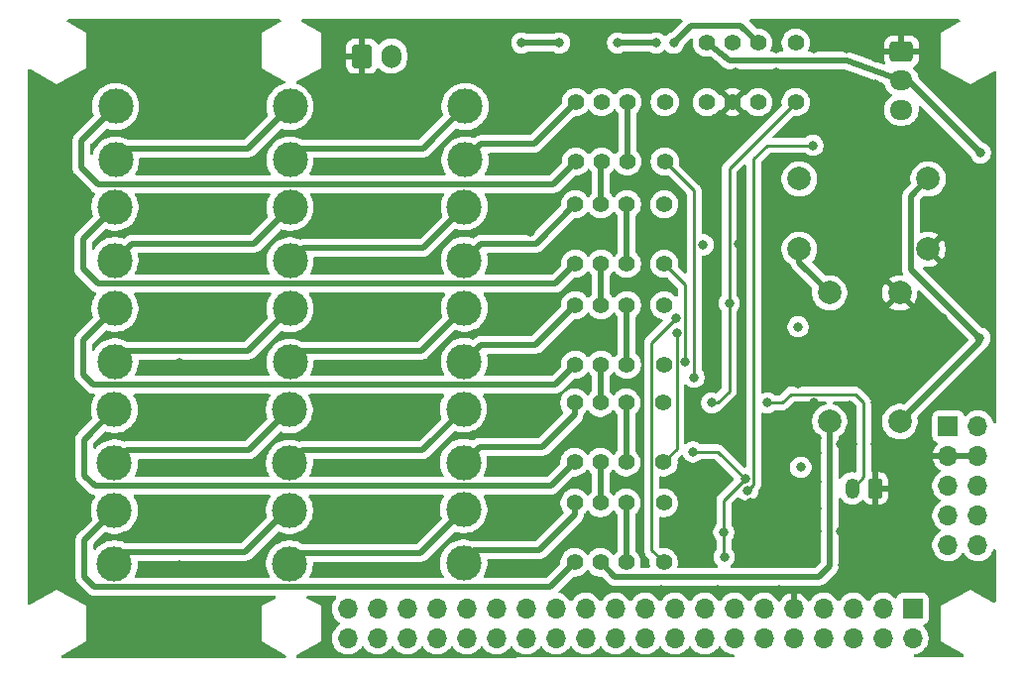
<source format=gbr>
%TF.GenerationSoftware,KiCad,Pcbnew,9.0.0*%
%TF.CreationDate,2025-07-18T17:54:32-05:00*%
%TF.ProjectId,txfilters,74786669-6c74-4657-9273-2e6b69636164,rev?*%
%TF.SameCoordinates,Original*%
%TF.FileFunction,Copper,L3,Inr*%
%TF.FilePolarity,Positive*%
%FSLAX46Y46*%
G04 Gerber Fmt 4.6, Leading zero omitted, Abs format (unit mm)*
G04 Created by KiCad (PCBNEW 9.0.0) date 2025-07-18 17:54:32*
%MOMM*%
%LPD*%
G01*
G04 APERTURE LIST*
G04 Aperture macros list*
%AMRoundRect*
0 Rectangle with rounded corners*
0 $1 Rounding radius*
0 $2 $3 $4 $5 $6 $7 $8 $9 X,Y pos of 4 corners*
0 Add a 4 corners polygon primitive as box body*
4,1,4,$2,$3,$4,$5,$6,$7,$8,$9,$2,$3,0*
0 Add four circle primitives for the rounded corners*
1,1,$1+$1,$2,$3*
1,1,$1+$1,$4,$5*
1,1,$1+$1,$6,$7*
1,1,$1+$1,$8,$9*
0 Add four rect primitives between the rounded corners*
20,1,$1+$1,$2,$3,$4,$5,0*
20,1,$1+$1,$4,$5,$6,$7,0*
20,1,$1+$1,$6,$7,$8,$9,0*
20,1,$1+$1,$8,$9,$2,$3,0*%
G04 Aperture macros list end*
%TA.AperFunction,ComponentPad*%
%ADD10C,1.400000*%
%TD*%
%TA.AperFunction,ComponentPad*%
%ADD11C,3.000000*%
%TD*%
%TA.AperFunction,ComponentPad*%
%ADD12C,2.000000*%
%TD*%
%TA.AperFunction,ComponentPad*%
%ADD13RoundRect,0.250000X0.350000X0.625000X-0.350000X0.625000X-0.350000X-0.625000X0.350000X-0.625000X0*%
%TD*%
%TA.AperFunction,ComponentPad*%
%ADD14O,1.200000X1.750000*%
%TD*%
%TA.AperFunction,ComponentPad*%
%ADD15RoundRect,0.250000X-0.725000X0.600000X-0.725000X-0.600000X0.725000X-0.600000X0.725000X0.600000X0*%
%TD*%
%TA.AperFunction,ComponentPad*%
%ADD16O,1.950000X1.700000*%
%TD*%
%TA.AperFunction,ComponentPad*%
%ADD17R,1.700000X1.700000*%
%TD*%
%TA.AperFunction,ComponentPad*%
%ADD18O,1.700000X1.700000*%
%TD*%
%TA.AperFunction,ComponentPad*%
%ADD19RoundRect,0.250000X-0.600000X-0.750000X0.600000X-0.750000X0.600000X0.750000X-0.600000X0.750000X0*%
%TD*%
%TA.AperFunction,ComponentPad*%
%ADD20O,1.700000X2.000000*%
%TD*%
%TA.AperFunction,ViaPad*%
%ADD21C,0.800000*%
%TD*%
%TA.AperFunction,Conductor*%
%ADD22C,0.500000*%
%TD*%
%TA.AperFunction,Conductor*%
%ADD23C,0.250000*%
%TD*%
G04 APERTURE END LIST*
D10*
%TO.N,Net-(D4-K)*%
%TO.C,K6*%
X155905000Y-142295000D03*
%TO.N,Net-(K6-Pad2)*%
X152705000Y-142295000D03*
%TO.N,Net-(K5-Pad6)*%
X150505000Y-142295000D03*
%TO.N,Net-(C21-Pad1)*%
X148305000Y-142295000D03*
%TO.N,Net-(C24-Pad1)*%
X148305000Y-147375000D03*
%TO.N,Net-(K6-Pad6)*%
X150505000Y-147375000D03*
%TO.N,Net-(K6-Pad2)*%
X152705000Y-147375000D03*
%TO.N,Net-(U3-O6)*%
X155905000Y-147375000D03*
%TD*%
D11*
%TO.N,Net-(C16-Pad1)*%
%TO.C,L9*%
X109035000Y-125682500D03*
%TO.N,Net-(C15-Pad1)*%
X109035000Y-130252500D03*
%TD*%
%TO.N,Net-(C28-Pad1)*%
%TO.C,L1*%
X138945000Y-108420000D03*
%TO.N,Net-(C1-Pad1)*%
X138945000Y-112990000D03*
%TD*%
D10*
%TO.N,Net-(D4-K)*%
%TO.C,K1*%
X156005000Y-108045000D03*
%TO.N,Net-(K1-Pad2)*%
X152805000Y-108045000D03*
%TO.N,Net-(K1-Pad3)*%
X150605000Y-108045000D03*
%TO.N,Net-(C1-Pad1)*%
X148405000Y-108045000D03*
%TO.N,Net-(C30-Pad1)*%
X148405000Y-113125000D03*
%TO.N,Net-(K1-Pad6)*%
X150605000Y-113125000D03*
%TO.N,Net-(K1-Pad2)*%
X152805000Y-113125000D03*
%TO.N,Net-(U3-O2)*%
X156005000Y-113125000D03*
%TD*%
D12*
%TO.N,Net-(D1-A)*%
%TO.C,L17*%
X167485000Y-120615000D03*
%TO.N,GND*%
X178485000Y-120615000D03*
%TO.N,Net-(D2-A)*%
X167485000Y-114615000D03*
%TO.N,Net-(J3-In)*%
X178485000Y-114615000D03*
%TD*%
D11*
%TO.N,Net-(C29-Pad1)*%
%TO.C,L2*%
X123985000Y-108420000D03*
%TO.N,Net-(C28-Pad1)*%
X123985000Y-112990000D03*
%TD*%
%TO.N,Net-(C30-Pad1)*%
%TO.C,L3*%
X109105000Y-108420000D03*
%TO.N,Net-(C29-Pad1)*%
X109105000Y-112990000D03*
%TD*%
D10*
%TO.N,Net-(D4-K)*%
%TO.C,K5*%
X155895000Y-133732500D03*
%TO.N,Net-(K5-Pad2)*%
X152695000Y-133732500D03*
%TO.N,Net-(K4-Pad6)*%
X150495000Y-133732500D03*
%TO.N,Net-(C17-Pad1)*%
X148295000Y-133732500D03*
%TO.N,Net-(C20-Pad1)*%
X148295000Y-138812500D03*
%TO.N,Net-(K5-Pad6)*%
X150495000Y-138812500D03*
%TO.N,Net-(K5-Pad2)*%
X152695000Y-138812500D03*
%TO.N,Net-(U3-O5)*%
X155895000Y-138812500D03*
%TD*%
D11*
%TO.N,Net-(C12-Pad1)*%
%TO.C,L6*%
X109035000Y-117021250D03*
%TO.N,Net-(C11-Pad1)*%
X109035000Y-121591250D03*
%TD*%
%TO.N,Net-(C24-Pad1)*%
%TO.C,L15*%
X108985000Y-142929000D03*
%TO.N,Net-(C23-Pad1)*%
X108985000Y-147499000D03*
%TD*%
D12*
%TO.N,Net-(J3-In)*%
%TO.C,L16*%
X176075000Y-135345000D03*
%TO.N,GND*%
X176075000Y-124345000D03*
%TO.N,Net-(K6-Pad6)*%
X170075000Y-135345000D03*
%TO.N,Net-(D1-A)*%
X170075000Y-124345000D03*
%TD*%
D13*
%TO.N,GND*%
%TO.C,J7*%
X174000000Y-141050000D03*
D14*
%TO.N,Net-(J7-Pin_2)*%
X172000000Y-141050000D03*
%TD*%
D11*
%TO.N,Net-(C19-Pad1)*%
%TO.C,L11*%
X123935000Y-134325250D03*
%TO.N,Net-(C18-Pad1)*%
X123935000Y-138895250D03*
%TD*%
%TO.N,Net-(C14-Pad1)*%
%TO.C,L7*%
X138875000Y-125652500D03*
%TO.N,Net-(C13-Pad1)*%
X138875000Y-130222500D03*
%TD*%
D15*
%TO.N,GND*%
%TO.C,J6*%
X176203000Y-103713000D03*
D16*
%TO.N,Net-(J2-In)*%
X176203000Y-106213000D03*
%TO.N,Net-(J6-Pin_3)*%
X176203000Y-108713000D03*
%TD*%
D10*
%TO.N,Net-(D4-K)*%
%TO.C,K2*%
X167185000Y-102985000D03*
%TO.N,Net-(C47-Pad1)*%
X163985000Y-102985000D03*
%TO.N,Net-(K1-Pad3)*%
X161785000Y-102985000D03*
%TO.N,Net-(J2-In)*%
X159585000Y-102985000D03*
%TO.N,Net-(J6-Pin_3)*%
X159585000Y-108065000D03*
%TO.N,GND*%
X161785000Y-108065000D03*
%TO.N,unconnected-(K2-Pad7)*%
X163985000Y-108065000D03*
%TO.N,Net-(U3-O1)*%
X167185000Y-108065000D03*
%TD*%
D11*
%TO.N,Net-(C10-Pad1)*%
%TO.C,L4*%
X138875000Y-117006250D03*
%TO.N,Net-(C31-Pad1)*%
X138875000Y-121576250D03*
%TD*%
%TO.N,Net-(C15-Pad1)*%
%TO.C,L8*%
X123995000Y-125697500D03*
%TO.N,Net-(C14-Pad1)*%
X123995000Y-130267500D03*
%TD*%
%TO.N,Net-(C20-Pad1)*%
%TO.C,L12*%
X108975000Y-134317750D03*
%TO.N,Net-(C19-Pad1)*%
X108975000Y-138887750D03*
%TD*%
D10*
%TO.N,Net-(D4-K)*%
%TO.C,K3*%
X155955000Y-116787500D03*
%TO.N,Net-(K3-Pad2)*%
X152755000Y-116787500D03*
%TO.N,Net-(K1-Pad6)*%
X150555000Y-116787500D03*
%TO.N,Net-(C31-Pad1)*%
X148355000Y-116787500D03*
%TO.N,Net-(C12-Pad1)*%
X148355000Y-121867500D03*
%TO.N,Net-(K3-Pad6)*%
X150555000Y-121867500D03*
%TO.N,Net-(K3-Pad2)*%
X152755000Y-121867500D03*
%TO.N,Net-(U3-O3)*%
X155955000Y-121867500D03*
%TD*%
D11*
%TO.N,Net-(C22-Pad1)*%
%TO.C,L13*%
X138825000Y-142869000D03*
%TO.N,Net-(C21-Pad1)*%
X138825000Y-147439000D03*
%TD*%
%TO.N,Net-(C23-Pad1)*%
%TO.C,L14*%
X123945000Y-142929000D03*
%TO.N,Net-(C22-Pad1)*%
X123945000Y-147499000D03*
%TD*%
%TO.N,Net-(C11-Pad1)*%
%TO.C,L5*%
X123995000Y-117043750D03*
%TO.N,Net-(C10-Pad1)*%
X123995000Y-121613750D03*
%TD*%
D10*
%TO.N,Net-(D4-K)*%
%TO.C,K4*%
X155955000Y-125400000D03*
%TO.N,Net-(K4-Pad2)*%
X152755000Y-125400000D03*
%TO.N,Net-(K3-Pad6)*%
X150555000Y-125400000D03*
%TO.N,Net-(C13-Pad1)*%
X148355000Y-125400000D03*
%TO.N,Net-(C16-Pad1)*%
X148355000Y-130480000D03*
%TO.N,Net-(K4-Pad6)*%
X150555000Y-130480000D03*
%TO.N,Net-(K4-Pad2)*%
X152755000Y-130480000D03*
%TO.N,Net-(U3-O4)*%
X155955000Y-130480000D03*
%TD*%
D11*
%TO.N,Net-(C18-Pad1)*%
%TO.C,L10*%
X138815000Y-134272750D03*
%TO.N,Net-(C17-Pad1)*%
X138815000Y-138842750D03*
%TD*%
D17*
%TO.N,unconnected-(J4-Pin_1-Pad1)*%
%TO.C,J4*%
X180200000Y-135753600D03*
D18*
%TO.N,unconnected-(J4-Pin_2-Pad2)*%
X182740000Y-135753600D03*
%TO.N,GND*%
X180200000Y-138293600D03*
X182740000Y-138293600D03*
%TO.N,unconnected-(J4-Pin_5-Pad5)*%
X180200000Y-140833600D03*
%TO.N,Net-(J4-Pin_6)*%
X182740000Y-140833600D03*
%TO.N,unconnected-(J4-Pin_7-Pad7)*%
X180200000Y-143373600D03*
%TO.N,GND*%
X182740000Y-143373600D03*
%TO.N,unconnected-(J4-Pin_9-Pad9)*%
X180200000Y-145913600D03*
%TO.N,unconnected-(J4-Pin_10-Pad10)*%
X182740000Y-145913600D03*
%TD*%
D19*
%TO.N,GND*%
%TO.C,J5*%
X130149000Y-104135000D03*
D20*
%TO.N,Net-(J5-Pin_2)*%
X132649000Y-104135000D03*
%TD*%
D17*
%TO.N,Net-(J1-Pin_1)*%
%TO.C,J1*%
X177180000Y-151330000D03*
D18*
%TO.N,Net-(D4-A)*%
X177180000Y-153870000D03*
%TO.N,Net-(J1-Pin_3)*%
X174640000Y-151330000D03*
%TO.N,Net-(D4-A)*%
X174640000Y-153870000D03*
%TO.N,Net-(J1-Pin_5)*%
X172100000Y-151330000D03*
%TO.N,GND*%
X172100000Y-153870000D03*
%TO.N,unconnected-(J1-Pin_7-Pad7)*%
X169560000Y-151330000D03*
%TO.N,unconnected-(J1-Pin_8-Pad8)*%
X169560000Y-153870000D03*
%TO.N,GND*%
X167020000Y-151330000D03*
%TO.N,unconnected-(J1-Pin_10-Pad10)*%
X167020000Y-153870000D03*
%TO.N,unconnected-(J1-Pin_11-Pad11)*%
X164480000Y-151330000D03*
%TO.N,unconnected-(J1-Pin_12-Pad12)*%
X164480000Y-153870000D03*
%TO.N,unconnected-(J1-Pin_13-Pad13)*%
X161940000Y-151330000D03*
%TO.N,unconnected-(J1-Pin_14-Pad14)*%
X161940000Y-153870000D03*
%TO.N,unconnected-(J1-Pin_15-Pad15)*%
X159400000Y-151330000D03*
%TO.N,unconnected-(J1-Pin_16-Pad16)*%
X159400000Y-153870000D03*
%TO.N,unconnected-(J1-Pin_17-Pad17)*%
X156860000Y-151330000D03*
%TO.N,unconnected-(J1-Pin_18-Pad18)*%
X156860000Y-153870000D03*
%TO.N,unconnected-(J1-Pin_19-Pad19)*%
X154320000Y-151330000D03*
%TO.N,unconnected-(J1-Pin_20-Pad20)*%
X154320000Y-153870000D03*
%TO.N,unconnected-(J1-Pin_21-Pad21)*%
X151780000Y-151330000D03*
%TO.N,unconnected-(J1-Pin_22-Pad22)*%
X151780000Y-153870000D03*
%TO.N,unconnected-(J1-Pin_23-Pad23)*%
X149240000Y-151330000D03*
%TO.N,unconnected-(J1-Pin_24-Pad24)*%
X149240000Y-153870000D03*
%TO.N,unconnected-(J1-Pin_25-Pad25)*%
X146700000Y-151330000D03*
%TO.N,unconnected-(J1-Pin_26-Pad26)*%
X146700000Y-153870000D03*
%TO.N,unconnected-(J1-Pin_27-Pad27)*%
X144160000Y-151330000D03*
%TO.N,unconnected-(J1-Pin_28-Pad28)*%
X144160000Y-153870000D03*
%TO.N,unconnected-(J1-Pin_29-Pad29)*%
X141620000Y-151330000D03*
%TO.N,unconnected-(J1-Pin_30-Pad30)*%
X141620000Y-153870000D03*
%TO.N,unconnected-(J1-Pin_31-Pad31)*%
X139080000Y-151330000D03*
%TO.N,unconnected-(J1-Pin_32-Pad32)*%
X139080000Y-153870000D03*
%TO.N,unconnected-(J1-Pin_33-Pad33)*%
X136540000Y-151330000D03*
%TO.N,unconnected-(J1-Pin_34-Pad34)*%
X136540000Y-153870000D03*
%TO.N,unconnected-(J1-Pin_35-Pad35)*%
X134000000Y-151330000D03*
%TO.N,unconnected-(J1-Pin_36-Pad36)*%
X134000000Y-153870000D03*
%TO.N,unconnected-(J1-Pin_37-Pad37)*%
X131460000Y-151330000D03*
%TO.N,unconnected-(J1-Pin_38-Pad38)*%
X131460000Y-153870000D03*
%TO.N,unconnected-(J1-Pin_39-Pad39)*%
X128920000Y-151330000D03*
%TO.N,unconnected-(J1-Pin_40-Pad40)*%
X128920000Y-153870000D03*
%TD*%
D21*
%TO.N,GND*%
X144526000Y-121666000D03*
X114554000Y-150876000D03*
X144399000Y-113157000D03*
X165750000Y-137150000D03*
X171500000Y-103500000D03*
X144250000Y-104500000D03*
X144250000Y-101616000D03*
X129540000Y-113284000D03*
X174000000Y-104250000D03*
X170180000Y-117602000D03*
X162000000Y-105500000D03*
X149606000Y-119126000D03*
X169000000Y-144750000D03*
X152500000Y-104500000D03*
X103124000Y-147320000D03*
X174000000Y-133750000D03*
X153250000Y-101500000D03*
X167280000Y-128716000D03*
X168750000Y-103500000D03*
X171750000Y-134000000D03*
X114554000Y-139192000D03*
X183087500Y-109570000D03*
X179324000Y-110998000D03*
X150622000Y-149733000D03*
X103124000Y-113284000D03*
X155250000Y-104400000D03*
X114554000Y-134366000D03*
X144526000Y-139192000D03*
X177546000Y-137668000D03*
X103124000Y-116840000D03*
X103124000Y-134112000D03*
X178054000Y-109982000D03*
X149606000Y-128016000D03*
X129540000Y-139192000D03*
X149750000Y-104500000D03*
X147250000Y-104500000D03*
X144399000Y-147828000D03*
X160528000Y-149733000D03*
X170180000Y-129794000D03*
X135225000Y-105664000D03*
X129540000Y-147828000D03*
X165500000Y-105500000D03*
X175500000Y-120750000D03*
X169000000Y-136750000D03*
X171500000Y-105750000D03*
X114554000Y-113284000D03*
X165735000Y-149733000D03*
X144399000Y-110109000D03*
X167650000Y-144500000D03*
X164860000Y-123990000D03*
X179750000Y-133500000D03*
X129540000Y-145288000D03*
X163195000Y-147447000D03*
X129540000Y-127889000D03*
X171000000Y-144750000D03*
X183087500Y-131030000D03*
X144526000Y-119126000D03*
X144526000Y-127381000D03*
X172000000Y-137250000D03*
X103124000Y-121412000D03*
X181102000Y-108077000D03*
X103124000Y-130302000D03*
X114554000Y-108458000D03*
X155702000Y-149733000D03*
X183087500Y-125380000D03*
X167386000Y-132080000D03*
X129540000Y-136144000D03*
X179750000Y-129750000D03*
X114554000Y-147574000D03*
X164120000Y-144780000D03*
X103378000Y-108458000D03*
X149606000Y-144780000D03*
X177546000Y-140970000D03*
X169000000Y-142750000D03*
X129540000Y-119126000D03*
X168275000Y-147447000D03*
X114554000Y-130302000D03*
X144526000Y-136144000D03*
X129540000Y-110744000D03*
X103124000Y-142748000D03*
X181000000Y-132250000D03*
X165500000Y-103500000D03*
X165750000Y-117750000D03*
X169000000Y-140500000D03*
X160000000Y-140449998D03*
X163322000Y-142240000D03*
X158440000Y-136420000D03*
X179750000Y-126500000D03*
X103124000Y-125476000D03*
X138225000Y-105664000D03*
X171000000Y-137250000D03*
X144526000Y-130048000D03*
X114554000Y-117094000D03*
X168750000Y-133750000D03*
X127000000Y-150876000D03*
X144399000Y-144780000D03*
X178500000Y-117500000D03*
X114554000Y-142748000D03*
X169000000Y-138000000D03*
X162306000Y-120142000D03*
X179750000Y-123500000D03*
X157250000Y-104400000D03*
X129540000Y-121920000D03*
X149606000Y-110744000D03*
X177546000Y-144750000D03*
X171196000Y-147574000D03*
X170180000Y-110236000D03*
X168750000Y-105750000D03*
X175514000Y-129794000D03*
X170815000Y-149733000D03*
X114554000Y-121666000D03*
X129540000Y-130556000D03*
X179324000Y-106553000D03*
X183087500Y-115220000D03*
X175514000Y-117602000D03*
X174000000Y-106500000D03*
X178500000Y-155000000D03*
X149606000Y-136398000D03*
X114554000Y-125730000D03*
X165750000Y-122250000D03*
X177750000Y-131500000D03*
X174000000Y-137250000D03*
X103124000Y-139192000D03*
%TO.N,Net-(J1-Pin_1)*%
X161080000Y-146902000D03*
X162853803Y-140249737D03*
X161036000Y-144780000D03*
X158415000Y-137940000D03*
%TO.N,Net-(J4-Pin_6)*%
X167610000Y-139255000D03*
%TO.N,Net-(U3-O6)*%
X157000000Y-126500000D03*
%TO.N,Net-(U3-O5)*%
X157012653Y-127750000D03*
%TO.N,Net-(U3-O3)*%
X157737653Y-130250000D03*
%TO.N,Net-(D1-K)*%
X167386000Y-127254000D03*
%TO.N,Net-(D2-K)*%
X163080126Y-141225000D03*
X168656000Y-111760000D03*
%TO.N,Net-(U3-O1)*%
X161500000Y-125250000D03*
X160000000Y-133750000D03*
%TO.N,Net-(J7-Pin_2)*%
X164750000Y-133750000D03*
%TO.N,Net-(U3-O2)*%
X158500000Y-131560000D03*
%TO.N,Net-(J3-In)*%
X182910000Y-128205000D03*
%TO.N,Net-(J2-In)*%
X182960000Y-112395000D03*
%TO.N,Net-(C47-Pad1)*%
X156750000Y-103000000D03*
%TO.N,Net-(C47-Pad2)*%
X155250000Y-103000000D03*
X151962500Y-103000000D03*
%TO.N,Net-(C48-Pad2)*%
X147000000Y-103000000D03*
X143775000Y-103000000D03*
%TO.N,Net-(D4-K)*%
X159286500Y-120250000D03*
%TD*%
D22*
%TO.N,Net-(C28-Pad1)*%
X124961000Y-112014000D02*
X123985000Y-112990000D01*
X138945000Y-108420000D02*
X135351000Y-112014000D01*
X135351000Y-112014000D02*
X124961000Y-112014000D01*
%TO.N,Net-(C29-Pad1)*%
X110081000Y-112014000D02*
X109105000Y-112990000D01*
X123985000Y-108420000D02*
X120391000Y-112014000D01*
X120391000Y-112014000D02*
X110081000Y-112014000D01*
%TO.N,Net-(C30-Pad1)*%
X109105000Y-108420000D02*
X106172000Y-111353000D01*
X146473750Y-115056250D02*
X148405000Y-113125000D01*
X106172000Y-113665000D02*
X107563250Y-115056250D01*
X107563250Y-115056250D02*
X146473750Y-115056250D01*
X106172000Y-111353000D02*
X106172000Y-113665000D01*
%TO.N,Net-(C31-Pad1)*%
X148355000Y-116787500D02*
X145000500Y-120142000D01*
X140309250Y-120142000D02*
X138875000Y-121576250D01*
X145000500Y-120142000D02*
X140309250Y-120142000D01*
%TO.N,Net-(C10-Pad1)*%
X125085750Y-120523000D02*
X135358250Y-120523000D01*
X135358250Y-120523000D02*
X138875000Y-117006250D01*
X123995000Y-121613750D02*
X125085750Y-120523000D01*
%TO.N,Net-(C11-Pad1)*%
X120896750Y-120142000D02*
X123995000Y-117043750D01*
X110484250Y-120142000D02*
X120896750Y-120142000D01*
X109035000Y-121591250D02*
X110484250Y-120142000D01*
%TO.N,Net-(C12-Pad1)*%
X106299000Y-119757250D02*
X106299000Y-122301000D01*
X106299000Y-122301000D02*
X107561750Y-123563750D01*
X146658750Y-123563750D02*
X148355000Y-121867500D01*
X109035000Y-117021250D02*
X106299000Y-119757250D01*
X107561750Y-123563750D02*
X146658750Y-123563750D01*
%TO.N,Net-(C13-Pad1)*%
X144977000Y-128778000D02*
X140319500Y-128778000D01*
X140319500Y-128778000D02*
X138875000Y-130222500D01*
X148355000Y-125400000D02*
X144977000Y-128778000D01*
%TO.N,Net-(C14-Pad1)*%
X124976500Y-129286000D02*
X123995000Y-130267500D01*
X135241500Y-129286000D02*
X124976500Y-129286000D01*
X138875000Y-125652500D02*
X135241500Y-129286000D01*
%TO.N,Net-(C15-Pad1)*%
X123995000Y-125697500D02*
X120406500Y-129286000D01*
X110001500Y-129286000D02*
X109035000Y-130252500D01*
X120406500Y-129286000D02*
X110001500Y-129286000D01*
%TO.N,Net-(C16-Pad1)*%
X146617500Y-132217500D02*
X148355000Y-130480000D01*
X106299000Y-131318000D02*
X107198500Y-132217500D01*
X109035000Y-125682500D02*
X106299000Y-128418500D01*
X107198500Y-132217500D02*
X146617500Y-132217500D01*
X106299000Y-128418500D02*
X106299000Y-131318000D01*
%TO.N,Net-(C17-Pad1)*%
X148295000Y-134722449D02*
X145515449Y-137502000D01*
X140155750Y-137502000D02*
X138815000Y-138842750D01*
X145515449Y-137502000D02*
X140155750Y-137502000D01*
X148295000Y-133732500D02*
X148295000Y-134722449D01*
D23*
%TO.N,Net-(J1-Pin_1)*%
X160544066Y-137940000D02*
X158415000Y-137940000D01*
X161080000Y-146902000D02*
X161036000Y-146350000D01*
X162853803Y-140249737D02*
X160544066Y-137940000D01*
X161036000Y-144780000D02*
X161036000Y-142067540D01*
X161036000Y-146350000D02*
X161036000Y-144780000D01*
X161036000Y-142067540D02*
X162853803Y-140249737D01*
D22*
%TO.N,Net-(C1-Pad1)*%
X140302000Y-111633000D02*
X138945000Y-112990000D01*
X144817000Y-111633000D02*
X140302000Y-111633000D01*
X148405000Y-108045000D02*
X144817000Y-111633000D01*
%TO.N,Net-(C18-Pad1)*%
X125035250Y-137795000D02*
X123935000Y-138895250D01*
X135292750Y-137795000D02*
X125035250Y-137795000D01*
X138815000Y-134272750D02*
X135292750Y-137795000D01*
%TO.N,Net-(C19-Pad1)*%
X110067750Y-137795000D02*
X108975000Y-138887750D01*
X120465250Y-137795000D02*
X110067750Y-137795000D01*
X123935000Y-134325250D02*
X120465250Y-137795000D01*
%TO.N,Net-(C20-Pad1)*%
X106426000Y-136945250D02*
X106426000Y-139954000D01*
X146262250Y-140845250D02*
X148295000Y-138812500D01*
X108975000Y-134317750D02*
X106386750Y-136906000D01*
X106386750Y-136906000D02*
X106426000Y-136945250D01*
X107317250Y-140845250D02*
X146262250Y-140845250D01*
X106426000Y-139954000D02*
X107317250Y-140845250D01*
%TO.N,Net-(C21-Pad1)*%
X148305000Y-142295000D02*
X148305000Y-143284949D01*
X139706000Y-146304000D02*
X138825000Y-147185000D01*
X148305000Y-143284949D02*
X145285949Y-146304000D01*
X145285949Y-146304000D02*
X139706000Y-146304000D01*
%TO.N,Net-(C22-Pad1)*%
X124886000Y-146558000D02*
X123945000Y-147499000D01*
X138825000Y-142869000D02*
X135136000Y-146558000D01*
X135136000Y-146558000D02*
X124886000Y-146558000D01*
%TO.N,Net-(C23-Pad1)*%
X120150000Y-146470000D02*
X109760000Y-146470000D01*
X109760000Y-146470000D02*
X108985000Y-147245000D01*
X123945000Y-142675000D02*
X120150000Y-146470000D01*
%TO.N,Net-(C24-Pad1)*%
X106426000Y-145488000D02*
X106426000Y-148590000D01*
X107295000Y-149459000D02*
X146221000Y-149459000D01*
X106426000Y-148590000D02*
X107295000Y-149459000D01*
X108985000Y-142929000D02*
X106426000Y-145488000D01*
X146221000Y-149459000D02*
X148305000Y-147375000D01*
%TO.N,Net-(K1-Pad2)*%
X152805000Y-113125000D02*
X152805000Y-108045000D01*
%TO.N,Net-(K3-Pad2)*%
X152755000Y-121867500D02*
X152755000Y-116787500D01*
%TO.N,Net-(K1-Pad6)*%
X150555000Y-113175000D02*
X150605000Y-113125000D01*
X150555000Y-116787500D02*
X150555000Y-113175000D01*
D23*
%TO.N,Net-(U3-O6)*%
X157000000Y-126500000D02*
X154869000Y-128631000D01*
X154869000Y-146339000D02*
X155905000Y-147375000D01*
X154869000Y-128631000D02*
X154869000Y-146339000D01*
D22*
%TO.N,Net-(K4-Pad2)*%
X152755000Y-125400000D02*
X152755000Y-130480000D01*
D23*
%TO.N,Net-(U3-O5)*%
X157012653Y-137694847D02*
X155895000Y-138812500D01*
X157012653Y-127750000D02*
X157012653Y-137694847D01*
D22*
%TO.N,Net-(K3-Pad6)*%
X150555000Y-125400000D02*
X150555000Y-121867500D01*
%TO.N,Net-(K4-Pad6)*%
X150495000Y-133732500D02*
X150495000Y-130540000D01*
X150495000Y-130540000D02*
X150555000Y-130480000D01*
D23*
%TO.N,Net-(U3-O3)*%
X155955000Y-121867500D02*
X157737653Y-123650153D01*
X157737653Y-123650153D02*
X157737653Y-130250000D01*
D22*
%TO.N,Net-(K5-Pad2)*%
X152695000Y-138812500D02*
X152695000Y-133732500D01*
%TO.N,Net-(K5-Pad6)*%
X150505000Y-142295000D02*
X150505000Y-138822500D01*
X150505000Y-138822500D02*
X150495000Y-138812500D01*
%TO.N,Net-(K6-Pad2)*%
X152705000Y-147375000D02*
X152705000Y-142295000D01*
D23*
%TO.N,Net-(D2-K)*%
X163579803Y-112920197D02*
X163579803Y-140725323D01*
X163579803Y-140725323D02*
X163080126Y-141225000D01*
X168656000Y-111760000D02*
X164740000Y-111760000D01*
X164740000Y-111760000D02*
X163579803Y-112920197D01*
%TO.N,Net-(U3-O1)*%
X161500000Y-113750000D02*
X167185000Y-108065000D01*
X161500000Y-132750000D02*
X161500000Y-125250000D01*
X161500000Y-125250000D02*
X161500000Y-113750000D01*
X160000000Y-133750000D02*
X160500000Y-133750000D01*
X160500000Y-133750000D02*
X161500000Y-132750000D01*
%TO.N,Net-(J7-Pin_2)*%
X166000000Y-133750000D02*
X166750000Y-133000000D01*
X172250000Y-133000000D02*
X173000000Y-133750000D01*
X173000000Y-133750000D02*
X173000000Y-140050000D01*
X164750000Y-133750000D02*
X166000000Y-133750000D01*
X166750000Y-133000000D02*
X172250000Y-133000000D01*
X173000000Y-140050000D02*
X172000000Y-141050000D01*
%TO.N,Net-(U3-O2)*%
X158500000Y-131560000D02*
X158500000Y-115620000D01*
X158500000Y-115620000D02*
X156005000Y-113125000D01*
D22*
%TO.N,Net-(D1-A)*%
X167485000Y-121755000D02*
X170075000Y-124345000D01*
X167485000Y-120615000D02*
X167485000Y-121755000D01*
%TO.N,Net-(J3-In)*%
X177035000Y-122330000D02*
X177035000Y-117672918D01*
X182910000Y-128510000D02*
X176075000Y-135345000D01*
X182910000Y-128205000D02*
X182910000Y-128510000D01*
X177038000Y-117669918D02*
X177038000Y-116062000D01*
X182910000Y-128205000D02*
X177035000Y-122330000D01*
X177038000Y-116062000D02*
X178485000Y-114615000D01*
X177035000Y-117672918D02*
X177038000Y-117669918D01*
%TO.N,Net-(K6-Pad6)*%
X151720000Y-148590000D02*
X150505000Y-147375000D01*
X170075000Y-147679000D02*
X169164000Y-148590000D01*
X170075000Y-135345000D02*
X170075000Y-147679000D01*
X169164000Y-148590000D02*
X151720000Y-148590000D01*
%TO.N,Net-(J2-In)*%
X159585000Y-102985000D02*
X161500000Y-104500000D01*
X161500000Y-104500000D02*
X171500000Y-104500000D01*
X176203000Y-106213000D02*
X176778000Y-106213000D01*
X176778000Y-106213000D02*
X182960000Y-112395000D01*
X171500000Y-104500000D02*
X176203000Y-106213000D01*
%TO.N,Net-(C47-Pad1)*%
X163985000Y-102985000D02*
X162500000Y-101500000D01*
X158250000Y-101500000D02*
X156750000Y-103000000D01*
X162500000Y-101500000D02*
X158250000Y-101500000D01*
%TO.N,Net-(C47-Pad2)*%
X151962500Y-103000000D02*
X155250000Y-103000000D01*
%TO.N,Net-(C48-Pad2)*%
X147000000Y-103000000D02*
X143775000Y-103000000D01*
%TD*%
%TA.AperFunction,Conductor*%
%TO.N,GND*%
G36*
X123171552Y-100999685D02*
G01*
X123217307Y-101052489D01*
X123227251Y-101121647D01*
X123198226Y-101185203D01*
X123164271Y-101212650D01*
X121540000Y-102106000D01*
X121540000Y-105154000D01*
X123521504Y-106243827D01*
X123570759Y-106293383D01*
X123585403Y-106361701D01*
X123560786Y-106427090D01*
X123504726Y-106468791D01*
X123493840Y-106472253D01*
X123338002Y-106514010D01*
X123094765Y-106614761D01*
X123094749Y-106614769D01*
X122866743Y-106746409D01*
X122657863Y-106906687D01*
X122657856Y-106906693D01*
X122471693Y-107092856D01*
X122471687Y-107092863D01*
X122311409Y-107301743D01*
X122179769Y-107529749D01*
X122179761Y-107529765D01*
X122079009Y-107773004D01*
X122010865Y-108027321D01*
X121976501Y-108288346D01*
X121976500Y-108288362D01*
X121976500Y-108551637D01*
X121976501Y-108551653D01*
X122010865Y-108812678D01*
X122079010Y-109066999D01*
X122101872Y-109122191D01*
X122109341Y-109191660D01*
X122078066Y-109254140D01*
X122074992Y-109257325D01*
X120113138Y-111219181D01*
X120051815Y-111252666D01*
X120025457Y-111255500D01*
X110150983Y-111255500D01*
X110088983Y-111238887D01*
X110054851Y-111219181D01*
X109995243Y-111184766D01*
X109995231Y-111184760D01*
X109751995Y-111084009D01*
X109497678Y-111015865D01*
X109236653Y-110981501D01*
X109236650Y-110981500D01*
X109236644Y-110981500D01*
X108973356Y-110981500D01*
X108973350Y-110981500D01*
X108973346Y-110981501D01*
X108712321Y-111015865D01*
X108458004Y-111084009D01*
X108214765Y-111184761D01*
X108214749Y-111184769D01*
X107986743Y-111316409D01*
X107777863Y-111476687D01*
X107777856Y-111476693D01*
X107591693Y-111662856D01*
X107591687Y-111662863D01*
X107431409Y-111871743D01*
X107299769Y-112099749D01*
X107299761Y-112099765D01*
X107199009Y-112343004D01*
X107190896Y-112373284D01*
X107175748Y-112429820D01*
X107174275Y-112435316D01*
X107137910Y-112494977D01*
X107075063Y-112525506D01*
X107005687Y-112517211D01*
X106951810Y-112472726D01*
X106930535Y-112406174D01*
X106930500Y-112403223D01*
X106930500Y-111718542D01*
X106950185Y-111651503D01*
X106966814Y-111630866D01*
X108267675Y-110330004D01*
X108328996Y-110296521D01*
X108398688Y-110301505D01*
X108402741Y-110303100D01*
X108458003Y-110325990D01*
X108712320Y-110394134D01*
X108973356Y-110428500D01*
X108973363Y-110428500D01*
X109236637Y-110428500D01*
X109236644Y-110428500D01*
X109497680Y-110394134D01*
X109751997Y-110325990D01*
X109935099Y-110250146D01*
X109995234Y-110225238D01*
X109995237Y-110225236D01*
X109995243Y-110225234D01*
X110223257Y-110093590D01*
X110432138Y-109933311D01*
X110618311Y-109747138D01*
X110778590Y-109538257D01*
X110910234Y-109310243D01*
X110925454Y-109273500D01*
X110941616Y-109234480D01*
X111010990Y-109066997D01*
X111079134Y-108812680D01*
X111113500Y-108551644D01*
X111113500Y-108288356D01*
X111079134Y-108027320D01*
X111010990Y-107773003D01*
X110931498Y-107581092D01*
X110910238Y-107529765D01*
X110910230Y-107529749D01*
X110778590Y-107301743D01*
X110618312Y-107092863D01*
X110618306Y-107092856D01*
X110432143Y-106906693D01*
X110432136Y-106906687D01*
X110223256Y-106746409D01*
X109995250Y-106614769D01*
X109995234Y-106614761D01*
X109751995Y-106514009D01*
X109497678Y-106445865D01*
X109236653Y-106411501D01*
X109236650Y-106411500D01*
X109236644Y-106411500D01*
X108973356Y-106411500D01*
X108973350Y-106411500D01*
X108973346Y-106411501D01*
X108712321Y-106445865D01*
X108458004Y-106514009D01*
X108214765Y-106614761D01*
X108214749Y-106614769D01*
X107986743Y-106746409D01*
X107777863Y-106906687D01*
X107777856Y-106906693D01*
X107591693Y-107092856D01*
X107591687Y-107092863D01*
X107431409Y-107301743D01*
X107299769Y-107529749D01*
X107299761Y-107529765D01*
X107199009Y-107773004D01*
X107130865Y-108027321D01*
X107096501Y-108288346D01*
X107096500Y-108288362D01*
X107096500Y-108551637D01*
X107096501Y-108551653D01*
X107130865Y-108812678D01*
X107199010Y-109066999D01*
X107221872Y-109122191D01*
X107229341Y-109191660D01*
X107198066Y-109254140D01*
X107194992Y-109257325D01*
X105582835Y-110869482D01*
X105499825Y-110993717D01*
X105442649Y-111131752D01*
X105442649Y-111131753D01*
X105432880Y-111180865D01*
X105428035Y-111205222D01*
X105413500Y-111278291D01*
X105413500Y-113739707D01*
X105423870Y-113791840D01*
X105423870Y-113791841D01*
X105441454Y-113880243D01*
X105442649Y-113886247D01*
X105499826Y-114024284D01*
X105514863Y-114046789D01*
X105582835Y-114148517D01*
X105582836Y-114148518D01*
X106379377Y-114945058D01*
X106974084Y-115539765D01*
X106974085Y-115539766D01*
X107032041Y-115597722D01*
X107079735Y-115645416D01*
X107203959Y-115728420D01*
X107203972Y-115728427D01*
X107281727Y-115760634D01*
X107336131Y-115804475D01*
X107358196Y-115870769D01*
X107341662Y-115937195D01*
X107229769Y-116130999D01*
X107229761Y-116131015D01*
X107129009Y-116374254D01*
X107060865Y-116628571D01*
X107026501Y-116889596D01*
X107026500Y-116889612D01*
X107026500Y-117152887D01*
X107026501Y-117152903D01*
X107060865Y-117413928D01*
X107129010Y-117668249D01*
X107151872Y-117723441D01*
X107159341Y-117792910D01*
X107128066Y-117855390D01*
X107124992Y-117858575D01*
X105709835Y-119273732D01*
X105626826Y-119397966D01*
X105569649Y-119536002D01*
X105569647Y-119536010D01*
X105560350Y-119582750D01*
X105556498Y-119602116D01*
X105553515Y-119617115D01*
X105540500Y-119682542D01*
X105540500Y-122375709D01*
X105569647Y-122522239D01*
X105569649Y-122522247D01*
X105624548Y-122654786D01*
X105626826Y-122660284D01*
X105638294Y-122677447D01*
X105709835Y-122784517D01*
X105709836Y-122784518D01*
X106968244Y-124042924D01*
X106968265Y-124042947D01*
X107078230Y-124152912D01*
X107078238Y-124152918D01*
X107202455Y-124235917D01*
X107202458Y-124235918D01*
X107202466Y-124235924D01*
X107283326Y-124269417D01*
X107340503Y-124293101D01*
X107353490Y-124295684D01*
X107362961Y-124299240D01*
X107383121Y-124314400D01*
X107405478Y-124326094D01*
X107410574Y-124335043D01*
X107418804Y-124341232D01*
X107427568Y-124364885D01*
X107440053Y-124386809D01*
X107439501Y-124397092D01*
X107443080Y-124406749D01*
X107437663Y-124431390D01*
X107436314Y-124456579D01*
X107429272Y-124469565D01*
X107428081Y-124474989D01*
X107424281Y-124478771D01*
X107417753Y-124490814D01*
X107361409Y-124564243D01*
X107229769Y-124792249D01*
X107229761Y-124792265D01*
X107129009Y-125035504D01*
X107060865Y-125289821D01*
X107026501Y-125550846D01*
X107026500Y-125550862D01*
X107026500Y-125814137D01*
X107026501Y-125814153D01*
X107060865Y-126075178D01*
X107129010Y-126329499D01*
X107151872Y-126384691D01*
X107159341Y-126454160D01*
X107128066Y-126516640D01*
X107124992Y-126519825D01*
X105709835Y-127934982D01*
X105626825Y-128059217D01*
X105569649Y-128197252D01*
X105569649Y-128197253D01*
X105559482Y-128248366D01*
X105557467Y-128258496D01*
X105540500Y-128343791D01*
X105540500Y-131392706D01*
X105545690Y-131418796D01*
X105545690Y-131418798D01*
X105569647Y-131539239D01*
X105569649Y-131539247D01*
X105623042Y-131668150D01*
X105626826Y-131677284D01*
X105655117Y-131719625D01*
X105709835Y-131801517D01*
X106714981Y-132806663D01*
X106714985Y-132806666D01*
X106839208Y-132889670D01*
X106839221Y-132889677D01*
X106896987Y-132913604D01*
X106977253Y-132946851D01*
X107013873Y-132954135D01*
X107043840Y-132960096D01*
X107043844Y-132960096D01*
X107050524Y-132961425D01*
X107123794Y-132976000D01*
X107123795Y-132976000D01*
X107226829Y-132976000D01*
X107232191Y-132976466D01*
X107259926Y-132987296D01*
X107288494Y-132995685D01*
X107292117Y-132999867D01*
X107297275Y-133001881D01*
X107314756Y-133025993D01*
X107334249Y-133048489D01*
X107335036Y-133053965D01*
X107338286Y-133058448D01*
X107339955Y-133088178D01*
X107344193Y-133117647D01*
X107341914Y-133123056D01*
X107342204Y-133128208D01*
X107332593Y-133145185D01*
X107319831Y-133175486D01*
X107301409Y-133199493D01*
X107169769Y-133427499D01*
X107169761Y-133427515D01*
X107069009Y-133670754D01*
X107000865Y-133925071D01*
X106966501Y-134186096D01*
X106966500Y-134186112D01*
X106966500Y-134449387D01*
X106966501Y-134449403D01*
X107000865Y-134710428D01*
X107069010Y-134964749D01*
X107091872Y-135019941D01*
X107099341Y-135089410D01*
X107068066Y-135151890D01*
X107064992Y-135155075D01*
X106186744Y-136033325D01*
X105903235Y-136316834D01*
X105797584Y-136422485D01*
X105714575Y-136546717D01*
X105657399Y-136684752D01*
X105657397Y-136684760D01*
X105628250Y-136831290D01*
X105628250Y-136980709D01*
X105657397Y-137127240D01*
X105657400Y-137127251D01*
X105658059Y-137128841D01*
X105658394Y-137130529D01*
X105659168Y-137133078D01*
X105658917Y-137133154D01*
X105667500Y-137176298D01*
X105667500Y-140028709D01*
X105696647Y-140175239D01*
X105696649Y-140175247D01*
X105753825Y-140313282D01*
X105836835Y-140437517D01*
X106833732Y-141434414D01*
X106833735Y-141434416D01*
X106957966Y-141517424D01*
X107096003Y-141574601D01*
X107146141Y-141584574D01*
X107234392Y-141602128D01*
X107244514Y-141604142D01*
X107274126Y-141619632D01*
X107306424Y-141636527D01*
X107306425Y-141636528D01*
X107318416Y-141657586D01*
X107340998Y-141697243D01*
X107340997Y-141697243D01*
X107340998Y-141697244D01*
X107337257Y-141767014D01*
X107337254Y-141767017D01*
X107318700Y-141801241D01*
X107311409Y-141810742D01*
X107179769Y-142038749D01*
X107179761Y-142038765D01*
X107079009Y-142282004D01*
X107010865Y-142536321D01*
X106976501Y-142797346D01*
X106976500Y-142797362D01*
X106976500Y-143060637D01*
X106976501Y-143060653D01*
X107010865Y-143321678D01*
X107079010Y-143575999D01*
X107101872Y-143631191D01*
X107109341Y-143700660D01*
X107078066Y-143763140D01*
X107074992Y-143766325D01*
X106212728Y-144628591D01*
X105942484Y-144898835D01*
X105903821Y-144937498D01*
X105836833Y-145004485D01*
X105753829Y-145128709D01*
X105753822Y-145128722D01*
X105696650Y-145266749D01*
X105696647Y-145266759D01*
X105667500Y-145413291D01*
X105667500Y-148664709D01*
X105696647Y-148811239D01*
X105696649Y-148811247D01*
X105753825Y-148949282D01*
X105836835Y-149073516D01*
X105836836Y-149073518D01*
X106472319Y-149709000D01*
X106705834Y-149942515D01*
X106705835Y-149942516D01*
X106766087Y-150002768D01*
X106811485Y-150048166D01*
X106935709Y-150131170D01*
X106935722Y-150131177D01*
X107073749Y-150188349D01*
X107073754Y-150188351D01*
X107073758Y-150188351D01*
X107073759Y-150188352D01*
X107220291Y-150217500D01*
X107220294Y-150217500D01*
X107220295Y-150217500D01*
X107369705Y-150217500D01*
X122672695Y-150217500D01*
X122739734Y-150237185D01*
X122785489Y-150289989D01*
X122795433Y-150359147D01*
X122766408Y-150422703D01*
X122732453Y-150450151D01*
X122041818Y-150830000D01*
X121540000Y-151106000D01*
X121540000Y-154154000D01*
X123593533Y-155283443D01*
X123642787Y-155332998D01*
X123657431Y-155401316D01*
X123632814Y-155466705D01*
X123576754Y-155508406D01*
X123533909Y-155516093D01*
X104588869Y-155536713D01*
X104521808Y-155517101D01*
X104475996Y-155464347D01*
X104465977Y-155395200D01*
X104494933Y-155331612D01*
X104528971Y-155304065D01*
X106620000Y-154154000D01*
X106620000Y-151106000D01*
X104080000Y-149709000D01*
X104079999Y-149709000D01*
X101752049Y-150989372D01*
X101683821Y-151004431D01*
X101618283Y-150980214D01*
X101576242Y-150924408D01*
X101568291Y-150880768D01*
X101551612Y-105370143D01*
X101571271Y-105303103D01*
X101624058Y-105257329D01*
X101693213Y-105247360D01*
X101735369Y-105261453D01*
X101811096Y-105303103D01*
X104080000Y-106551000D01*
X106620000Y-105154000D01*
X106620000Y-102106000D01*
X104995728Y-101212650D01*
X104946474Y-101163095D01*
X104931830Y-101094777D01*
X104956447Y-101029388D01*
X105012507Y-100987687D01*
X105055487Y-100980000D01*
X123104513Y-100980000D01*
X123171552Y-100999685D01*
G37*
%TD.AperFunction*%
%TA.AperFunction,Conductor*%
G36*
X127833173Y-150223738D02*
G01*
X127855262Y-150225318D01*
X127866045Y-150233390D01*
X127878967Y-150237185D01*
X127893466Y-150253918D01*
X127911195Y-150267190D01*
X127915902Y-150279810D01*
X127924722Y-150289989D01*
X127927873Y-150311906D01*
X127935612Y-150332654D01*
X127932749Y-150345814D01*
X127934666Y-150359147D01*
X127925466Y-150379290D01*
X127920760Y-150400927D01*
X127907491Y-150418652D01*
X127905641Y-150422703D01*
X127899609Y-150429181D01*
X127883796Y-150444993D01*
X127758106Y-150617990D01*
X127661027Y-150808516D01*
X127661026Y-150808519D01*
X127594951Y-151011882D01*
X127561500Y-151223084D01*
X127561500Y-151436915D01*
X127594951Y-151648117D01*
X127661026Y-151851480D01*
X127661027Y-151851483D01*
X127753917Y-152033788D01*
X127758106Y-152042009D01*
X127883794Y-152215004D01*
X128034996Y-152366206D01*
X128198248Y-152484815D01*
X128207991Y-152491894D01*
X128211873Y-152494273D01*
X128258748Y-152546086D01*
X128270169Y-152615016D01*
X128242512Y-152679178D01*
X128211873Y-152705727D01*
X128207991Y-152708105D01*
X128034993Y-152833796D01*
X127883796Y-152984993D01*
X127758106Y-153157990D01*
X127661027Y-153348516D01*
X127661026Y-153348519D01*
X127594951Y-153551882D01*
X127561500Y-153763084D01*
X127561500Y-153976915D01*
X127594951Y-154188117D01*
X127661026Y-154391480D01*
X127661027Y-154391483D01*
X127753917Y-154573788D01*
X127758106Y-154582009D01*
X127883794Y-154755004D01*
X128034996Y-154906206D01*
X128207991Y-155031894D01*
X128301438Y-155079507D01*
X128398516Y-155128972D01*
X128398519Y-155128973D01*
X128500200Y-155162010D01*
X128601884Y-155195049D01*
X128813084Y-155228500D01*
X128813085Y-155228500D01*
X129026915Y-155228500D01*
X129026916Y-155228500D01*
X129238116Y-155195049D01*
X129441483Y-155128972D01*
X129632009Y-155031894D01*
X129805004Y-154906206D01*
X129956206Y-154755004D01*
X130081894Y-154582009D01*
X130081896Y-154582004D01*
X130084270Y-154578132D01*
X130136080Y-154531254D01*
X130205009Y-154519829D01*
X130269173Y-154547483D01*
X130295730Y-154578132D01*
X130298103Y-154582005D01*
X130316510Y-154607340D01*
X130423794Y-154755004D01*
X130574996Y-154906206D01*
X130747991Y-155031894D01*
X130841438Y-155079507D01*
X130938516Y-155128972D01*
X130938519Y-155128973D01*
X131040200Y-155162010D01*
X131141884Y-155195049D01*
X131353084Y-155228500D01*
X131353085Y-155228500D01*
X131566915Y-155228500D01*
X131566916Y-155228500D01*
X131778116Y-155195049D01*
X131981483Y-155128972D01*
X132172009Y-155031894D01*
X132345004Y-154906206D01*
X132496206Y-154755004D01*
X132621894Y-154582009D01*
X132621896Y-154582004D01*
X132624270Y-154578132D01*
X132676080Y-154531254D01*
X132745009Y-154519829D01*
X132809173Y-154547483D01*
X132835730Y-154578132D01*
X132838103Y-154582005D01*
X132856510Y-154607340D01*
X132963794Y-154755004D01*
X133114996Y-154906206D01*
X133287991Y-155031894D01*
X133381438Y-155079507D01*
X133478516Y-155128972D01*
X133478519Y-155128973D01*
X133580200Y-155162010D01*
X133681884Y-155195049D01*
X133893084Y-155228500D01*
X133893085Y-155228500D01*
X134106915Y-155228500D01*
X134106916Y-155228500D01*
X134318116Y-155195049D01*
X134521483Y-155128972D01*
X134712009Y-155031894D01*
X134885004Y-154906206D01*
X135036206Y-154755004D01*
X135161894Y-154582009D01*
X135161896Y-154582004D01*
X135164270Y-154578132D01*
X135216080Y-154531254D01*
X135285009Y-154519829D01*
X135349173Y-154547483D01*
X135375730Y-154578132D01*
X135378103Y-154582005D01*
X135396510Y-154607340D01*
X135503794Y-154755004D01*
X135654996Y-154906206D01*
X135827991Y-155031894D01*
X135921438Y-155079507D01*
X136018516Y-155128972D01*
X136018519Y-155128973D01*
X136120200Y-155162010D01*
X136221884Y-155195049D01*
X136433084Y-155228500D01*
X136433085Y-155228500D01*
X136646915Y-155228500D01*
X136646916Y-155228500D01*
X136858116Y-155195049D01*
X137061483Y-155128972D01*
X137252009Y-155031894D01*
X137425004Y-154906206D01*
X137576206Y-154755004D01*
X137701894Y-154582009D01*
X137701896Y-154582004D01*
X137704270Y-154578132D01*
X137756080Y-154531254D01*
X137825009Y-154519829D01*
X137889173Y-154547483D01*
X137915730Y-154578132D01*
X137918103Y-154582005D01*
X137936510Y-154607340D01*
X138043794Y-154755004D01*
X138194996Y-154906206D01*
X138367991Y-155031894D01*
X138461438Y-155079507D01*
X138558516Y-155128972D01*
X138558519Y-155128973D01*
X138660200Y-155162010D01*
X138761884Y-155195049D01*
X138973084Y-155228500D01*
X138973085Y-155228500D01*
X139186915Y-155228500D01*
X139186916Y-155228500D01*
X139398116Y-155195049D01*
X139601483Y-155128972D01*
X139792009Y-155031894D01*
X139965004Y-154906206D01*
X140116206Y-154755004D01*
X140241894Y-154582009D01*
X140241896Y-154582004D01*
X140244270Y-154578132D01*
X140296080Y-154531254D01*
X140365009Y-154519829D01*
X140429173Y-154547483D01*
X140455730Y-154578132D01*
X140458103Y-154582005D01*
X140476510Y-154607340D01*
X140583794Y-154755004D01*
X140734996Y-154906206D01*
X140907991Y-155031894D01*
X141001438Y-155079507D01*
X141098516Y-155128972D01*
X141098519Y-155128973D01*
X141200200Y-155162010D01*
X141301884Y-155195049D01*
X141513084Y-155228500D01*
X141513085Y-155228500D01*
X141726915Y-155228500D01*
X141726916Y-155228500D01*
X141938116Y-155195049D01*
X142141483Y-155128972D01*
X142332009Y-155031894D01*
X142505004Y-154906206D01*
X142656206Y-154755004D01*
X142781894Y-154582009D01*
X142781896Y-154582004D01*
X142784270Y-154578132D01*
X142836080Y-154531254D01*
X142905009Y-154519829D01*
X142969173Y-154547483D01*
X142995730Y-154578132D01*
X142998103Y-154582005D01*
X143016510Y-154607340D01*
X143123794Y-154755004D01*
X143274996Y-154906206D01*
X143447991Y-155031894D01*
X143541438Y-155079507D01*
X143638516Y-155128972D01*
X143638519Y-155128973D01*
X143740200Y-155162010D01*
X143841884Y-155195049D01*
X144053084Y-155228500D01*
X144053085Y-155228500D01*
X144266915Y-155228500D01*
X144266916Y-155228500D01*
X144478116Y-155195049D01*
X144681483Y-155128972D01*
X144872009Y-155031894D01*
X145045004Y-154906206D01*
X145196206Y-154755004D01*
X145321894Y-154582009D01*
X145321896Y-154582004D01*
X145324270Y-154578132D01*
X145376080Y-154531254D01*
X145445009Y-154519829D01*
X145509173Y-154547483D01*
X145535730Y-154578132D01*
X145538103Y-154582005D01*
X145556510Y-154607340D01*
X145663794Y-154755004D01*
X145814996Y-154906206D01*
X145987991Y-155031894D01*
X146081438Y-155079507D01*
X146178516Y-155128972D01*
X146178519Y-155128973D01*
X146280200Y-155162010D01*
X146381884Y-155195049D01*
X146593084Y-155228500D01*
X146593085Y-155228500D01*
X146806915Y-155228500D01*
X146806916Y-155228500D01*
X147018116Y-155195049D01*
X147221483Y-155128972D01*
X147412009Y-155031894D01*
X147585004Y-154906206D01*
X147736206Y-154755004D01*
X147861894Y-154582009D01*
X147861896Y-154582004D01*
X147864270Y-154578132D01*
X147916080Y-154531254D01*
X147985009Y-154519829D01*
X148049173Y-154547483D01*
X148075730Y-154578132D01*
X148078103Y-154582005D01*
X148096510Y-154607340D01*
X148203794Y-154755004D01*
X148354996Y-154906206D01*
X148527991Y-155031894D01*
X148621438Y-155079507D01*
X148718516Y-155128972D01*
X148718519Y-155128973D01*
X148820200Y-155162010D01*
X148921884Y-155195049D01*
X149133084Y-155228500D01*
X149133085Y-155228500D01*
X149346915Y-155228500D01*
X149346916Y-155228500D01*
X149558116Y-155195049D01*
X149761483Y-155128972D01*
X149952009Y-155031894D01*
X150125004Y-154906206D01*
X150276206Y-154755004D01*
X150401894Y-154582009D01*
X150401896Y-154582004D01*
X150404270Y-154578132D01*
X150456080Y-154531254D01*
X150525009Y-154519829D01*
X150589173Y-154547483D01*
X150615730Y-154578132D01*
X150618103Y-154582005D01*
X150636510Y-154607340D01*
X150743794Y-154755004D01*
X150894996Y-154906206D01*
X151067991Y-155031894D01*
X151161438Y-155079507D01*
X151258516Y-155128972D01*
X151258519Y-155128973D01*
X151360200Y-155162010D01*
X151461884Y-155195049D01*
X151673084Y-155228500D01*
X151673085Y-155228500D01*
X151886915Y-155228500D01*
X151886916Y-155228500D01*
X152098116Y-155195049D01*
X152301483Y-155128972D01*
X152492009Y-155031894D01*
X152665004Y-154906206D01*
X152816206Y-154755004D01*
X152941894Y-154582009D01*
X152941896Y-154582004D01*
X152944270Y-154578132D01*
X152996080Y-154531254D01*
X153065009Y-154519829D01*
X153129173Y-154547483D01*
X153155730Y-154578132D01*
X153158103Y-154582005D01*
X153176510Y-154607340D01*
X153283794Y-154755004D01*
X153434996Y-154906206D01*
X153607991Y-155031894D01*
X153701438Y-155079507D01*
X153798516Y-155128972D01*
X153798519Y-155128973D01*
X153900200Y-155162010D01*
X154001884Y-155195049D01*
X154213084Y-155228500D01*
X154213085Y-155228500D01*
X154426915Y-155228500D01*
X154426916Y-155228500D01*
X154638116Y-155195049D01*
X154841483Y-155128972D01*
X155032009Y-155031894D01*
X155205004Y-154906206D01*
X155356206Y-154755004D01*
X155481894Y-154582009D01*
X155481896Y-154582004D01*
X155484270Y-154578132D01*
X155536080Y-154531254D01*
X155605009Y-154519829D01*
X155669173Y-154547483D01*
X155695730Y-154578132D01*
X155698103Y-154582005D01*
X155716510Y-154607340D01*
X155823794Y-154755004D01*
X155974996Y-154906206D01*
X156147991Y-155031894D01*
X156241438Y-155079507D01*
X156338516Y-155128972D01*
X156338519Y-155128973D01*
X156440200Y-155162010D01*
X156541884Y-155195049D01*
X156753084Y-155228500D01*
X156753085Y-155228500D01*
X156966915Y-155228500D01*
X156966916Y-155228500D01*
X157178116Y-155195049D01*
X157381483Y-155128972D01*
X157572009Y-155031894D01*
X157745004Y-154906206D01*
X157896206Y-154755004D01*
X158021894Y-154582009D01*
X158021896Y-154582004D01*
X158024270Y-154578132D01*
X158076080Y-154531254D01*
X158145009Y-154519829D01*
X158209173Y-154547483D01*
X158235730Y-154578132D01*
X158238103Y-154582005D01*
X158256510Y-154607340D01*
X158363794Y-154755004D01*
X158514996Y-154906206D01*
X158687991Y-155031894D01*
X158781438Y-155079507D01*
X158878516Y-155128972D01*
X158878519Y-155128973D01*
X158980200Y-155162010D01*
X159081884Y-155195049D01*
X159293084Y-155228500D01*
X159293085Y-155228500D01*
X159506915Y-155228500D01*
X159506916Y-155228500D01*
X159718116Y-155195049D01*
X159921483Y-155128972D01*
X160112009Y-155031894D01*
X160285004Y-154906206D01*
X160436206Y-154755004D01*
X160561894Y-154582009D01*
X160561896Y-154582004D01*
X160564270Y-154578132D01*
X160616080Y-154531254D01*
X160685009Y-154519829D01*
X160749173Y-154547483D01*
X160775730Y-154578132D01*
X160778103Y-154582005D01*
X160796510Y-154607340D01*
X160903794Y-154755004D01*
X161054996Y-154906206D01*
X161227991Y-155031894D01*
X161321438Y-155079507D01*
X161418516Y-155128972D01*
X161418519Y-155128973D01*
X161520200Y-155162010D01*
X161621884Y-155195049D01*
X161829681Y-155227961D01*
X161892813Y-155257889D01*
X161929745Y-155317200D01*
X161928747Y-155387063D01*
X161890138Y-155445296D01*
X161826174Y-155473410D01*
X161810416Y-155474433D01*
X124628526Y-155514902D01*
X124561465Y-155495290D01*
X124515653Y-155442536D01*
X124505634Y-155373389D01*
X124534590Y-155309801D01*
X124568629Y-155282253D01*
X126620000Y-154154000D01*
X126620000Y-151106000D01*
X126118182Y-150830000D01*
X125427547Y-150450151D01*
X125378292Y-150400595D01*
X125363648Y-150332277D01*
X125388265Y-150266888D01*
X125444325Y-150225187D01*
X125487305Y-150217500D01*
X127811928Y-150217500D01*
X127833173Y-150223738D01*
G37*
%TD.AperFunction*%
%TA.AperFunction,Conductor*%
G36*
X157464996Y-100999685D02*
G01*
X157510751Y-101052489D01*
X157520695Y-101121647D01*
X157491670Y-101185203D01*
X157485638Y-101191681D01*
X156593867Y-102083450D01*
X156532544Y-102116935D01*
X156530378Y-102117386D01*
X156485005Y-102126411D01*
X156484999Y-102126413D01*
X156319667Y-102194896D01*
X156319657Y-102194901D01*
X156170865Y-102294321D01*
X156170861Y-102294324D01*
X156087681Y-102377505D01*
X156026358Y-102410990D01*
X155956666Y-102406006D01*
X155912319Y-102377505D01*
X155829138Y-102294324D01*
X155829134Y-102294321D01*
X155680342Y-102194901D01*
X155680332Y-102194896D01*
X155515000Y-102126413D01*
X155514992Y-102126411D01*
X155339483Y-102091500D01*
X155339479Y-102091500D01*
X155160521Y-102091500D01*
X155160516Y-102091500D01*
X154985007Y-102126411D01*
X154984999Y-102126413D01*
X154819667Y-102194896D01*
X154819663Y-102194898D01*
X154798901Y-102208770D01*
X154781194Y-102220602D01*
X154714518Y-102241480D01*
X154712304Y-102241500D01*
X152500196Y-102241500D01*
X152433157Y-102221815D01*
X152431346Y-102220629D01*
X152392836Y-102194898D01*
X152392832Y-102194896D01*
X152227500Y-102126413D01*
X152227492Y-102126411D01*
X152051983Y-102091500D01*
X152051979Y-102091500D01*
X151873021Y-102091500D01*
X151873016Y-102091500D01*
X151697507Y-102126411D01*
X151697499Y-102126413D01*
X151532167Y-102194896D01*
X151532157Y-102194901D01*
X151383365Y-102294321D01*
X151383361Y-102294324D01*
X151256824Y-102420861D01*
X151256821Y-102420865D01*
X151157401Y-102569657D01*
X151157396Y-102569667D01*
X151088913Y-102734999D01*
X151088911Y-102735007D01*
X151054000Y-102910516D01*
X151054000Y-103089483D01*
X151088911Y-103264992D01*
X151088913Y-103265000D01*
X151157396Y-103430332D01*
X151157401Y-103430342D01*
X151256821Y-103579134D01*
X151256824Y-103579138D01*
X151383361Y-103705675D01*
X151383365Y-103705678D01*
X151532157Y-103805098D01*
X151532161Y-103805100D01*
X151532164Y-103805102D01*
X151697500Y-103873587D01*
X151864419Y-103906789D01*
X151873016Y-103908499D01*
X151873020Y-103908500D01*
X151873021Y-103908500D01*
X152051980Y-103908500D01*
X152051981Y-103908499D01*
X152227500Y-103873587D01*
X152392836Y-103805102D01*
X152431305Y-103779397D01*
X152497982Y-103758520D01*
X152500196Y-103758500D01*
X154712304Y-103758500D01*
X154779343Y-103778185D01*
X154781153Y-103779370D01*
X154819664Y-103805102D01*
X154985000Y-103873587D01*
X155151919Y-103906789D01*
X155160516Y-103908499D01*
X155160520Y-103908500D01*
X155160521Y-103908500D01*
X155339480Y-103908500D01*
X155339481Y-103908499D01*
X155515000Y-103873587D01*
X155680336Y-103805102D01*
X155829135Y-103705678D01*
X155867931Y-103666882D01*
X155912319Y-103622495D01*
X155973642Y-103589010D01*
X156043334Y-103593994D01*
X156087681Y-103622495D01*
X156170861Y-103705675D01*
X156170865Y-103705678D01*
X156319657Y-103805098D01*
X156319661Y-103805100D01*
X156319664Y-103805102D01*
X156485000Y-103873587D01*
X156651919Y-103906789D01*
X156660516Y-103908499D01*
X156660520Y-103908500D01*
X156660521Y-103908500D01*
X156839480Y-103908500D01*
X156839481Y-103908499D01*
X157015000Y-103873587D01*
X157180336Y-103805102D01*
X157329135Y-103705678D01*
X157455678Y-103579135D01*
X157555102Y-103430336D01*
X157623587Y-103265000D01*
X157632613Y-103219619D01*
X157664996Y-103157710D01*
X157666489Y-103156190D01*
X158190149Y-102632531D01*
X158251469Y-102599048D01*
X158321161Y-102604032D01*
X158377094Y-102645904D01*
X158401511Y-102711368D01*
X158400300Y-102739611D01*
X158376500Y-102889882D01*
X158376500Y-103080116D01*
X158406256Y-103267991D01*
X158465040Y-103448907D01*
X158541952Y-103599853D01*
X158551398Y-103618392D01*
X158663208Y-103772285D01*
X158797715Y-103906792D01*
X158951608Y-104018602D01*
X159031683Y-104059402D01*
X159121092Y-104104959D01*
X159121094Y-104104959D01*
X159121097Y-104104961D01*
X159218070Y-104136469D01*
X159302008Y-104163743D01*
X159489884Y-104193500D01*
X159489889Y-104193500D01*
X159680109Y-104193500D01*
X159680111Y-104193500D01*
X159801341Y-104174298D01*
X159870631Y-104183252D01*
X159897670Y-104199523D01*
X160321847Y-104535099D01*
X160989176Y-105063038D01*
X160994828Y-105067509D01*
X161016484Y-105089165D01*
X161053274Y-105113747D01*
X161057180Y-105116837D01*
X161057181Y-105116838D01*
X161071790Y-105128396D01*
X161087984Y-105141207D01*
X161087986Y-105141208D01*
X161087989Y-105141210D01*
X161108835Y-105151876D01*
X161108836Y-105151876D01*
X161115252Y-105155159D01*
X161140716Y-105172174D01*
X161181598Y-105189108D01*
X161186027Y-105191374D01*
X161220996Y-105209267D01*
X161233230Y-105212739D01*
X161243523Y-105215661D01*
X161257109Y-105220386D01*
X161278744Y-105229347D01*
X161278754Y-105229351D01*
X161293603Y-105232304D01*
X161317278Y-105237014D01*
X161322165Y-105237986D01*
X161364726Y-105250069D01*
X161395252Y-105252524D01*
X161425294Y-105258500D01*
X161464565Y-105258500D01*
X161474505Y-105258899D01*
X161478724Y-105259238D01*
X161513657Y-105262048D01*
X161536922Y-105259334D01*
X161551284Y-105258500D01*
X171344283Y-105258500D01*
X171386721Y-105265988D01*
X174681757Y-106466156D01*
X174738011Y-106507595D01*
X174757250Y-106544350D01*
X174819026Y-106734480D01*
X174819027Y-106734483D01*
X174916106Y-106925009D01*
X175041794Y-107098004D01*
X175192996Y-107249206D01*
X175265307Y-107301743D01*
X175349182Y-107362682D01*
X175391847Y-107418012D01*
X175397826Y-107487626D01*
X175365220Y-107549421D01*
X175349182Y-107563318D01*
X175297191Y-107601092D01*
X175192996Y-107676794D01*
X175192994Y-107676796D01*
X175192993Y-107676796D01*
X175041796Y-107827993D01*
X174916106Y-108000990D01*
X174819027Y-108191516D01*
X174819026Y-108191519D01*
X174752951Y-108394882D01*
X174728121Y-108551653D01*
X174719500Y-108606084D01*
X174719500Y-108819916D01*
X174724626Y-108852278D01*
X174752951Y-109031117D01*
X174819026Y-109234480D01*
X174819027Y-109234483D01*
X174857633Y-109310250D01*
X174916106Y-109425009D01*
X175041794Y-109598004D01*
X175192996Y-109749206D01*
X175365991Y-109874894D01*
X175459438Y-109922507D01*
X175556516Y-109971972D01*
X175556519Y-109971973D01*
X175658200Y-110005010D01*
X175759884Y-110038049D01*
X175971084Y-110071500D01*
X175971085Y-110071500D01*
X176434915Y-110071500D01*
X176434916Y-110071500D01*
X176646116Y-110038049D01*
X176849483Y-109971972D01*
X177040009Y-109874894D01*
X177213004Y-109749206D01*
X177364206Y-109598004D01*
X177489894Y-109425009D01*
X177586972Y-109234483D01*
X177653049Y-109031116D01*
X177686500Y-108819916D01*
X177686500Y-108606084D01*
X177668683Y-108493595D01*
X177677637Y-108424304D01*
X177722633Y-108370852D01*
X177789385Y-108350212D01*
X177856698Y-108368937D01*
X177878837Y-108386518D01*
X182043450Y-112551131D01*
X182076935Y-112612454D01*
X182077386Y-112614621D01*
X182086411Y-112659992D01*
X182086413Y-112660000D01*
X182154896Y-112825332D01*
X182154901Y-112825342D01*
X182254321Y-112974134D01*
X182254324Y-112974138D01*
X182380861Y-113100675D01*
X182380865Y-113100678D01*
X182529657Y-113200098D01*
X182529661Y-113200100D01*
X182529664Y-113200102D01*
X182695000Y-113268587D01*
X182838532Y-113297137D01*
X182870516Y-113303499D01*
X182870520Y-113303500D01*
X182870521Y-113303500D01*
X183049480Y-113303500D01*
X183049481Y-113303499D01*
X183225000Y-113268587D01*
X183390336Y-113200102D01*
X183539135Y-113100678D01*
X183665678Y-112974135D01*
X183765102Y-112825336D01*
X183833587Y-112660000D01*
X183868500Y-112484479D01*
X183868500Y-112305521D01*
X183833587Y-112130000D01*
X183765102Y-111964664D01*
X183765100Y-111964661D01*
X183765098Y-111964657D01*
X183665678Y-111815865D01*
X183665675Y-111815861D01*
X183539138Y-111689324D01*
X183539134Y-111689321D01*
X183390342Y-111589901D01*
X183390332Y-111589896D01*
X183225000Y-111521413D01*
X183224992Y-111521411D01*
X183179621Y-111512386D01*
X183117710Y-111480001D01*
X183116131Y-111478450D01*
X177704212Y-106066531D01*
X177670727Y-106005208D01*
X177669420Y-105998247D01*
X177653049Y-105894883D01*
X177586973Y-105691519D01*
X177586972Y-105691516D01*
X177511794Y-105543972D01*
X177489894Y-105500991D01*
X177364206Y-105327996D01*
X177225929Y-105189719D01*
X177192444Y-105128396D01*
X177197428Y-105058704D01*
X177239300Y-105002771D01*
X177248513Y-104996499D01*
X177396345Y-104905315D01*
X177520315Y-104781345D01*
X177612356Y-104632124D01*
X177612358Y-104632119D01*
X177667505Y-104465697D01*
X177667506Y-104465690D01*
X177677999Y-104362986D01*
X177678000Y-104362973D01*
X177678000Y-103963000D01*
X176607146Y-103963000D01*
X176645630Y-103896343D01*
X176678000Y-103775535D01*
X176678000Y-103650465D01*
X176645630Y-103529657D01*
X176607146Y-103463000D01*
X177677999Y-103463000D01*
X177677999Y-103063028D01*
X177677998Y-103063013D01*
X177667505Y-102960302D01*
X177612358Y-102793880D01*
X177612356Y-102793875D01*
X177520315Y-102644654D01*
X177396345Y-102520684D01*
X177247124Y-102428643D01*
X177247119Y-102428641D01*
X177080697Y-102373494D01*
X177080690Y-102373493D01*
X176977986Y-102363000D01*
X176453000Y-102363000D01*
X176453000Y-103308854D01*
X176386343Y-103270370D01*
X176265535Y-103238000D01*
X176140465Y-103238000D01*
X176019657Y-103270370D01*
X175953000Y-103308854D01*
X175953000Y-102363000D01*
X175428028Y-102363000D01*
X175428012Y-102363001D01*
X175325302Y-102373494D01*
X175158880Y-102428641D01*
X175158875Y-102428643D01*
X175009654Y-102520684D01*
X174885684Y-102644654D01*
X174793643Y-102793875D01*
X174793641Y-102793880D01*
X174738494Y-102960302D01*
X174738493Y-102960309D01*
X174728000Y-103063013D01*
X174728000Y-103463000D01*
X175798854Y-103463000D01*
X175760370Y-103529657D01*
X175728000Y-103650465D01*
X175728000Y-103775535D01*
X175760370Y-103896343D01*
X175798854Y-103963000D01*
X174728001Y-103963000D01*
X174728001Y-104362986D01*
X174738494Y-104465697D01*
X174793641Y-104632119D01*
X174793646Y-104632130D01*
X174813358Y-104664087D01*
X174831799Y-104731479D01*
X174810877Y-104798143D01*
X174757235Y-104842912D01*
X174687904Y-104851574D01*
X174665382Y-104845696D01*
X172092331Y-103908500D01*
X171775056Y-103792937D01*
X171721246Y-103770649D01*
X171704979Y-103767413D01*
X171696051Y-103764161D01*
X171689395Y-103761737D01*
X171689391Y-103761736D01*
X171634487Y-103753272D01*
X171634487Y-103753271D01*
X171631803Y-103752857D01*
X171574706Y-103741500D01*
X171558126Y-103741500D01*
X171548739Y-103740053D01*
X171548734Y-103740053D01*
X171541728Y-103738973D01*
X171541727Y-103738973D01*
X171541721Y-103738972D01*
X171487434Y-103741330D01*
X171486228Y-103741383D01*
X171480849Y-103741500D01*
X168358225Y-103741500D01*
X168291186Y-103721815D01*
X168245431Y-103669011D01*
X168235487Y-103599853D01*
X168247740Y-103561205D01*
X168304959Y-103448907D01*
X168304959Y-103448906D01*
X168304961Y-103448903D01*
X168363743Y-103267991D01*
X168368493Y-103238000D01*
X168393500Y-103080116D01*
X168393500Y-102889883D01*
X168363743Y-102702008D01*
X168304959Y-102521092D01*
X168224407Y-102363001D01*
X168218602Y-102351608D01*
X168106792Y-102197715D01*
X167972285Y-102063208D01*
X167818392Y-101951398D01*
X167784802Y-101934283D01*
X167648907Y-101865040D01*
X167467991Y-101806256D01*
X167280116Y-101776500D01*
X167280111Y-101776500D01*
X167089889Y-101776500D01*
X167089884Y-101776500D01*
X166902008Y-101806256D01*
X166721092Y-101865040D01*
X166551607Y-101951398D01*
X166465023Y-102014306D01*
X166397715Y-102063208D01*
X166397713Y-102063210D01*
X166397712Y-102063210D01*
X166263210Y-102197712D01*
X166263210Y-102197713D01*
X166263208Y-102197715D01*
X166231411Y-102241480D01*
X166151398Y-102351607D01*
X166065040Y-102521092D01*
X166006256Y-102702008D01*
X165976500Y-102889883D01*
X165976500Y-103080116D01*
X166006256Y-103267991D01*
X166065040Y-103448907D01*
X166122260Y-103561205D01*
X166135156Y-103629874D01*
X166108880Y-103694615D01*
X166051774Y-103734872D01*
X166011775Y-103741500D01*
X165158225Y-103741500D01*
X165091186Y-103721815D01*
X165045431Y-103669011D01*
X165035487Y-103599853D01*
X165047740Y-103561205D01*
X165104959Y-103448907D01*
X165104959Y-103448906D01*
X165104961Y-103448903D01*
X165163743Y-103267991D01*
X165168493Y-103238000D01*
X165193500Y-103080116D01*
X165193500Y-102889883D01*
X165163743Y-102702008D01*
X165104959Y-102521092D01*
X165024407Y-102363001D01*
X165018602Y-102351608D01*
X164906792Y-102197715D01*
X164772285Y-102063208D01*
X164618392Y-101951398D01*
X164584802Y-101934283D01*
X164448907Y-101865040D01*
X164267991Y-101806256D01*
X164080116Y-101776500D01*
X164080111Y-101776500D01*
X163900543Y-101776500D01*
X163833504Y-101756815D01*
X163812862Y-101740181D01*
X163264362Y-101191681D01*
X163230877Y-101130358D01*
X163235861Y-101060666D01*
X163277733Y-101004733D01*
X163343197Y-100980316D01*
X163352043Y-100980000D01*
X181104513Y-100980000D01*
X181171552Y-100999685D01*
X181217307Y-101052489D01*
X181227251Y-101121647D01*
X181198226Y-101185203D01*
X181164271Y-101212650D01*
X179540000Y-102106000D01*
X179540000Y-105154000D01*
X182080000Y-106551000D01*
X184158751Y-105407686D01*
X184226972Y-105392629D01*
X184292511Y-105416846D01*
X184334552Y-105472652D01*
X184342503Y-105516544D01*
X184293201Y-135354965D01*
X184273406Y-135421972D01*
X184220526Y-135467639D01*
X184151351Y-135477469D01*
X184087844Y-135448339D01*
X184051270Y-135393077D01*
X184050597Y-135391007D01*
X183998972Y-135232117D01*
X183998972Y-135232116D01*
X183936788Y-135110075D01*
X183901894Y-135041591D01*
X183776206Y-134868596D01*
X183625004Y-134717394D01*
X183452009Y-134591706D01*
X183261483Y-134494627D01*
X183261480Y-134494626D01*
X183058117Y-134428551D01*
X182905652Y-134404403D01*
X182846916Y-134395100D01*
X182633084Y-134395100D01*
X182574348Y-134404403D01*
X182421882Y-134428551D01*
X182218519Y-134494626D01*
X182218516Y-134494627D01*
X182027990Y-134591706D01*
X181854997Y-134717393D01*
X181749818Y-134822572D01*
X181688495Y-134856056D01*
X181618803Y-134851072D01*
X181562870Y-134809200D01*
X181545958Y-134778229D01*
X181500889Y-134657396D01*
X181498565Y-134654292D01*
X181480071Y-134629586D01*
X181413261Y-134540339D01*
X181296204Y-134452711D01*
X181287292Y-134449387D01*
X181159203Y-134401611D01*
X181098654Y-134395100D01*
X181098638Y-134395100D01*
X179301362Y-134395100D01*
X179301345Y-134395100D01*
X179240797Y-134401611D01*
X179240795Y-134401611D01*
X179103795Y-134452711D01*
X178986739Y-134540339D01*
X178899111Y-134657395D01*
X178848011Y-134794395D01*
X178848011Y-134794397D01*
X178841500Y-134854945D01*
X178841500Y-136652254D01*
X178848011Y-136712802D01*
X178848011Y-136712804D01*
X178893310Y-136834251D01*
X178899111Y-136849804D01*
X178986739Y-136966861D01*
X179047802Y-137012572D01*
X179103420Y-137054208D01*
X179103796Y-137054489D01*
X179233382Y-137102822D01*
X179289313Y-137144693D01*
X179313730Y-137210157D01*
X179298878Y-137278430D01*
X179277728Y-137306684D01*
X179170271Y-137414141D01*
X179045379Y-137586042D01*
X178948904Y-137775382D01*
X178883242Y-137977470D01*
X178883242Y-137977473D01*
X178872769Y-138043600D01*
X179766988Y-138043600D01*
X179734075Y-138100607D01*
X179700000Y-138227774D01*
X179700000Y-138359426D01*
X179734075Y-138486593D01*
X179766988Y-138543600D01*
X178872769Y-138543600D01*
X178883242Y-138609726D01*
X178883242Y-138609729D01*
X178948904Y-138811817D01*
X179045379Y-139001157D01*
X179170272Y-139173059D01*
X179170276Y-139173064D01*
X179320535Y-139323323D01*
X179320540Y-139323327D01*
X179492441Y-139448220D01*
X179492682Y-139448343D01*
X179492758Y-139448415D01*
X179496598Y-139450768D01*
X179496103Y-139451574D01*
X179543479Y-139496316D01*
X179560275Y-139564137D01*
X179537739Y-139630272D01*
X179492693Y-139669309D01*
X179487994Y-139671703D01*
X179314993Y-139797396D01*
X179163796Y-139948593D01*
X179038106Y-140121590D01*
X178941027Y-140312116D01*
X178941026Y-140312119D01*
X178874951Y-140515482D01*
X178841500Y-140726684D01*
X178841500Y-140940515D01*
X178874951Y-141151717D01*
X178941026Y-141355080D01*
X178941027Y-141355083D01*
X179012245Y-141494854D01*
X179038106Y-141545609D01*
X179163794Y-141718604D01*
X179314996Y-141869806D01*
X179476267Y-141986976D01*
X179487991Y-141995494D01*
X179491873Y-141997873D01*
X179538748Y-142049686D01*
X179550169Y-142118616D01*
X179522512Y-142182778D01*
X179491873Y-142209327D01*
X179487991Y-142211705D01*
X179314993Y-142337396D01*
X179163796Y-142488593D01*
X179038106Y-142661590D01*
X178941027Y-142852116D01*
X178941026Y-142852119D01*
X178874951Y-143055482D01*
X178866606Y-143108172D01*
X178841500Y-143266684D01*
X178841500Y-143480516D01*
X178845140Y-143503500D01*
X178874951Y-143691717D01*
X178941026Y-143895080D01*
X178941027Y-143895083D01*
X179033885Y-144077324D01*
X179038106Y-144085609D01*
X179163794Y-144258604D01*
X179314996Y-144409806D01*
X179478248Y-144528415D01*
X179487991Y-144535494D01*
X179491873Y-144537873D01*
X179538748Y-144589686D01*
X179550169Y-144658616D01*
X179522512Y-144722778D01*
X179491873Y-144749327D01*
X179487991Y-144751705D01*
X179314993Y-144877396D01*
X179163796Y-145028593D01*
X179038106Y-145201590D01*
X178941027Y-145392116D01*
X178941026Y-145392119D01*
X178874951Y-145595482D01*
X178841500Y-145806684D01*
X178841500Y-146020515D01*
X178874951Y-146231717D01*
X178941026Y-146435080D01*
X178941027Y-146435083D01*
X179036131Y-146621732D01*
X179038106Y-146625609D01*
X179163794Y-146798604D01*
X179314996Y-146949806D01*
X179487991Y-147075494D01*
X179553332Y-147108787D01*
X179678516Y-147172572D01*
X179678519Y-147172573D01*
X179771197Y-147202685D01*
X179881884Y-147238649D01*
X180093084Y-147272100D01*
X180093085Y-147272100D01*
X180306915Y-147272100D01*
X180306916Y-147272100D01*
X180518116Y-147238649D01*
X180721483Y-147172572D01*
X180912009Y-147075494D01*
X181085004Y-146949806D01*
X181236206Y-146798604D01*
X181361894Y-146625609D01*
X181361896Y-146625604D01*
X181364270Y-146621732D01*
X181416080Y-146574854D01*
X181485009Y-146563429D01*
X181549173Y-146591083D01*
X181575730Y-146621732D01*
X181578103Y-146625605D01*
X181578106Y-146625609D01*
X181703794Y-146798604D01*
X181854996Y-146949806D01*
X182027991Y-147075494D01*
X182093332Y-147108787D01*
X182218516Y-147172572D01*
X182218519Y-147172573D01*
X182311197Y-147202685D01*
X182421884Y-147238649D01*
X182633084Y-147272100D01*
X182633085Y-147272100D01*
X182846915Y-147272100D01*
X182846916Y-147272100D01*
X183058116Y-147238649D01*
X183261483Y-147172572D01*
X183452009Y-147075494D01*
X183625004Y-146949806D01*
X183776206Y-146798604D01*
X183901894Y-146625609D01*
X183998972Y-146435083D01*
X184029412Y-146341398D01*
X184033073Y-146330131D01*
X184072510Y-146272455D01*
X184136868Y-146245256D01*
X184205715Y-146257170D01*
X184257191Y-146304414D01*
X184275004Y-146368653D01*
X184267842Y-150702800D01*
X184248047Y-150769807D01*
X184195167Y-150815474D01*
X184125992Y-150825304D01*
X184084084Y-150811246D01*
X182080000Y-149709000D01*
X179540000Y-151106000D01*
X179540000Y-154154000D01*
X181476362Y-155218999D01*
X181478982Y-155220440D01*
X181528237Y-155269996D01*
X181542881Y-155338314D01*
X181518264Y-155403703D01*
X181462204Y-155445404D01*
X181419359Y-155453091D01*
X177417101Y-155457447D01*
X177350040Y-155437835D01*
X177304228Y-155385081D01*
X177294209Y-155315934D01*
X177323165Y-155252346D01*
X177381902Y-155214508D01*
X177397566Y-155210974D01*
X177498116Y-155195049D01*
X177701483Y-155128972D01*
X177892009Y-155031894D01*
X178065004Y-154906206D01*
X178216206Y-154755004D01*
X178341894Y-154582009D01*
X178438972Y-154391483D01*
X178505049Y-154188116D01*
X178538500Y-153976916D01*
X178538500Y-153763084D01*
X178505049Y-153551884D01*
X178438972Y-153348517D01*
X178438972Y-153348516D01*
X178389507Y-153251438D01*
X178341894Y-153157991D01*
X178216206Y-152984996D01*
X178111028Y-152879818D01*
X178077543Y-152818495D01*
X178082527Y-152748803D01*
X178124399Y-152692870D01*
X178155367Y-152675959D01*
X178276204Y-152630889D01*
X178393261Y-152543261D01*
X178480889Y-152426204D01*
X178531989Y-152289201D01*
X178535591Y-152255692D01*
X178538499Y-152228654D01*
X178538500Y-152228637D01*
X178538500Y-150431362D01*
X178538499Y-150431345D01*
X178535018Y-150398971D01*
X178531989Y-150370799D01*
X178530892Y-150367858D01*
X178505685Y-150300276D01*
X178480889Y-150233796D01*
X178393261Y-150116739D01*
X178276204Y-150029111D01*
X178139203Y-149978011D01*
X178078654Y-149971500D01*
X178078638Y-149971500D01*
X176281362Y-149971500D01*
X176281345Y-149971500D01*
X176220797Y-149978011D01*
X176220795Y-149978011D01*
X176083795Y-150029111D01*
X175966739Y-150116739D01*
X175879111Y-150233795D01*
X175834043Y-150354625D01*
X175792171Y-150410558D01*
X175726707Y-150434974D01*
X175658434Y-150420122D01*
X175630181Y-150398971D01*
X175525006Y-150293796D01*
X175525004Y-150293794D01*
X175352009Y-150168106D01*
X175161483Y-150071027D01*
X175161480Y-150071026D01*
X174958117Y-150004951D01*
X174852516Y-149988225D01*
X174746916Y-149971500D01*
X174533084Y-149971500D01*
X174462684Y-149982650D01*
X174321882Y-150004951D01*
X174118519Y-150071026D01*
X174118516Y-150071027D01*
X173927990Y-150168106D01*
X173754993Y-150293796D01*
X173603796Y-150444993D01*
X173478105Y-150617991D01*
X173475727Y-150621873D01*
X173423914Y-150668748D01*
X173354984Y-150680169D01*
X173290822Y-150652512D01*
X173264273Y-150621873D01*
X173261894Y-150617991D01*
X173261893Y-150617990D01*
X173136206Y-150444996D01*
X172985004Y-150293794D01*
X172812009Y-150168106D01*
X172621483Y-150071027D01*
X172621480Y-150071026D01*
X172418117Y-150004951D01*
X172312516Y-149988225D01*
X172206916Y-149971500D01*
X171993084Y-149971500D01*
X171922684Y-149982650D01*
X171781882Y-150004951D01*
X171578519Y-150071026D01*
X171578516Y-150071027D01*
X171387990Y-150168106D01*
X171214993Y-150293796D01*
X171063796Y-150444993D01*
X170938105Y-150617991D01*
X170935727Y-150621873D01*
X170883914Y-150668748D01*
X170814984Y-150680169D01*
X170750822Y-150652512D01*
X170724273Y-150621873D01*
X170721894Y-150617991D01*
X170721893Y-150617990D01*
X170596206Y-150444996D01*
X170445004Y-150293794D01*
X170272009Y-150168106D01*
X170081483Y-150071027D01*
X170081480Y-150071026D01*
X169878117Y-150004951D01*
X169772516Y-149988225D01*
X169666916Y-149971500D01*
X169453084Y-149971500D01*
X169382684Y-149982650D01*
X169241882Y-150004951D01*
X169038519Y-150071026D01*
X169038516Y-150071027D01*
X168847990Y-150168106D01*
X168674993Y-150293796D01*
X168523796Y-150444993D01*
X168398103Y-150617994D01*
X168395709Y-150622693D01*
X168347731Y-150673485D01*
X168279908Y-150690275D01*
X168213775Y-150667732D01*
X168177800Y-150626210D01*
X168177168Y-150626598D01*
X168174829Y-150622781D01*
X168174743Y-150622682D01*
X168174620Y-150622441D01*
X168049727Y-150450540D01*
X168049723Y-150450535D01*
X167899464Y-150300276D01*
X167899459Y-150300272D01*
X167727557Y-150175379D01*
X167538215Y-150078903D01*
X167336124Y-150013241D01*
X167270000Y-150002768D01*
X167270000Y-150896988D01*
X167212993Y-150864075D01*
X167085826Y-150830000D01*
X166954174Y-150830000D01*
X166827007Y-150864075D01*
X166770000Y-150896988D01*
X166770000Y-150002768D01*
X166769999Y-150002768D01*
X166703875Y-150013241D01*
X166501784Y-150078903D01*
X166312442Y-150175379D01*
X166140540Y-150300272D01*
X166140535Y-150300276D01*
X165990276Y-150450535D01*
X165990272Y-150450540D01*
X165865376Y-150622446D01*
X165865374Y-150622448D01*
X165865246Y-150622701D01*
X165865172Y-150622779D01*
X165862832Y-150626598D01*
X165862029Y-150626106D01*
X165817264Y-150673489D01*
X165749441Y-150690274D01*
X165683309Y-150667727D01*
X165644285Y-150622683D01*
X165641895Y-150617992D01*
X165610472Y-150574742D01*
X165516206Y-150444996D01*
X165365004Y-150293794D01*
X165192009Y-150168106D01*
X165001483Y-150071027D01*
X165001480Y-150071026D01*
X164798117Y-150004951D01*
X164692516Y-149988225D01*
X164586916Y-149971500D01*
X164373084Y-149971500D01*
X164302684Y-149982650D01*
X164161882Y-150004951D01*
X163958519Y-150071026D01*
X163958516Y-150071027D01*
X163767990Y-150168106D01*
X163594993Y-150293796D01*
X163443796Y-150444993D01*
X163318105Y-150617991D01*
X163315727Y-150621873D01*
X163263914Y-150668748D01*
X163194984Y-150680169D01*
X163130822Y-150652512D01*
X163104273Y-150621873D01*
X163101894Y-150617991D01*
X163101893Y-150617990D01*
X162976206Y-150444996D01*
X162825004Y-150293794D01*
X162652009Y-150168106D01*
X162461483Y-150071027D01*
X162461480Y-150071026D01*
X162258117Y-150004951D01*
X162152516Y-149988225D01*
X162046916Y-149971500D01*
X161833084Y-149971500D01*
X161762684Y-149982650D01*
X161621882Y-150004951D01*
X161418519Y-150071026D01*
X161418516Y-150071027D01*
X161227990Y-150168106D01*
X161054993Y-150293796D01*
X160903796Y-150444993D01*
X160778105Y-150617991D01*
X160775727Y-150621873D01*
X160723914Y-150668748D01*
X160654984Y-150680169D01*
X160590822Y-150652512D01*
X160564273Y-150621873D01*
X160561894Y-150617991D01*
X160561893Y-150617990D01*
X160436206Y-150444996D01*
X160285004Y-150293794D01*
X160112009Y-150168106D01*
X159921483Y-150071027D01*
X159921480Y-150071026D01*
X159718117Y-150004951D01*
X159612516Y-149988225D01*
X159506916Y-149971500D01*
X159293084Y-149971500D01*
X159222684Y-149982650D01*
X159081882Y-150004951D01*
X158878519Y-150071026D01*
X158878516Y-150071027D01*
X158687990Y-150168106D01*
X158514993Y-150293796D01*
X158363796Y-150444993D01*
X158238105Y-150617991D01*
X158235727Y-150621873D01*
X158183914Y-150668748D01*
X158114984Y-150680169D01*
X158050822Y-150652512D01*
X158024273Y-150621873D01*
X158021894Y-150617991D01*
X158021893Y-150617990D01*
X157896206Y-150444996D01*
X157745004Y-150293794D01*
X157572009Y-150168106D01*
X157381483Y-150071027D01*
X157381480Y-150071026D01*
X157178117Y-150004951D01*
X157072516Y-149988225D01*
X156966916Y-149971500D01*
X156753084Y-149971500D01*
X156682684Y-149982650D01*
X156541882Y-150004951D01*
X156338519Y-150071026D01*
X156338516Y-150071027D01*
X156147990Y-150168106D01*
X155974993Y-150293796D01*
X155823796Y-150444993D01*
X155698105Y-150617991D01*
X155695727Y-150621873D01*
X155643914Y-150668748D01*
X155574984Y-150680169D01*
X155510822Y-150652512D01*
X155484273Y-150621873D01*
X155481894Y-150617991D01*
X155481893Y-150617990D01*
X155356206Y-150444996D01*
X155205004Y-150293794D01*
X155032009Y-150168106D01*
X154841483Y-150071027D01*
X154841480Y-150071026D01*
X154638117Y-150004951D01*
X154532516Y-149988225D01*
X154426916Y-149971500D01*
X154213084Y-149971500D01*
X154142684Y-149982650D01*
X154001882Y-150004951D01*
X153798519Y-150071026D01*
X153798516Y-150071027D01*
X153607990Y-150168106D01*
X153434993Y-150293796D01*
X153283796Y-150444993D01*
X153158105Y-150617991D01*
X153155727Y-150621873D01*
X153103914Y-150668748D01*
X153034984Y-150680169D01*
X152970822Y-150652512D01*
X152944273Y-150621873D01*
X152941894Y-150617991D01*
X152941893Y-150617990D01*
X152816206Y-150444996D01*
X152665004Y-150293794D01*
X152492009Y-150168106D01*
X152301483Y-150071027D01*
X152301480Y-150071026D01*
X152098117Y-150004951D01*
X151992516Y-149988225D01*
X151886916Y-149971500D01*
X151673084Y-149971500D01*
X151602684Y-149982650D01*
X151461882Y-150004951D01*
X151258519Y-150071026D01*
X151258516Y-150071027D01*
X151067990Y-150168106D01*
X150894993Y-150293796D01*
X150743796Y-150444993D01*
X150618105Y-150617991D01*
X150615727Y-150621873D01*
X150563914Y-150668748D01*
X150494984Y-150680169D01*
X150430822Y-150652512D01*
X150404273Y-150621873D01*
X150401894Y-150617991D01*
X150401893Y-150617990D01*
X150276206Y-150444996D01*
X150125004Y-150293794D01*
X149952009Y-150168106D01*
X149761483Y-150071027D01*
X149761480Y-150071026D01*
X149558117Y-150004951D01*
X149452516Y-149988225D01*
X149346916Y-149971500D01*
X149133084Y-149971500D01*
X149062684Y-149982650D01*
X148921882Y-150004951D01*
X148718519Y-150071026D01*
X148718516Y-150071027D01*
X148527990Y-150168106D01*
X148354993Y-150293796D01*
X148203796Y-150444993D01*
X148078105Y-150617991D01*
X148075727Y-150621873D01*
X148023914Y-150668748D01*
X147954984Y-150680169D01*
X147890822Y-150652512D01*
X147864273Y-150621873D01*
X147861894Y-150617991D01*
X147861893Y-150617990D01*
X147736206Y-150444996D01*
X147585004Y-150293794D01*
X147412009Y-150168106D01*
X147221483Y-150071027D01*
X147221480Y-150071026D01*
X147018114Y-150004950D01*
X147015377Y-150004293D01*
X147014445Y-150003757D01*
X147013482Y-150003445D01*
X147013547Y-150003242D01*
X146954785Y-149969503D01*
X146922620Y-149907477D01*
X146929096Y-149837908D01*
X146956640Y-149796040D01*
X148132861Y-148619818D01*
X148194184Y-148586334D01*
X148220542Y-148583500D01*
X148400116Y-148583500D01*
X148587991Y-148553743D01*
X148768903Y-148494961D01*
X148938392Y-148408602D01*
X149092285Y-148296792D01*
X149226792Y-148162285D01*
X149304683Y-148055076D01*
X149360012Y-148012413D01*
X149429625Y-148006434D01*
X149491420Y-148039040D01*
X149505314Y-148055073D01*
X149583208Y-148162285D01*
X149717715Y-148296792D01*
X149871608Y-148408602D01*
X149951683Y-148449402D01*
X150041092Y-148494959D01*
X150041094Y-148494959D01*
X150041097Y-148494961D01*
X150138070Y-148526469D01*
X150222008Y-148553743D01*
X150409884Y-148583500D01*
X150589457Y-148583500D01*
X150656496Y-148603185D01*
X150677138Y-148619819D01*
X151130834Y-149073515D01*
X151130835Y-149073516D01*
X151236484Y-149179165D01*
X151236487Y-149179167D01*
X151236488Y-149179168D01*
X151360705Y-149262167D01*
X151360708Y-149262168D01*
X151360716Y-149262174D01*
X151441576Y-149295667D01*
X151498753Y-149319351D01*
X151572024Y-149333925D01*
X151645294Y-149348500D01*
X169238706Y-149348500D01*
X169311976Y-149333925D01*
X169311977Y-149333925D01*
X169330419Y-149330256D01*
X169385247Y-149319351D01*
X169523284Y-149262174D01*
X169647515Y-149179166D01*
X170664166Y-148162515D01*
X170747174Y-148038284D01*
X170804351Y-147900246D01*
X170822203Y-147810500D01*
X170833500Y-147753706D01*
X170833500Y-141986976D01*
X170853185Y-141919937D01*
X170905989Y-141874182D01*
X170975147Y-141864238D01*
X171038703Y-141893263D01*
X171057818Y-141914091D01*
X171154477Y-142047133D01*
X171277862Y-142170518D01*
X171277867Y-142170522D01*
X171348727Y-142222004D01*
X171419019Y-142273074D01*
X171520646Y-142324856D01*
X171574483Y-142352288D01*
X171574486Y-142352289D01*
X171657455Y-142379246D01*
X171740426Y-142406205D01*
X171912759Y-142433500D01*
X171912760Y-142433500D01*
X172087240Y-142433500D01*
X172087241Y-142433500D01*
X172259574Y-142406205D01*
X172425516Y-142352288D01*
X172580981Y-142273074D01*
X172722139Y-142170517D01*
X172829152Y-142063503D01*
X172890471Y-142030021D01*
X172960163Y-142035005D01*
X173016097Y-142076876D01*
X173022369Y-142086090D01*
X173057684Y-142143345D01*
X173181654Y-142267315D01*
X173330875Y-142359356D01*
X173330880Y-142359358D01*
X173497302Y-142414505D01*
X173497309Y-142414506D01*
X173600019Y-142424999D01*
X173749999Y-142424999D01*
X173750000Y-142424998D01*
X173750000Y-141330330D01*
X173769745Y-141350075D01*
X173855255Y-141399444D01*
X173950630Y-141425000D01*
X174049370Y-141425000D01*
X174144745Y-141399444D01*
X174230255Y-141350075D01*
X174250000Y-141330330D01*
X174250000Y-142424999D01*
X174399972Y-142424999D01*
X174399986Y-142424998D01*
X174502697Y-142414505D01*
X174669119Y-142359358D01*
X174669124Y-142359356D01*
X174818345Y-142267315D01*
X174942315Y-142143345D01*
X175034356Y-141994124D01*
X175034358Y-141994119D01*
X175089505Y-141827697D01*
X175089506Y-141827690D01*
X175099999Y-141724986D01*
X175100000Y-141724973D01*
X175100000Y-141300000D01*
X174280330Y-141300000D01*
X174300075Y-141280255D01*
X174349444Y-141194745D01*
X174375000Y-141099370D01*
X174375000Y-141000630D01*
X174349444Y-140905255D01*
X174300075Y-140819745D01*
X174280330Y-140800000D01*
X175099999Y-140800000D01*
X175099999Y-140375028D01*
X175099998Y-140375013D01*
X175089505Y-140272302D01*
X175034358Y-140105880D01*
X175034356Y-140105875D01*
X174942315Y-139956654D01*
X174818345Y-139832684D01*
X174669124Y-139740643D01*
X174669119Y-139740641D01*
X174502697Y-139685494D01*
X174502690Y-139685493D01*
X174399986Y-139675000D01*
X174250000Y-139675000D01*
X174250000Y-140769670D01*
X174230255Y-140749925D01*
X174144745Y-140700556D01*
X174049370Y-140675000D01*
X173950630Y-140675000D01*
X173855255Y-140700556D01*
X173769745Y-140749925D01*
X173750000Y-140769670D01*
X173750000Y-139692452D01*
X173691894Y-139656223D01*
X173691306Y-139655563D01*
X173690461Y-139655315D01*
X173668133Y-139629547D01*
X173645421Y-139604049D01*
X173645283Y-139603177D01*
X173644706Y-139602511D01*
X173633500Y-139551000D01*
X173633500Y-135226272D01*
X174566500Y-135226272D01*
X174566500Y-135463727D01*
X174603643Y-135698241D01*
X174677019Y-135924067D01*
X174782197Y-136130488D01*
X174784815Y-136135627D01*
X174924380Y-136327722D01*
X175092278Y-136495620D01*
X175284373Y-136635185D01*
X175358672Y-136673042D01*
X175495932Y-136742980D01*
X175495934Y-136742980D01*
X175495937Y-136742982D01*
X175587237Y-136772647D01*
X175721758Y-136816356D01*
X175956273Y-136853500D01*
X175956278Y-136853500D01*
X176193727Y-136853500D01*
X176428241Y-136816356D01*
X176654063Y-136742982D01*
X176865627Y-136635185D01*
X177057722Y-136495620D01*
X177225620Y-136327722D01*
X177365185Y-136135627D01*
X177472982Y-135924063D01*
X177546356Y-135698241D01*
X177553618Y-135652393D01*
X177583500Y-135463727D01*
X177583500Y-135226272D01*
X177554695Y-135044410D01*
X177550027Y-135014937D01*
X177558981Y-134945646D01*
X177584816Y-134907863D01*
X183499166Y-128993515D01*
X183582174Y-128869284D01*
X183615652Y-128788457D01*
X183627098Y-128767041D01*
X183715102Y-128635336D01*
X183783587Y-128470000D01*
X183818500Y-128294479D01*
X183818500Y-128115521D01*
X183783587Y-127940000D01*
X183715102Y-127774664D01*
X183715100Y-127774661D01*
X183715098Y-127774657D01*
X183615678Y-127625865D01*
X183615675Y-127625861D01*
X183489138Y-127499324D01*
X183489134Y-127499321D01*
X183340342Y-127399901D01*
X183340332Y-127399896D01*
X183175000Y-127331413D01*
X183174992Y-127331411D01*
X183129621Y-127322386D01*
X183067710Y-127290001D01*
X183066131Y-127288450D01*
X178073282Y-122295601D01*
X178039797Y-122234278D01*
X178044781Y-122164586D01*
X178086653Y-122108653D01*
X178152117Y-122084236D01*
X178180361Y-122085447D01*
X178366948Y-122115000D01*
X178603052Y-122115000D01*
X178836247Y-122078065D01*
X179060802Y-122005102D01*
X179271163Y-121897918D01*
X179271169Y-121897914D01*
X179354104Y-121837658D01*
X179354105Y-121837658D01*
X178614409Y-121097962D01*
X178677993Y-121080925D01*
X178792007Y-121015099D01*
X178885099Y-120922007D01*
X178950925Y-120807993D01*
X178967962Y-120744408D01*
X179707658Y-121484105D01*
X179707658Y-121484104D01*
X179767914Y-121401169D01*
X179767918Y-121401163D01*
X179875102Y-121190802D01*
X179948065Y-120966247D01*
X179985000Y-120733052D01*
X179985000Y-120496947D01*
X179948065Y-120263752D01*
X179875102Y-120039197D01*
X179767914Y-119828828D01*
X179707658Y-119745894D01*
X179707658Y-119745893D01*
X178967962Y-120485590D01*
X178950925Y-120422007D01*
X178885099Y-120307993D01*
X178792007Y-120214901D01*
X178677993Y-120149075D01*
X178614408Y-120132037D01*
X179354105Y-119392340D01*
X179354104Y-119392338D01*
X179271174Y-119332087D01*
X179060802Y-119224897D01*
X178836247Y-119151934D01*
X178836248Y-119151934D01*
X178603052Y-119115000D01*
X178366948Y-119115000D01*
X178133752Y-119151934D01*
X177955818Y-119209749D01*
X177885977Y-119211744D01*
X177826144Y-119175664D01*
X177795316Y-119112963D01*
X177793500Y-119091818D01*
X177793500Y-117771918D01*
X177795884Y-117747721D01*
X177796500Y-117744624D01*
X177796500Y-116427542D01*
X177816185Y-116360503D01*
X177832815Y-116339865D01*
X178047862Y-116124817D01*
X178109183Y-116091334D01*
X178154937Y-116090027D01*
X178217822Y-116099987D01*
X178366273Y-116123500D01*
X178366278Y-116123500D01*
X178603727Y-116123500D01*
X178838241Y-116086356D01*
X179064063Y-116012982D01*
X179275627Y-115905185D01*
X179467722Y-115765620D01*
X179635620Y-115597722D01*
X179775185Y-115405627D01*
X179882982Y-115194063D01*
X179956356Y-114968241D01*
X179960028Y-114945058D01*
X179993500Y-114733727D01*
X179993500Y-114496272D01*
X179956356Y-114261758D01*
X179896304Y-114076939D01*
X179882982Y-114035937D01*
X179882980Y-114035934D01*
X179882980Y-114035932D01*
X179806707Y-113886239D01*
X179775185Y-113824373D01*
X179635620Y-113632278D01*
X179467722Y-113464380D01*
X179275627Y-113324815D01*
X179221306Y-113297137D01*
X179064067Y-113217019D01*
X178838241Y-113143643D01*
X178603727Y-113106500D01*
X178603722Y-113106500D01*
X178366278Y-113106500D01*
X178366273Y-113106500D01*
X178131758Y-113143643D01*
X177905932Y-113217019D01*
X177694372Y-113324815D01*
X177502275Y-113464382D01*
X177334382Y-113632275D01*
X177194815Y-113824372D01*
X177087019Y-114035932D01*
X177013643Y-114261758D01*
X176976500Y-114496272D01*
X176976500Y-114733727D01*
X177009972Y-114945058D01*
X177001018Y-115014351D01*
X176975180Y-115052137D01*
X176448835Y-115578482D01*
X176365828Y-115702712D01*
X176365824Y-115702719D01*
X176318804Y-115816238D01*
X176308649Y-115840753D01*
X176308647Y-115840759D01*
X176279500Y-115987291D01*
X176279500Y-117570917D01*
X176277117Y-117595112D01*
X176276500Y-117598213D01*
X176276500Y-122404705D01*
X176278499Y-122414760D01*
X176305647Y-122551241D01*
X176305649Y-122551247D01*
X176359041Y-122680147D01*
X176366510Y-122749617D01*
X176335235Y-122812096D01*
X176275146Y-122847748D01*
X176225082Y-122850073D01*
X176193052Y-122845000D01*
X175956948Y-122845000D01*
X175723752Y-122881934D01*
X175499197Y-122954897D01*
X175288830Y-123062084D01*
X175205894Y-123122340D01*
X175945591Y-123862037D01*
X175882007Y-123879075D01*
X175767993Y-123944901D01*
X175674901Y-124037993D01*
X175609075Y-124152007D01*
X175592037Y-124215591D01*
X174852340Y-123475894D01*
X174792084Y-123558830D01*
X174684897Y-123769197D01*
X174611934Y-123993752D01*
X174575000Y-124226947D01*
X174575000Y-124463052D01*
X174611934Y-124696247D01*
X174684897Y-124920802D01*
X174792087Y-125131174D01*
X174852338Y-125214104D01*
X174852340Y-125214105D01*
X175592037Y-124474408D01*
X175609075Y-124537993D01*
X175674901Y-124652007D01*
X175767993Y-124745099D01*
X175882007Y-124810925D01*
X175945590Y-124827962D01*
X175205893Y-125567658D01*
X175288828Y-125627914D01*
X175499197Y-125735102D01*
X175723752Y-125808065D01*
X175723751Y-125808065D01*
X175956948Y-125845000D01*
X176193052Y-125845000D01*
X176426247Y-125808065D01*
X176650802Y-125735102D01*
X176861163Y-125627918D01*
X176861169Y-125627914D01*
X176944104Y-125567658D01*
X176944105Y-125567658D01*
X176204408Y-124827962D01*
X176267993Y-124810925D01*
X176382007Y-124745099D01*
X176475099Y-124652007D01*
X176540925Y-124537993D01*
X176557962Y-124474408D01*
X177297658Y-125214105D01*
X177297658Y-125214104D01*
X177357914Y-125131169D01*
X177357918Y-125131163D01*
X177465102Y-124920802D01*
X177538065Y-124696247D01*
X177575000Y-124463052D01*
X177575000Y-124242043D01*
X177594685Y-124175004D01*
X177647489Y-124129249D01*
X177716647Y-124119305D01*
X177780203Y-124148330D01*
X177786681Y-124154362D01*
X181902137Y-128269818D01*
X181935622Y-128331141D01*
X181930638Y-128400833D01*
X181902137Y-128445180D01*
X176512137Y-133835180D01*
X176450814Y-133868665D01*
X176405058Y-133869972D01*
X176193727Y-133836500D01*
X176193722Y-133836500D01*
X175956278Y-133836500D01*
X175956273Y-133836500D01*
X175721758Y-133873643D01*
X175495932Y-133947019D01*
X175284372Y-134054815D01*
X175092275Y-134194382D01*
X174924382Y-134362275D01*
X174784815Y-134554372D01*
X174677019Y-134765932D01*
X174603643Y-134991758D01*
X174566500Y-135226272D01*
X173633500Y-135226272D01*
X173633500Y-133687605D01*
X173633499Y-133687601D01*
X173609156Y-133565222D01*
X173609155Y-133565215D01*
X173561400Y-133449925D01*
X173561399Y-133449924D01*
X173561396Y-133449918D01*
X173492072Y-133346168D01*
X173465561Y-133319657D01*
X173403833Y-133257929D01*
X173035574Y-132889670D01*
X172653836Y-132507931D01*
X172653832Y-132507928D01*
X172550081Y-132438603D01*
X172550072Y-132438598D01*
X172434785Y-132390845D01*
X172434777Y-132390843D01*
X172312398Y-132366500D01*
X172312394Y-132366500D01*
X166812394Y-132366500D01*
X166687606Y-132366500D01*
X166687601Y-132366500D01*
X166565222Y-132390843D01*
X166565214Y-132390845D01*
X166449927Y-132438598D01*
X166449918Y-132438603D01*
X166346167Y-132507928D01*
X166346163Y-132507931D01*
X165773915Y-133080181D01*
X165746987Y-133094884D01*
X165721169Y-133111477D01*
X165714968Y-133112368D01*
X165712592Y-133113666D01*
X165686234Y-133116500D01*
X165452675Y-133116500D01*
X165385636Y-133096815D01*
X165364993Y-133080180D01*
X165329138Y-133044324D01*
X165329134Y-133044321D01*
X165180342Y-132944901D01*
X165180332Y-132944896D01*
X165015000Y-132876413D01*
X165014992Y-132876411D01*
X164839483Y-132841500D01*
X164839479Y-132841500D01*
X164660521Y-132841500D01*
X164660516Y-132841500D01*
X164485007Y-132876411D01*
X164484995Y-132876414D01*
X164384755Y-132917935D01*
X164315286Y-132925404D01*
X164252807Y-132894128D01*
X164217155Y-132834039D01*
X164213303Y-132803374D01*
X164213303Y-127164516D01*
X166477500Y-127164516D01*
X166477500Y-127343483D01*
X166512411Y-127518992D01*
X166512413Y-127519000D01*
X166580896Y-127684332D01*
X166580901Y-127684342D01*
X166680321Y-127833134D01*
X166680324Y-127833138D01*
X166806861Y-127959675D01*
X166806865Y-127959678D01*
X166955657Y-128059098D01*
X166955661Y-128059100D01*
X166955664Y-128059102D01*
X167121000Y-128127587D01*
X167296516Y-128162499D01*
X167296520Y-128162500D01*
X167296521Y-128162500D01*
X167475480Y-128162500D01*
X167475481Y-128162499D01*
X167651000Y-128127587D01*
X167816336Y-128059102D01*
X167965135Y-127959678D01*
X168091678Y-127833135D01*
X168191102Y-127684336D01*
X168259587Y-127519000D01*
X168294500Y-127343479D01*
X168294500Y-127164521D01*
X168259587Y-126989000D01*
X168191102Y-126823664D01*
X168191100Y-126823661D01*
X168191098Y-126823657D01*
X168091678Y-126674865D01*
X168091675Y-126674861D01*
X167965138Y-126548324D01*
X167965134Y-126548321D01*
X167816342Y-126448901D01*
X167816332Y-126448896D01*
X167651000Y-126380413D01*
X167650992Y-126380411D01*
X167475483Y-126345500D01*
X167475479Y-126345500D01*
X167296521Y-126345500D01*
X167296516Y-126345500D01*
X167121007Y-126380411D01*
X167120999Y-126380413D01*
X166955667Y-126448896D01*
X166955657Y-126448901D01*
X166806865Y-126548321D01*
X166806861Y-126548324D01*
X166680324Y-126674861D01*
X166680321Y-126674865D01*
X166580901Y-126823657D01*
X166580896Y-126823667D01*
X166512413Y-126988999D01*
X166512411Y-126989007D01*
X166477500Y-127164516D01*
X164213303Y-127164516D01*
X164213303Y-120496272D01*
X165976500Y-120496272D01*
X165976500Y-120733727D01*
X166013643Y-120968241D01*
X166087019Y-121194067D01*
X166192540Y-121401163D01*
X166194815Y-121405627D01*
X166334380Y-121597722D01*
X166502278Y-121765620D01*
X166684371Y-121897918D01*
X166694379Y-121905189D01*
X166698525Y-121907730D01*
X166697978Y-121908621D01*
X166745101Y-121953113D01*
X166752829Y-121970821D01*
X166753318Y-121970619D01*
X166755648Y-121976246D01*
X166755649Y-121976247D01*
X166768151Y-122006430D01*
X166810493Y-122108653D01*
X166812826Y-122114284D01*
X166837019Y-122150491D01*
X166895835Y-122238517D01*
X166895836Y-122238518D01*
X168565180Y-123907861D01*
X168598665Y-123969184D01*
X168599972Y-124014940D01*
X168566500Y-124226272D01*
X168566500Y-124463727D01*
X168603643Y-124698241D01*
X168677019Y-124924067D01*
X168775328Y-125117008D01*
X168784815Y-125135627D01*
X168924380Y-125327722D01*
X169092278Y-125495620D01*
X169284373Y-125635185D01*
X169372979Y-125680332D01*
X169495932Y-125742980D01*
X169495934Y-125742980D01*
X169495937Y-125742982D01*
X169616984Y-125782312D01*
X169721758Y-125816356D01*
X169956273Y-125853500D01*
X169956278Y-125853500D01*
X170193727Y-125853500D01*
X170428241Y-125816356D01*
X170453758Y-125808065D01*
X170654063Y-125742982D01*
X170865627Y-125635185D01*
X171057722Y-125495620D01*
X171225620Y-125327722D01*
X171365185Y-125135627D01*
X171472982Y-124924063D01*
X171546356Y-124698241D01*
X171556372Y-124635005D01*
X171583500Y-124463727D01*
X171583500Y-124226272D01*
X171546356Y-123991758D01*
X171472980Y-123765932D01*
X171416114Y-123654328D01*
X171365185Y-123554373D01*
X171225620Y-123362278D01*
X171057722Y-123194380D01*
X170865627Y-123054815D01*
X170848843Y-123046263D01*
X170654067Y-122947019D01*
X170428241Y-122873643D01*
X170193727Y-122836500D01*
X170193722Y-122836500D01*
X169956278Y-122836500D01*
X169956273Y-122836500D01*
X169744940Y-122869972D01*
X169675647Y-122861017D01*
X169637861Y-122835180D01*
X168605692Y-121803011D01*
X168572207Y-121741688D01*
X168577191Y-121671996D01*
X168605690Y-121627650D01*
X168635620Y-121597722D01*
X168775185Y-121405627D01*
X168882982Y-121194063D01*
X168956356Y-120968241D01*
X168969970Y-120882284D01*
X168993500Y-120733727D01*
X168993500Y-120496272D01*
X168956356Y-120261758D01*
X168903939Y-120100437D01*
X168882982Y-120035937D01*
X168882980Y-120035934D01*
X168882980Y-120035932D01*
X168815074Y-119902659D01*
X168775185Y-119824373D01*
X168635620Y-119632278D01*
X168467722Y-119464380D01*
X168275627Y-119324815D01*
X168269739Y-119321815D01*
X168064067Y-119217019D01*
X167838241Y-119143643D01*
X167603727Y-119106500D01*
X167603722Y-119106500D01*
X167366278Y-119106500D01*
X167366273Y-119106500D01*
X167131758Y-119143643D01*
X166905932Y-119217019D01*
X166694372Y-119324815D01*
X166502275Y-119464382D01*
X166334382Y-119632275D01*
X166194815Y-119824372D01*
X166087019Y-120035932D01*
X166013643Y-120261758D01*
X165976500Y-120496272D01*
X164213303Y-120496272D01*
X164213303Y-114496272D01*
X165976500Y-114496272D01*
X165976500Y-114733727D01*
X166013643Y-114968241D01*
X166087019Y-115194067D01*
X166194815Y-115405627D01*
X166334380Y-115597722D01*
X166502278Y-115765620D01*
X166694373Y-115905185D01*
X166794328Y-115956114D01*
X166905932Y-116012980D01*
X166905934Y-116012980D01*
X166905937Y-116012982D01*
X167026984Y-116052312D01*
X167131758Y-116086356D01*
X167366273Y-116123500D01*
X167366278Y-116123500D01*
X167603727Y-116123500D01*
X167838241Y-116086356D01*
X168064063Y-116012982D01*
X168275627Y-115905185D01*
X168467722Y-115765620D01*
X168635620Y-115597722D01*
X168775185Y-115405627D01*
X168882982Y-115194063D01*
X168956356Y-114968241D01*
X168960028Y-114945058D01*
X168993500Y-114733727D01*
X168993500Y-114496272D01*
X168956356Y-114261758D01*
X168896304Y-114076939D01*
X168882982Y-114035937D01*
X168882980Y-114035934D01*
X168882980Y-114035932D01*
X168806707Y-113886239D01*
X168775185Y-113824373D01*
X168635620Y-113632278D01*
X168467722Y-113464380D01*
X168275627Y-113324815D01*
X168221306Y-113297137D01*
X168064067Y-113217019D01*
X167838241Y-113143643D01*
X167603727Y-113106500D01*
X167603722Y-113106500D01*
X167366278Y-113106500D01*
X167366273Y-113106500D01*
X167131758Y-113143643D01*
X166905932Y-113217019D01*
X166694372Y-113324815D01*
X166502275Y-113464382D01*
X166334382Y-113632275D01*
X166194815Y-113824372D01*
X166087019Y-114035932D01*
X166013643Y-114261758D01*
X165976500Y-114496272D01*
X164213303Y-114496272D01*
X164213303Y-113233963D01*
X164232988Y-113166924D01*
X164249622Y-113146282D01*
X164966085Y-112429819D01*
X165027408Y-112396334D01*
X165053766Y-112393500D01*
X167953325Y-112393500D01*
X168020364Y-112413185D01*
X168041007Y-112429820D01*
X168076861Y-112465675D01*
X168076865Y-112465678D01*
X168225657Y-112565098D01*
X168225661Y-112565100D01*
X168225664Y-112565102D01*
X168391000Y-112633587D01*
X168566516Y-112668499D01*
X168566520Y-112668500D01*
X168566521Y-112668500D01*
X168745480Y-112668500D01*
X168745481Y-112668499D01*
X168921000Y-112633587D01*
X169086336Y-112565102D01*
X169235135Y-112465678D01*
X169361678Y-112339135D01*
X169461102Y-112190336D01*
X169529587Y-112025000D01*
X169564500Y-111849479D01*
X169564500Y-111670521D01*
X169529587Y-111495000D01*
X169461102Y-111329664D01*
X169461100Y-111329661D01*
X169461098Y-111329657D01*
X169361678Y-111180864D01*
X169235138Y-111054324D01*
X169235134Y-111054321D01*
X169086342Y-110954901D01*
X169086332Y-110954896D01*
X168921000Y-110886413D01*
X168920992Y-110886411D01*
X168745483Y-110851500D01*
X168745479Y-110851500D01*
X168566521Y-110851500D01*
X168566516Y-110851500D01*
X168391007Y-110886411D01*
X168390999Y-110886413D01*
X168225667Y-110954896D01*
X168225657Y-110954901D01*
X168076865Y-111054321D01*
X168076861Y-111054324D01*
X168041007Y-111090180D01*
X167979685Y-111123666D01*
X167953325Y-111126500D01*
X165318766Y-111126500D01*
X165251727Y-111106815D01*
X165205972Y-111054011D01*
X165196028Y-110984853D01*
X165225053Y-110921297D01*
X165231085Y-110914819D01*
X165392028Y-110753875D01*
X166857466Y-109288436D01*
X166918787Y-109254953D01*
X166964538Y-109253646D01*
X167089889Y-109273500D01*
X167089891Y-109273500D01*
X167280116Y-109273500D01*
X167467991Y-109243743D01*
X167496490Y-109234483D01*
X167648903Y-109184961D01*
X167818392Y-109098602D01*
X167972285Y-108986792D01*
X168106792Y-108852285D01*
X168218602Y-108698392D01*
X168304961Y-108528903D01*
X168363743Y-108347991D01*
X168374527Y-108279905D01*
X168393500Y-108160116D01*
X168393500Y-107969883D01*
X168363743Y-107782008D01*
X168304959Y-107601092D01*
X168259402Y-107511683D01*
X168218602Y-107431608D01*
X168106792Y-107277715D01*
X167972285Y-107143208D01*
X167818392Y-107031398D01*
X167779140Y-107011398D01*
X167648907Y-106945040D01*
X167467991Y-106886256D01*
X167280116Y-106856500D01*
X167280111Y-106856500D01*
X167089889Y-106856500D01*
X167089884Y-106856500D01*
X166902008Y-106886256D01*
X166721092Y-106945040D01*
X166551607Y-107031398D01*
X166516210Y-107057116D01*
X166397715Y-107143208D01*
X166397713Y-107143210D01*
X166397712Y-107143210D01*
X166263210Y-107277712D01*
X166263210Y-107277713D01*
X166263208Y-107277715D01*
X166245751Y-107301743D01*
X166151398Y-107431607D01*
X166065040Y-107601092D01*
X166006256Y-107782008D01*
X165976500Y-107969883D01*
X165976500Y-108160116D01*
X165996352Y-108285455D01*
X165987398Y-108354748D01*
X165961560Y-108392534D01*
X162262698Y-112091398D01*
X161096167Y-113257929D01*
X161056959Y-113297137D01*
X161007927Y-113346168D01*
X160938603Y-113449918D01*
X160938598Y-113449927D01*
X160890845Y-113565214D01*
X160890843Y-113565222D01*
X160866500Y-113687601D01*
X160866500Y-124547324D01*
X160846815Y-124614363D01*
X160830181Y-124635005D01*
X160794324Y-124670861D01*
X160794321Y-124670865D01*
X160694901Y-124819657D01*
X160694896Y-124819667D01*
X160626413Y-124984999D01*
X160626411Y-124985007D01*
X160591500Y-125160516D01*
X160591500Y-125339483D01*
X160626411Y-125514992D01*
X160626413Y-125515000D01*
X160694896Y-125680332D01*
X160694901Y-125680342D01*
X160794321Y-125829134D01*
X160794324Y-125829138D01*
X160830180Y-125864993D01*
X160863666Y-125926315D01*
X160866500Y-125952675D01*
X160866500Y-132436232D01*
X160846815Y-132503271D01*
X160830181Y-132523913D01*
X160473974Y-132880119D01*
X160412651Y-132913604D01*
X160342959Y-132908620D01*
X160338856Y-132907005D01*
X160265000Y-132876413D01*
X160264992Y-132876411D01*
X160089483Y-132841500D01*
X160089479Y-132841500D01*
X159910521Y-132841500D01*
X159910516Y-132841500D01*
X159735007Y-132876411D01*
X159734999Y-132876413D01*
X159569667Y-132944896D01*
X159569657Y-132944901D01*
X159420865Y-133044321D01*
X159420861Y-133044324D01*
X159294324Y-133170861D01*
X159294321Y-133170865D01*
X159194901Y-133319657D01*
X159194896Y-133319667D01*
X159126413Y-133484999D01*
X159126411Y-133485007D01*
X159091500Y-133660516D01*
X159091500Y-133839483D01*
X159126411Y-134014992D01*
X159126413Y-134015000D01*
X159194896Y-134180332D01*
X159194901Y-134180342D01*
X159294321Y-134329134D01*
X159294324Y-134329138D01*
X159420861Y-134455675D01*
X159420865Y-134455678D01*
X159569657Y-134555098D01*
X159569661Y-134555100D01*
X159569664Y-134555102D01*
X159735000Y-134623587D01*
X159889351Y-134654289D01*
X159910516Y-134658499D01*
X159910520Y-134658500D01*
X159910521Y-134658500D01*
X160089480Y-134658500D01*
X160089481Y-134658499D01*
X160265000Y-134623587D01*
X160430336Y-134555102D01*
X160579135Y-134455678D01*
X160651764Y-134383047D01*
X160691991Y-134356170D01*
X160800068Y-134311403D01*
X160800068Y-134311402D01*
X160800075Y-134311400D01*
X160903833Y-134242071D01*
X161992072Y-133153833D01*
X162061401Y-133050075D01*
X162104670Y-132945612D01*
X162109155Y-132934785D01*
X162133500Y-132812394D01*
X162133500Y-125952675D01*
X162153185Y-125885636D01*
X162169820Y-125864993D01*
X162205675Y-125829138D01*
X162205676Y-125829137D01*
X162205678Y-125829135D01*
X162305102Y-125680336D01*
X162373587Y-125515000D01*
X162408500Y-125339479D01*
X162408500Y-125160521D01*
X162373587Y-124985000D01*
X162305102Y-124819664D01*
X162305100Y-124819661D01*
X162305098Y-124819657D01*
X162205678Y-124670865D01*
X162205675Y-124670861D01*
X162169819Y-124635005D01*
X162136334Y-124573682D01*
X162133500Y-124547324D01*
X162133500Y-114063766D01*
X162153185Y-113996727D01*
X162169819Y-113976085D01*
X162734622Y-113411282D01*
X162795945Y-113377797D01*
X162865637Y-113382781D01*
X162921570Y-113424653D01*
X162945987Y-113490117D01*
X162946303Y-113498963D01*
X162946303Y-139146970D01*
X162926618Y-139214009D01*
X162873814Y-139259764D01*
X162804656Y-139269708D01*
X162741100Y-139240683D01*
X162734622Y-139234651D01*
X160947902Y-137447931D01*
X160947898Y-137447928D01*
X160844147Y-137378603D01*
X160844138Y-137378598D01*
X160728851Y-137330845D01*
X160728843Y-137330843D01*
X160606464Y-137306500D01*
X160606460Y-137306500D01*
X159117675Y-137306500D01*
X159050636Y-137286815D01*
X159029993Y-137270180D01*
X158994138Y-137234324D01*
X158994134Y-137234321D01*
X158845342Y-137134901D01*
X158845332Y-137134896D01*
X158680000Y-137066413D01*
X158679992Y-137066411D01*
X158504483Y-137031500D01*
X158504479Y-137031500D01*
X158325521Y-137031500D01*
X158325516Y-137031500D01*
X158150007Y-137066411D01*
X158149999Y-137066413D01*
X157984667Y-137134896D01*
X157984652Y-137134904D01*
X157839043Y-137232197D01*
X157772366Y-137253075D01*
X157704986Y-137234590D01*
X157658296Y-137182611D01*
X157646153Y-137129095D01*
X157646153Y-132290329D01*
X157665838Y-132223290D01*
X157718642Y-132177535D01*
X157787800Y-132167591D01*
X157851356Y-132196616D01*
X157857834Y-132202648D01*
X157920861Y-132265675D01*
X157920865Y-132265678D01*
X158069657Y-132365098D01*
X158069661Y-132365100D01*
X158069664Y-132365102D01*
X158235000Y-132433587D01*
X158410516Y-132468499D01*
X158410520Y-132468500D01*
X158410521Y-132468500D01*
X158589480Y-132468500D01*
X158589481Y-132468499D01*
X158765000Y-132433587D01*
X158930336Y-132365102D01*
X159079135Y-132265678D01*
X159205678Y-132139135D01*
X159305102Y-131990336D01*
X159373587Y-131825000D01*
X159408500Y-131649479D01*
X159408500Y-131470521D01*
X159373587Y-131295000D01*
X159305102Y-131129664D01*
X159305100Y-131129661D01*
X159305098Y-131129657D01*
X159205678Y-130980865D01*
X159205675Y-130980861D01*
X159169819Y-130945005D01*
X159136334Y-130883682D01*
X159133500Y-130857324D01*
X159133500Y-121282500D01*
X159153185Y-121215461D01*
X159205989Y-121169706D01*
X159257500Y-121158500D01*
X159375980Y-121158500D01*
X159375981Y-121158499D01*
X159551500Y-121123587D01*
X159716836Y-121055102D01*
X159865635Y-120955678D01*
X159992178Y-120829135D01*
X160091602Y-120680336D01*
X160160087Y-120515000D01*
X160195000Y-120339479D01*
X160195000Y-120160521D01*
X160160087Y-119985000D01*
X160091602Y-119819664D01*
X160091600Y-119819661D01*
X160091598Y-119819657D01*
X159992178Y-119670865D01*
X159992175Y-119670861D01*
X159865638Y-119544324D01*
X159865634Y-119544321D01*
X159716842Y-119444901D01*
X159716832Y-119444896D01*
X159551500Y-119376413D01*
X159551492Y-119376411D01*
X159375983Y-119341500D01*
X159375979Y-119341500D01*
X159257500Y-119341500D01*
X159190461Y-119321815D01*
X159144706Y-119269011D01*
X159133500Y-119217500D01*
X159133500Y-115557605D01*
X159133499Y-115557601D01*
X159109156Y-115435222D01*
X159109155Y-115435215D01*
X159061400Y-115319925D01*
X159061399Y-115319924D01*
X159061396Y-115319918D01*
X158992072Y-115216168D01*
X158969967Y-115194063D01*
X158903833Y-115127929D01*
X157228438Y-113452534D01*
X157194953Y-113391211D01*
X157193646Y-113345460D01*
X157213500Y-113220111D01*
X157213500Y-113029889D01*
X157213500Y-113029883D01*
X157183743Y-112842008D01*
X157124959Y-112661092D01*
X157051647Y-112517211D01*
X157038602Y-112491608D01*
X156926792Y-112337715D01*
X156792285Y-112203208D01*
X156638392Y-112091398D01*
X156468907Y-112005040D01*
X156287991Y-111946256D01*
X156100116Y-111916500D01*
X156100111Y-111916500D01*
X155909889Y-111916500D01*
X155909884Y-111916500D01*
X155722008Y-111946256D01*
X155541092Y-112005040D01*
X155371607Y-112091398D01*
X155318478Y-112129999D01*
X155217715Y-112203208D01*
X155217713Y-112203210D01*
X155217712Y-112203210D01*
X155083210Y-112337712D01*
X155083210Y-112337713D01*
X155083208Y-112337715D01*
X155057366Y-112373284D01*
X154971398Y-112491607D01*
X154885040Y-112661092D01*
X154826256Y-112842008D01*
X154796500Y-113029883D01*
X154796500Y-113220116D01*
X154826256Y-113407991D01*
X154885040Y-113588907D01*
X154970400Y-113756434D01*
X154971398Y-113758392D01*
X155083208Y-113912285D01*
X155217715Y-114046792D01*
X155371608Y-114158602D01*
X155412917Y-114179650D01*
X155541092Y-114244959D01*
X155541094Y-114244959D01*
X155541097Y-114244961D01*
X155592793Y-114261758D01*
X155722008Y-114303743D01*
X155909884Y-114333500D01*
X155909889Y-114333500D01*
X156100109Y-114333500D01*
X156100111Y-114333500D01*
X156225458Y-114313646D01*
X156294747Y-114322600D01*
X156332534Y-114348438D01*
X157830181Y-115846085D01*
X157863666Y-115907408D01*
X157866500Y-115933766D01*
X157866500Y-122583734D01*
X157846815Y-122650773D01*
X157794011Y-122696528D01*
X157724853Y-122706472D01*
X157661297Y-122677447D01*
X157654819Y-122671415D01*
X157178438Y-122195034D01*
X157144953Y-122133711D01*
X157143646Y-122087960D01*
X157163500Y-121962611D01*
X157163500Y-121772389D01*
X157163500Y-121772383D01*
X157133743Y-121584508D01*
X157093156Y-121459596D01*
X157074961Y-121403597D01*
X157074959Y-121403594D01*
X157074959Y-121403592D01*
X156997897Y-121252351D01*
X156988602Y-121234108D01*
X156876792Y-121080215D01*
X156742285Y-120945708D01*
X156588392Y-120833898D01*
X156579042Y-120829134D01*
X156418907Y-120747540D01*
X156237991Y-120688756D01*
X156050116Y-120659000D01*
X156050111Y-120659000D01*
X155859889Y-120659000D01*
X155859884Y-120659000D01*
X155672008Y-120688756D01*
X155491092Y-120747540D01*
X155321607Y-120833898D01*
X155255012Y-120882283D01*
X155167715Y-120945708D01*
X155167713Y-120945710D01*
X155167712Y-120945710D01*
X155033210Y-121080212D01*
X155033210Y-121080213D01*
X155033208Y-121080215D01*
X155001696Y-121123588D01*
X154921398Y-121234107D01*
X154835040Y-121403592D01*
X154776256Y-121584508D01*
X154746500Y-121772383D01*
X154746500Y-121962616D01*
X154776256Y-122150491D01*
X154835040Y-122331407D01*
X154903866Y-122466484D01*
X154921398Y-122500892D01*
X155033208Y-122654785D01*
X155167715Y-122789292D01*
X155321608Y-122901102D01*
X155401683Y-122941902D01*
X155491092Y-122987459D01*
X155491094Y-122987459D01*
X155491097Y-122987461D01*
X155588070Y-123018969D01*
X155672008Y-123046243D01*
X155859884Y-123076000D01*
X155859889Y-123076000D01*
X156050109Y-123076000D01*
X156050111Y-123076000D01*
X156175458Y-123056146D01*
X156244747Y-123065100D01*
X156282534Y-123090938D01*
X157067834Y-123876238D01*
X157101319Y-123937561D01*
X157104153Y-123963919D01*
X157104153Y-124544018D01*
X157084468Y-124611057D01*
X157031664Y-124656812D01*
X156962506Y-124666756D01*
X156898950Y-124637731D01*
X156879836Y-124616905D01*
X156876792Y-124612715D01*
X156742287Y-124478210D01*
X156742285Y-124478208D01*
X156588392Y-124366398D01*
X156566733Y-124355362D01*
X156418907Y-124280040D01*
X156237991Y-124221256D01*
X156050116Y-124191500D01*
X156050111Y-124191500D01*
X155859889Y-124191500D01*
X155859884Y-124191500D01*
X155672008Y-124221256D01*
X155491092Y-124280040D01*
X155321607Y-124366398D01*
X155260458Y-124410826D01*
X155167715Y-124478208D01*
X155167713Y-124478210D01*
X155167712Y-124478210D01*
X155033210Y-124612712D01*
X155033210Y-124612713D01*
X155033208Y-124612715D01*
X154985189Y-124678806D01*
X154921398Y-124766607D01*
X154835040Y-124936092D01*
X154776256Y-125117008D01*
X154746500Y-125304883D01*
X154746500Y-125495116D01*
X154776256Y-125682991D01*
X154835040Y-125863907D01*
X154920400Y-126031434D01*
X154921398Y-126033392D01*
X155033208Y-126187285D01*
X155167715Y-126321792D01*
X155321608Y-126433602D01*
X155401683Y-126474402D01*
X155491092Y-126519959D01*
X155491094Y-126519959D01*
X155491097Y-126519961D01*
X155536844Y-126534825D01*
X155672008Y-126578743D01*
X155736673Y-126588985D01*
X155799808Y-126618914D01*
X155836739Y-126678226D01*
X155835741Y-126748088D01*
X155804956Y-126799139D01*
X155116366Y-127487730D01*
X154465167Y-128138929D01*
X154441597Y-128162499D01*
X154376927Y-128227168D01*
X154307603Y-128330918D01*
X154307598Y-128330927D01*
X154259845Y-128446214D01*
X154259843Y-128446222D01*
X154235500Y-128568601D01*
X154235500Y-146401398D01*
X154259843Y-146523777D01*
X154259845Y-146523785D01*
X154307598Y-146639072D01*
X154307603Y-146639081D01*
X154376928Y-146742832D01*
X154376931Y-146742836D01*
X154681560Y-147047464D01*
X154715045Y-147108787D01*
X154716352Y-147154543D01*
X154696500Y-147279883D01*
X154696500Y-147470116D01*
X154721927Y-147630653D01*
X154726257Y-147657991D01*
X154729893Y-147669181D01*
X154731890Y-147739020D01*
X154695811Y-147798854D01*
X154633111Y-147829683D01*
X154611963Y-147831500D01*
X153998037Y-147831500D01*
X153930998Y-147811815D01*
X153885243Y-147759011D01*
X153875299Y-147689853D01*
X153880105Y-147669187D01*
X153883743Y-147657991D01*
X153897578Y-147570637D01*
X153913500Y-147470116D01*
X153913500Y-147279883D01*
X153883743Y-147092008D01*
X153824959Y-146911092D01*
X153764280Y-146792004D01*
X153738602Y-146741608D01*
X153626792Y-146587715D01*
X153499819Y-146460742D01*
X153466334Y-146399419D01*
X153463500Y-146373061D01*
X153463500Y-143296939D01*
X153483185Y-143229900D01*
X153499819Y-143209258D01*
X153548626Y-143160451D01*
X153626792Y-143082285D01*
X153738602Y-142928392D01*
X153824961Y-142758903D01*
X153883743Y-142577991D01*
X153897024Y-142494140D01*
X153913500Y-142390116D01*
X153913500Y-142199883D01*
X153883743Y-142012008D01*
X153824959Y-141831092D01*
X153756507Y-141696749D01*
X153738602Y-141661608D01*
X153626792Y-141507715D01*
X153492285Y-141373208D01*
X153338392Y-141261398D01*
X153168907Y-141175040D01*
X152987991Y-141116256D01*
X152800116Y-141086500D01*
X152800111Y-141086500D01*
X152609889Y-141086500D01*
X152609884Y-141086500D01*
X152422008Y-141116256D01*
X152241092Y-141175040D01*
X152071607Y-141261398D01*
X152018477Y-141300000D01*
X151917715Y-141373208D01*
X151917713Y-141373210D01*
X151917712Y-141373210D01*
X151783209Y-141507713D01*
X151705318Y-141614921D01*
X151649987Y-141657586D01*
X151580374Y-141663565D01*
X151518579Y-141630959D01*
X151504682Y-141614921D01*
X151476018Y-141575469D01*
X151426792Y-141507715D01*
X151299819Y-141380742D01*
X151266334Y-141319419D01*
X151263500Y-141293061D01*
X151263500Y-139804439D01*
X151283185Y-139737400D01*
X151299819Y-139716758D01*
X151350077Y-139666500D01*
X151416792Y-139599785D01*
X151494683Y-139492576D01*
X151550012Y-139449913D01*
X151619625Y-139443934D01*
X151681420Y-139476540D01*
X151695314Y-139492573D01*
X151773208Y-139599785D01*
X151907715Y-139734292D01*
X152061608Y-139846102D01*
X152126753Y-139879295D01*
X152231092Y-139932459D01*
X152231094Y-139932459D01*
X152231097Y-139932461D01*
X152317931Y-139960675D01*
X152412008Y-139991243D01*
X152599884Y-140021000D01*
X152599889Y-140021000D01*
X152790116Y-140021000D01*
X152977991Y-139991243D01*
X153158903Y-139932461D01*
X153328392Y-139846102D01*
X153482285Y-139734292D01*
X153616792Y-139599785D01*
X153728602Y-139445892D01*
X153814961Y-139276403D01*
X153873743Y-139095491D01*
X153885794Y-139019403D01*
X153903500Y-138907616D01*
X153903500Y-138717383D01*
X153873743Y-138529508D01*
X153826517Y-138384163D01*
X153814961Y-138348597D01*
X153814959Y-138348594D01*
X153814959Y-138348592D01*
X153763833Y-138248253D01*
X153728602Y-138179108D01*
X153616792Y-138025215D01*
X153489819Y-137898242D01*
X153456334Y-137836919D01*
X153453500Y-137810561D01*
X153453500Y-134734439D01*
X153473185Y-134667400D01*
X153489819Y-134646758D01*
X153552746Y-134583831D01*
X153616792Y-134519785D01*
X153728602Y-134365892D01*
X153814961Y-134196403D01*
X153873743Y-134015491D01*
X153886876Y-133932571D01*
X153903500Y-133827616D01*
X153903500Y-133637383D01*
X153873743Y-133449508D01*
X153814959Y-133268592D01*
X153738048Y-133117647D01*
X153728602Y-133099108D01*
X153616792Y-132945215D01*
X153482285Y-132810708D01*
X153328392Y-132698898D01*
X153158907Y-132612540D01*
X152977991Y-132553756D01*
X152790116Y-132524000D01*
X152790111Y-132524000D01*
X152599889Y-132524000D01*
X152599884Y-132524000D01*
X152412008Y-132553756D01*
X152231092Y-132612540D01*
X152061607Y-132698898D01*
X151981749Y-132756919D01*
X151907715Y-132810708D01*
X151907713Y-132810710D01*
X151907712Y-132810710D01*
X151773209Y-132945213D01*
X151695318Y-133052421D01*
X151639987Y-133095086D01*
X151570374Y-133101065D01*
X151508579Y-133068459D01*
X151494682Y-133052421D01*
X151455224Y-132998112D01*
X151416792Y-132945215D01*
X151289819Y-132818242D01*
X151256334Y-132756919D01*
X151253500Y-132730561D01*
X151253500Y-131529478D01*
X151273185Y-131462439D01*
X151304612Y-131429162D01*
X151342285Y-131401792D01*
X151476792Y-131267285D01*
X151554683Y-131160076D01*
X151610012Y-131117413D01*
X151679625Y-131111434D01*
X151741420Y-131144040D01*
X151755314Y-131160073D01*
X151833208Y-131267285D01*
X151967715Y-131401792D01*
X152121608Y-131513602D01*
X152171939Y-131539247D01*
X152291092Y-131599959D01*
X152291094Y-131599959D01*
X152291097Y-131599961D01*
X152388070Y-131631469D01*
X152472008Y-131658743D01*
X152659884Y-131688500D01*
X152659889Y-131688500D01*
X152850116Y-131688500D01*
X153037991Y-131658743D01*
X153045180Y-131656407D01*
X153218903Y-131599961D01*
X153388392Y-131513602D01*
X153542285Y-131401792D01*
X153676792Y-131267285D01*
X153788602Y-131113392D01*
X153874961Y-130943903D01*
X153933743Y-130762991D01*
X153950027Y-130660178D01*
X153963500Y-130575116D01*
X153963500Y-130384883D01*
X153933743Y-130197008D01*
X153906469Y-130113070D01*
X153874961Y-130016097D01*
X153874959Y-130016094D01*
X153874959Y-130016092D01*
X153803152Y-129875164D01*
X153788602Y-129846608D01*
X153676792Y-129692715D01*
X153549819Y-129565742D01*
X153516334Y-129504419D01*
X153513500Y-129478061D01*
X153513500Y-126401939D01*
X153533185Y-126334900D01*
X153549819Y-126314258D01*
X153564582Y-126299495D01*
X153676792Y-126187285D01*
X153788602Y-126033392D01*
X153874961Y-125863903D01*
X153933743Y-125682991D01*
X153942466Y-125627914D01*
X153963500Y-125495116D01*
X153963500Y-125304883D01*
X153933743Y-125117008D01*
X153890853Y-124985007D01*
X153874961Y-124936097D01*
X153874959Y-124936094D01*
X153874959Y-124936092D01*
X153815632Y-124819657D01*
X153788602Y-124766608D01*
X153676792Y-124612715D01*
X153542285Y-124478208D01*
X153388392Y-124366398D01*
X153366733Y-124355362D01*
X153218907Y-124280040D01*
X153037991Y-124221256D01*
X152850116Y-124191500D01*
X152850111Y-124191500D01*
X152659889Y-124191500D01*
X152659884Y-124191500D01*
X152472008Y-124221256D01*
X152291092Y-124280040D01*
X152121607Y-124366398D01*
X152060458Y-124410826D01*
X151967715Y-124478208D01*
X151967713Y-124478210D01*
X151967712Y-124478210D01*
X151833209Y-124612713D01*
X151755318Y-124719921D01*
X151699987Y-124762586D01*
X151630374Y-124768565D01*
X151568579Y-124735959D01*
X151554682Y-124719921D01*
X151537482Y-124696247D01*
X151476792Y-124612715D01*
X151349819Y-124485742D01*
X151316334Y-124424419D01*
X151313500Y-124398061D01*
X151313500Y-122869439D01*
X151333185Y-122802400D01*
X151349819Y-122781758D01*
X151399570Y-122732007D01*
X151476792Y-122654785D01*
X151554683Y-122547576D01*
X151610012Y-122504913D01*
X151679625Y-122498934D01*
X151741420Y-122531540D01*
X151755314Y-122547573D01*
X151833208Y-122654785D01*
X151967715Y-122789292D01*
X152121608Y-122901102D01*
X152201683Y-122941902D01*
X152291092Y-122987459D01*
X152291094Y-122987459D01*
X152291097Y-122987461D01*
X152388070Y-123018969D01*
X152472008Y-123046243D01*
X152659884Y-123076000D01*
X152659889Y-123076000D01*
X152850116Y-123076000D01*
X153037991Y-123046243D01*
X153218903Y-122987461D01*
X153388392Y-122901102D01*
X153542285Y-122789292D01*
X153676792Y-122654785D01*
X153788602Y-122500892D01*
X153874961Y-122331403D01*
X153933743Y-122150491D01*
X153939478Y-122114282D01*
X153963500Y-121962616D01*
X153963500Y-121772383D01*
X153933743Y-121584508D01*
X153893156Y-121459596D01*
X153874961Y-121403597D01*
X153874959Y-121403594D01*
X153874959Y-121403592D01*
X153797897Y-121252351D01*
X153788602Y-121234108D01*
X153676792Y-121080215D01*
X153549819Y-120953242D01*
X153516334Y-120891919D01*
X153513500Y-120865561D01*
X153513500Y-117789439D01*
X153533185Y-117722400D01*
X153549819Y-117701758D01*
X153598332Y-117653245D01*
X153676792Y-117574785D01*
X153788602Y-117420892D01*
X153874961Y-117251403D01*
X153933743Y-117070491D01*
X153963500Y-116882616D01*
X153963500Y-116692383D01*
X154746500Y-116692383D01*
X154746500Y-116882616D01*
X154776256Y-117070491D01*
X154835040Y-117251407D01*
X154910207Y-117398928D01*
X154921398Y-117420892D01*
X155033208Y-117574785D01*
X155167715Y-117709292D01*
X155321608Y-117821102D01*
X155359463Y-117840390D01*
X155491092Y-117907459D01*
X155491094Y-117907459D01*
X155491097Y-117907461D01*
X155588070Y-117938969D01*
X155672008Y-117966243D01*
X155859884Y-117996000D01*
X155859889Y-117996000D01*
X156050116Y-117996000D01*
X156237991Y-117966243D01*
X156418903Y-117907461D01*
X156588392Y-117821102D01*
X156742285Y-117709292D01*
X156876792Y-117574785D01*
X156988602Y-117420892D01*
X157074961Y-117251403D01*
X157133743Y-117070491D01*
X157163500Y-116882616D01*
X157163500Y-116692383D01*
X157133743Y-116504508D01*
X157098731Y-116396753D01*
X157074961Y-116323597D01*
X157074959Y-116323594D01*
X157074959Y-116323592D01*
X156988601Y-116154107D01*
X156988165Y-116153507D01*
X156876792Y-116000215D01*
X156742285Y-115865708D01*
X156588392Y-115753898D01*
X156418907Y-115667540D01*
X156237991Y-115608756D01*
X156050116Y-115579000D01*
X156050111Y-115579000D01*
X155859889Y-115579000D01*
X155859884Y-115579000D01*
X155672008Y-115608756D01*
X155491092Y-115667540D01*
X155321607Y-115753898D01*
X155277971Y-115785602D01*
X155167715Y-115865708D01*
X155167713Y-115865710D01*
X155167712Y-115865710D01*
X155033210Y-116000212D01*
X155033210Y-116000213D01*
X155033208Y-116000215D01*
X154985189Y-116066306D01*
X154921398Y-116154107D01*
X154835040Y-116323592D01*
X154776256Y-116504508D01*
X154746500Y-116692383D01*
X153963500Y-116692383D01*
X153933743Y-116504508D01*
X153898731Y-116396753D01*
X153874961Y-116323597D01*
X153874959Y-116323594D01*
X153874959Y-116323592D01*
X153788601Y-116154107D01*
X153788165Y-116153507D01*
X153676792Y-116000215D01*
X153542285Y-115865708D01*
X153388392Y-115753898D01*
X153218907Y-115667540D01*
X153037991Y-115608756D01*
X152850116Y-115579000D01*
X152850111Y-115579000D01*
X152659889Y-115579000D01*
X152659884Y-115579000D01*
X152472008Y-115608756D01*
X152291092Y-115667540D01*
X152121607Y-115753898D01*
X152077971Y-115785602D01*
X151967715Y-115865708D01*
X151967713Y-115865710D01*
X151967712Y-115865710D01*
X151833209Y-116000213D01*
X151755318Y-116107421D01*
X151699987Y-116150086D01*
X151630374Y-116156065D01*
X151568579Y-116123459D01*
X151554682Y-116107421D01*
X151531281Y-116075213D01*
X151476792Y-116000215D01*
X151349819Y-115873242D01*
X151316334Y-115811919D01*
X151313500Y-115785561D01*
X151313500Y-114167213D01*
X151333185Y-114100174D01*
X151364614Y-114066895D01*
X151392285Y-114046792D01*
X151526792Y-113912285D01*
X151604683Y-113805076D01*
X151660012Y-113762413D01*
X151729625Y-113756434D01*
X151791420Y-113789040D01*
X151805314Y-113805073D01*
X151883208Y-113912285D01*
X152017715Y-114046792D01*
X152171608Y-114158602D01*
X152212917Y-114179650D01*
X152341092Y-114244959D01*
X152341094Y-114244959D01*
X152341097Y-114244961D01*
X152392793Y-114261758D01*
X152522008Y-114303743D01*
X152709884Y-114333500D01*
X152709889Y-114333500D01*
X152900116Y-114333500D01*
X153087991Y-114303743D01*
X153268903Y-114244961D01*
X153438392Y-114158602D01*
X153592285Y-114046792D01*
X153726792Y-113912285D01*
X153838602Y-113758392D01*
X153924961Y-113588903D01*
X153983743Y-113407991D01*
X154000293Y-113303499D01*
X154013500Y-113220116D01*
X154013500Y-113029883D01*
X153983743Y-112842008D01*
X153924959Y-112661092D01*
X153851647Y-112517211D01*
X153838602Y-112491608D01*
X153726792Y-112337715D01*
X153599819Y-112210742D01*
X153566334Y-112149419D01*
X153563500Y-112123061D01*
X153563500Y-109046939D01*
X153583185Y-108979900D01*
X153599819Y-108959258D01*
X153621135Y-108937942D01*
X153726792Y-108832285D01*
X153838602Y-108678392D01*
X153924961Y-108508903D01*
X153983743Y-108327991D01*
X153991359Y-108279905D01*
X154013500Y-108140116D01*
X154013500Y-107949883D01*
X154796500Y-107949883D01*
X154796500Y-108140116D01*
X154826256Y-108327991D01*
X154885040Y-108508907D01*
X154934555Y-108606084D01*
X154971398Y-108678392D01*
X155083208Y-108832285D01*
X155217715Y-108966792D01*
X155371608Y-109078602D01*
X155451683Y-109119402D01*
X155541092Y-109164959D01*
X155541094Y-109164959D01*
X155541097Y-109164961D01*
X155602651Y-109184961D01*
X155722008Y-109223743D01*
X155909884Y-109253500D01*
X155909889Y-109253500D01*
X156100116Y-109253500D01*
X156287991Y-109223743D01*
X156468903Y-109164961D01*
X156638392Y-109078602D01*
X156792285Y-108966792D01*
X156926792Y-108832285D01*
X157038602Y-108678392D01*
X157124961Y-108508903D01*
X157183743Y-108327991D01*
X157191359Y-108279905D01*
X157213500Y-108140116D01*
X157213500Y-107969883D01*
X158376500Y-107969883D01*
X158376500Y-108160116D01*
X158406256Y-108347991D01*
X158465040Y-108528907D01*
X158539183Y-108674419D01*
X158551398Y-108698392D01*
X158663208Y-108852285D01*
X158797715Y-108986792D01*
X158951608Y-109098602D01*
X158997904Y-109122191D01*
X159121092Y-109184959D01*
X159121094Y-109184959D01*
X159121097Y-109184961D01*
X159218070Y-109216469D01*
X159302008Y-109243743D01*
X159489884Y-109273500D01*
X159489889Y-109273500D01*
X159680116Y-109273500D01*
X159867991Y-109243743D01*
X159896490Y-109234483D01*
X160048903Y-109184961D01*
X160218392Y-109098602D01*
X160253792Y-109072882D01*
X161130669Y-109072882D01*
X161130670Y-109072883D01*
X161156059Y-109091329D01*
X161324362Y-109177085D01*
X161503997Y-109235451D01*
X161690553Y-109265000D01*
X161879447Y-109265000D01*
X162066002Y-109235451D01*
X162245637Y-109177085D01*
X162413937Y-109091331D01*
X162439328Y-109072883D01*
X162439328Y-109072882D01*
X161785001Y-108418554D01*
X161785000Y-108418554D01*
X161130669Y-109072882D01*
X160253792Y-109072882D01*
X160372285Y-108986792D01*
X160506792Y-108852285D01*
X160589936Y-108737847D01*
X160645265Y-108695182D01*
X160714878Y-108689203D01*
X160771072Y-108718852D01*
X160777116Y-108719328D01*
X161431446Y-108065000D01*
X161431446Y-108064999D01*
X161385369Y-108018922D01*
X161435000Y-108018922D01*
X161435000Y-108111078D01*
X161458852Y-108200095D01*
X161504930Y-108279905D01*
X161570095Y-108345070D01*
X161649905Y-108391148D01*
X161738922Y-108415000D01*
X161831078Y-108415000D01*
X161920095Y-108391148D01*
X161999905Y-108345070D01*
X162065070Y-108279905D01*
X162111148Y-108200095D01*
X162135000Y-108111078D01*
X162135000Y-108064999D01*
X162138554Y-108064999D01*
X162138554Y-108065000D01*
X162792882Y-108719328D01*
X162804642Y-108718403D01*
X162834756Y-108695182D01*
X162904369Y-108689203D01*
X162966165Y-108721808D01*
X162980062Y-108737847D01*
X163059388Y-108847027D01*
X163063208Y-108852285D01*
X163197715Y-108986792D01*
X163351608Y-109098602D01*
X163397904Y-109122191D01*
X163521092Y-109184959D01*
X163521094Y-109184959D01*
X163521097Y-109184961D01*
X163618070Y-109216469D01*
X163702008Y-109243743D01*
X163889884Y-109273500D01*
X163889889Y-109273500D01*
X164080116Y-109273500D01*
X164267991Y-109243743D01*
X164296490Y-109234483D01*
X164448903Y-109184961D01*
X164618392Y-109098602D01*
X164772285Y-108986792D01*
X164906792Y-108852285D01*
X165018602Y-108698392D01*
X165104961Y-108528903D01*
X165163743Y-108347991D01*
X165174527Y-108279905D01*
X165193500Y-108160116D01*
X165193500Y-107969883D01*
X165163743Y-107782008D01*
X165104959Y-107601092D01*
X165059402Y-107511683D01*
X165018602Y-107431608D01*
X164906792Y-107277715D01*
X164772285Y-107143208D01*
X164618392Y-107031398D01*
X164579140Y-107011398D01*
X164448907Y-106945040D01*
X164267991Y-106886256D01*
X164080116Y-106856500D01*
X164080111Y-106856500D01*
X163889889Y-106856500D01*
X163889884Y-106856500D01*
X163702008Y-106886256D01*
X163521092Y-106945040D01*
X163351607Y-107031398D01*
X163316210Y-107057116D01*
X163197715Y-107143208D01*
X163197713Y-107143210D01*
X163197712Y-107143210D01*
X163063207Y-107277715D01*
X162980063Y-107392152D01*
X162924733Y-107434817D01*
X162855119Y-107440795D01*
X162798930Y-107411145D01*
X162792882Y-107410669D01*
X162138554Y-108064999D01*
X162135000Y-108064999D01*
X162135000Y-108018922D01*
X162111148Y-107929905D01*
X162065070Y-107850095D01*
X161999905Y-107784930D01*
X161920095Y-107738852D01*
X161831078Y-107715000D01*
X161738922Y-107715000D01*
X161649905Y-107738852D01*
X161570095Y-107784930D01*
X161504930Y-107850095D01*
X161458852Y-107929905D01*
X161435000Y-108018922D01*
X161385369Y-108018922D01*
X160777116Y-107410669D01*
X160765350Y-107411596D01*
X160735240Y-107434815D01*
X160665627Y-107440794D01*
X160603832Y-107408189D01*
X160589934Y-107392150D01*
X160568524Y-107362682D01*
X160506792Y-107277715D01*
X160372285Y-107143208D01*
X160253790Y-107057116D01*
X161130669Y-107057116D01*
X161785000Y-107711446D01*
X161785001Y-107711446D01*
X162439328Y-107057116D01*
X162413933Y-107038666D01*
X162245637Y-106952914D01*
X162066002Y-106894548D01*
X161879447Y-106865000D01*
X161690553Y-106865000D01*
X161503997Y-106894548D01*
X161324362Y-106952914D01*
X161156060Y-107038669D01*
X161130670Y-107057116D01*
X161130669Y-107057116D01*
X160253790Y-107057116D01*
X160218392Y-107031398D01*
X160179140Y-107011398D01*
X160048907Y-106945040D01*
X159867991Y-106886256D01*
X159680116Y-106856500D01*
X159680111Y-106856500D01*
X159489889Y-106856500D01*
X159489884Y-106856500D01*
X159302008Y-106886256D01*
X159121092Y-106945040D01*
X158951607Y-107031398D01*
X158916210Y-107057116D01*
X158797715Y-107143208D01*
X158797713Y-107143210D01*
X158797712Y-107143210D01*
X158663210Y-107277712D01*
X158663210Y-107277713D01*
X158663208Y-107277715D01*
X158645751Y-107301743D01*
X158551398Y-107431607D01*
X158465040Y-107601092D01*
X158406256Y-107782008D01*
X158376500Y-107969883D01*
X157213500Y-107969883D01*
X157213500Y-107949883D01*
X157183743Y-107762008D01*
X157131459Y-107601097D01*
X157124961Y-107581097D01*
X157124959Y-107581094D01*
X157124959Y-107581092D01*
X157077335Y-107487626D01*
X157038602Y-107411608D01*
X156926792Y-107257715D01*
X156792285Y-107123208D01*
X156638392Y-107011398D01*
X156468907Y-106925040D01*
X156287991Y-106866256D01*
X156100116Y-106836500D01*
X156100111Y-106836500D01*
X155909889Y-106836500D01*
X155909884Y-106836500D01*
X155722008Y-106866256D01*
X155541092Y-106925040D01*
X155371607Y-107011398D01*
X155283806Y-107075189D01*
X155217715Y-107123208D01*
X155217713Y-107123210D01*
X155217712Y-107123210D01*
X155083210Y-107257712D01*
X155083210Y-107257713D01*
X155083208Y-107257715D01*
X155051220Y-107301743D01*
X154971398Y-107411607D01*
X154885040Y-107581092D01*
X154826256Y-107762008D01*
X154796500Y-107949883D01*
X154013500Y-107949883D01*
X153983743Y-107762008D01*
X153931459Y-107601097D01*
X153924961Y-107581097D01*
X153924959Y-107581094D01*
X153924959Y-107581092D01*
X153877335Y-107487626D01*
X153838602Y-107411608D01*
X153726792Y-107257715D01*
X153592285Y-107123208D01*
X153438392Y-107011398D01*
X153268907Y-106925040D01*
X153087991Y-106866256D01*
X152900116Y-106836500D01*
X152900111Y-106836500D01*
X152709889Y-106836500D01*
X152709884Y-106836500D01*
X152522008Y-106866256D01*
X152341092Y-106925040D01*
X152171607Y-107011398D01*
X152083806Y-107075189D01*
X152017715Y-107123208D01*
X152017713Y-107123210D01*
X152017712Y-107123210D01*
X151883209Y-107257713D01*
X151805318Y-107364921D01*
X151749987Y-107407586D01*
X151680374Y-107413565D01*
X151618579Y-107380959D01*
X151604682Y-107364921D01*
X151558780Y-107301743D01*
X151526792Y-107257715D01*
X151392285Y-107123208D01*
X151238392Y-107011398D01*
X151068907Y-106925040D01*
X150887991Y-106866256D01*
X150700116Y-106836500D01*
X150700111Y-106836500D01*
X150509889Y-106836500D01*
X150509884Y-106836500D01*
X150322008Y-106866256D01*
X150141092Y-106925040D01*
X149971607Y-107011398D01*
X149883806Y-107075189D01*
X149817715Y-107123208D01*
X149817713Y-107123210D01*
X149817712Y-107123210D01*
X149683209Y-107257713D01*
X149605318Y-107364921D01*
X149549987Y-107407586D01*
X149480374Y-107413565D01*
X149418579Y-107380959D01*
X149404682Y-107364921D01*
X149358780Y-107301743D01*
X149326792Y-107257715D01*
X149192285Y-107123208D01*
X149038392Y-107011398D01*
X148868907Y-106925040D01*
X148687991Y-106866256D01*
X148500116Y-106836500D01*
X148500111Y-106836500D01*
X148309889Y-106836500D01*
X148309884Y-106836500D01*
X148122008Y-106866256D01*
X147941092Y-106925040D01*
X147771607Y-107011398D01*
X147683806Y-107075189D01*
X147617715Y-107123208D01*
X147617713Y-107123210D01*
X147617712Y-107123210D01*
X147483210Y-107257712D01*
X147483210Y-107257713D01*
X147483208Y-107257715D01*
X147451220Y-107301743D01*
X147371398Y-107411607D01*
X147285040Y-107581092D01*
X147226256Y-107762008D01*
X147196500Y-107949883D01*
X147196500Y-108129456D01*
X147176815Y-108196495D01*
X147160181Y-108217137D01*
X144539138Y-110838181D01*
X144477815Y-110871666D01*
X144451457Y-110874500D01*
X140227293Y-110874500D01*
X140207330Y-110878471D01*
X140167404Y-110886413D01*
X140080759Y-110903647D01*
X140080752Y-110903649D01*
X139942716Y-110960825D01*
X139818485Y-111043833D01*
X139818481Y-111043837D01*
X139782323Y-111079994D01*
X139720999Y-111113478D01*
X139651308Y-111108492D01*
X139647191Y-111106872D01*
X139591999Y-111084010D01*
X139337678Y-111015865D01*
X139076653Y-110981501D01*
X139076650Y-110981500D01*
X139076644Y-110981500D01*
X138813356Y-110981500D01*
X138813350Y-110981500D01*
X138813346Y-110981501D01*
X138552321Y-111015865D01*
X138298004Y-111084009D01*
X138054765Y-111184761D01*
X138054749Y-111184769D01*
X137826743Y-111316409D01*
X137617863Y-111476687D01*
X137617856Y-111476693D01*
X137431693Y-111662856D01*
X137431687Y-111662863D01*
X137271409Y-111871743D01*
X137139769Y-112099749D01*
X137139761Y-112099765D01*
X137039009Y-112343004D01*
X136970865Y-112597321D01*
X136936501Y-112858346D01*
X136936500Y-112858362D01*
X136936500Y-113121637D01*
X136936501Y-113121653D01*
X136970865Y-113382678D01*
X137039009Y-113636995D01*
X137139761Y-113880234D01*
X137139769Y-113880250D01*
X137273426Y-114111750D01*
X137289899Y-114179650D01*
X137267046Y-114245677D01*
X137212125Y-114288868D01*
X137166039Y-114297750D01*
X125763961Y-114297750D01*
X125696922Y-114278065D01*
X125651167Y-114225261D01*
X125641223Y-114156103D01*
X125656574Y-114111750D01*
X125790230Y-113880250D01*
X125790238Y-113880234D01*
X125826852Y-113791840D01*
X125890990Y-113636997D01*
X125959134Y-113382680D01*
X125993500Y-113121644D01*
X125993500Y-112896500D01*
X126013185Y-112829461D01*
X126065989Y-112783706D01*
X126117500Y-112772500D01*
X135425707Y-112772500D01*
X135471494Y-112763392D01*
X135517283Y-112754284D01*
X135572247Y-112743351D01*
X135710284Y-112686174D01*
X135834515Y-112603166D01*
X138107675Y-110330004D01*
X138168996Y-110296521D01*
X138238687Y-110301505D01*
X138242742Y-110303100D01*
X138298003Y-110325990D01*
X138552320Y-110394134D01*
X138813356Y-110428500D01*
X138813363Y-110428500D01*
X139076637Y-110428500D01*
X139076644Y-110428500D01*
X139337680Y-110394134D01*
X139591997Y-110325990D01*
X139775099Y-110250146D01*
X139835234Y-110225238D01*
X139835237Y-110225236D01*
X139835243Y-110225234D01*
X140063257Y-110093590D01*
X140272138Y-109933311D01*
X140458311Y-109747138D01*
X140618590Y-109538257D01*
X140750234Y-109310243D01*
X140765454Y-109273500D01*
X140781616Y-109234480D01*
X140850990Y-109066997D01*
X140919134Y-108812680D01*
X140953500Y-108551644D01*
X140953500Y-108288356D01*
X140919134Y-108027320D01*
X140850990Y-107773003D01*
X140771498Y-107581092D01*
X140750238Y-107529765D01*
X140750230Y-107529749D01*
X140618590Y-107301743D01*
X140458312Y-107092863D01*
X140458306Y-107092856D01*
X140272143Y-106906693D01*
X140272136Y-106906687D01*
X140063256Y-106746409D01*
X139835250Y-106614769D01*
X139835234Y-106614761D01*
X139591995Y-106514009D01*
X139337678Y-106445865D01*
X139076653Y-106411501D01*
X139076650Y-106411500D01*
X139076644Y-106411500D01*
X138813356Y-106411500D01*
X138813350Y-106411500D01*
X138813346Y-106411501D01*
X138552321Y-106445865D01*
X138298004Y-106514009D01*
X138054765Y-106614761D01*
X138054749Y-106614769D01*
X137826743Y-106746409D01*
X137617863Y-106906687D01*
X137617856Y-106906693D01*
X137431693Y-107092856D01*
X137431687Y-107092863D01*
X137271409Y-107301743D01*
X137139769Y-107529749D01*
X137139761Y-107529765D01*
X137039009Y-107773004D01*
X136970865Y-108027321D01*
X136936501Y-108288346D01*
X136936500Y-108288362D01*
X136936500Y-108551637D01*
X136936501Y-108551653D01*
X136970865Y-108812678D01*
X137039010Y-109066999D01*
X137061872Y-109122191D01*
X137069341Y-109191660D01*
X137038066Y-109254140D01*
X137034992Y-109257325D01*
X135073138Y-111219181D01*
X135011815Y-111252666D01*
X134985457Y-111255500D01*
X125030983Y-111255500D01*
X124968983Y-111238887D01*
X124934851Y-111219181D01*
X124875243Y-111184766D01*
X124875231Y-111184760D01*
X124631995Y-111084009D01*
X124377678Y-111015865D01*
X124116653Y-110981501D01*
X124116650Y-110981500D01*
X124116644Y-110981500D01*
X123853356Y-110981500D01*
X123853350Y-110981500D01*
X123853346Y-110981501D01*
X123592321Y-111015865D01*
X123338004Y-111084009D01*
X123094765Y-111184761D01*
X123094749Y-111184769D01*
X122866743Y-111316409D01*
X122657863Y-111476687D01*
X122657856Y-111476693D01*
X122471693Y-111662856D01*
X122471687Y-111662863D01*
X122311409Y-111871743D01*
X122179769Y-112099749D01*
X122179761Y-112099765D01*
X122079009Y-112343004D01*
X122010865Y-112597321D01*
X121976501Y-112858346D01*
X121976500Y-112858362D01*
X121976500Y-113121637D01*
X121976501Y-113121653D01*
X122010865Y-113382678D01*
X122079009Y-113636995D01*
X122179761Y-113880234D01*
X122179769Y-113880250D01*
X122313426Y-114111750D01*
X122329899Y-114179650D01*
X122307046Y-114245677D01*
X122252125Y-114288868D01*
X122206039Y-114297750D01*
X110883961Y-114297750D01*
X110816922Y-114278065D01*
X110771167Y-114225261D01*
X110761223Y-114156103D01*
X110776574Y-114111750D01*
X110910230Y-113880250D01*
X110910238Y-113880234D01*
X110946852Y-113791840D01*
X111010990Y-113636997D01*
X111079134Y-113382680D01*
X111113500Y-113121644D01*
X111113500Y-112896500D01*
X111133185Y-112829461D01*
X111185989Y-112783706D01*
X111237500Y-112772500D01*
X120465707Y-112772500D01*
X120511494Y-112763392D01*
X120557283Y-112754284D01*
X120612247Y-112743351D01*
X120750284Y-112686174D01*
X120874515Y-112603166D01*
X123147675Y-110330004D01*
X123208996Y-110296521D01*
X123278687Y-110301505D01*
X123282742Y-110303100D01*
X123338003Y-110325990D01*
X123592320Y-110394134D01*
X123853356Y-110428500D01*
X123853363Y-110428500D01*
X124116637Y-110428500D01*
X124116644Y-110428500D01*
X124377680Y-110394134D01*
X124631997Y-110325990D01*
X124815099Y-110250146D01*
X124875234Y-110225238D01*
X124875237Y-110225236D01*
X124875243Y-110225234D01*
X125103257Y-110093590D01*
X125312138Y-109933311D01*
X125498311Y-109747138D01*
X125658590Y-109538257D01*
X125790234Y-109310243D01*
X125805454Y-109273500D01*
X125821616Y-109234480D01*
X125890990Y-109066997D01*
X125959134Y-108812680D01*
X125993500Y-108551644D01*
X125993500Y-108288356D01*
X125959134Y-108027320D01*
X125890990Y-107773003D01*
X125811498Y-107581092D01*
X125790238Y-107529765D01*
X125790230Y-107529749D01*
X125658590Y-107301743D01*
X125498312Y-107092863D01*
X125498306Y-107092856D01*
X125312143Y-106906693D01*
X125312136Y-106906687D01*
X125103256Y-106746409D01*
X124875250Y-106614769D01*
X124875234Y-106614761D01*
X124673294Y-106531116D01*
X124631997Y-106514010D01*
X124631993Y-106514009D01*
X124631991Y-106514008D01*
X124631992Y-106514008D01*
X124603916Y-106506485D01*
X124544256Y-106470120D01*
X124513728Y-106407273D01*
X124522023Y-106337897D01*
X124566509Y-106284020D01*
X124576241Y-106278067D01*
X126620000Y-105154000D01*
X126620000Y-103335013D01*
X128799000Y-103335013D01*
X128799000Y-103885000D01*
X129715988Y-103885000D01*
X129683075Y-103942007D01*
X129649000Y-104069174D01*
X129649000Y-104200826D01*
X129683075Y-104327993D01*
X129715988Y-104385000D01*
X128799001Y-104385000D01*
X128799001Y-104934986D01*
X128809494Y-105037697D01*
X128864641Y-105204119D01*
X128864643Y-105204124D01*
X128956684Y-105353345D01*
X129080654Y-105477315D01*
X129229875Y-105569356D01*
X129229880Y-105569358D01*
X129396302Y-105624505D01*
X129396309Y-105624506D01*
X129499019Y-105634999D01*
X129898999Y-105634999D01*
X129899000Y-105634998D01*
X129899000Y-104568012D01*
X129956007Y-104600925D01*
X130083174Y-104635000D01*
X130214826Y-104635000D01*
X130341993Y-104600925D01*
X130399000Y-104568012D01*
X130399000Y-105634999D01*
X130798972Y-105634999D01*
X130798986Y-105634998D01*
X130901697Y-105624505D01*
X131068119Y-105569358D01*
X131068124Y-105569356D01*
X131217345Y-105477315D01*
X131341315Y-105353345D01*
X131432499Y-105205513D01*
X131484447Y-105158789D01*
X131553410Y-105147566D01*
X131617492Y-105175410D01*
X131625719Y-105182929D01*
X131763996Y-105321206D01*
X131936991Y-105446894D01*
X132030438Y-105494507D01*
X132127516Y-105543972D01*
X132127519Y-105543973D01*
X132205642Y-105569356D01*
X132330884Y-105610049D01*
X132542084Y-105643500D01*
X132542085Y-105643500D01*
X132755915Y-105643500D01*
X132755916Y-105643500D01*
X132967116Y-105610049D01*
X133170483Y-105543972D01*
X133361009Y-105446894D01*
X133534004Y-105321206D01*
X133685206Y-105170004D01*
X133810894Y-104997009D01*
X133907972Y-104806483D01*
X133974049Y-104603116D01*
X134007500Y-104391916D01*
X134007500Y-103878084D01*
X133974049Y-103666884D01*
X133929462Y-103529657D01*
X133907973Y-103463519D01*
X133907972Y-103463516D01*
X133810893Y-103272990D01*
X133685206Y-103099996D01*
X133534004Y-102948794D01*
X133481319Y-102910516D01*
X142866500Y-102910516D01*
X142866500Y-103089483D01*
X142901411Y-103264992D01*
X142901413Y-103265000D01*
X142969896Y-103430332D01*
X142969901Y-103430342D01*
X143069321Y-103579134D01*
X143069324Y-103579138D01*
X143195861Y-103705675D01*
X143195865Y-103705678D01*
X143344657Y-103805098D01*
X143344661Y-103805100D01*
X143344664Y-103805102D01*
X143510000Y-103873587D01*
X143676919Y-103906789D01*
X143685516Y-103908499D01*
X143685520Y-103908500D01*
X143685521Y-103908500D01*
X143864480Y-103908500D01*
X143864481Y-103908499D01*
X144040000Y-103873587D01*
X144205336Y-103805102D01*
X144243805Y-103779397D01*
X144310482Y-103758520D01*
X144312696Y-103758500D01*
X146462304Y-103758500D01*
X146529343Y-103778185D01*
X146531153Y-103779370D01*
X146569664Y-103805102D01*
X146735000Y-103873587D01*
X146901919Y-103906789D01*
X146910516Y-103908499D01*
X146910520Y-103908500D01*
X146910521Y-103908500D01*
X147089480Y-103908500D01*
X147089481Y-103908499D01*
X147265000Y-103873587D01*
X147430336Y-103805102D01*
X147579135Y-103705678D01*
X147705678Y-103579135D01*
X147805102Y-103430336D01*
X147873587Y-103265000D01*
X147908500Y-103089479D01*
X147908500Y-102910521D01*
X147873587Y-102735000D01*
X147805102Y-102569664D01*
X147805100Y-102569661D01*
X147805098Y-102569657D01*
X147705678Y-102420865D01*
X147705675Y-102420861D01*
X147579138Y-102294324D01*
X147579134Y-102294321D01*
X147430342Y-102194901D01*
X147430332Y-102194896D01*
X147265000Y-102126413D01*
X147264992Y-102126411D01*
X147089483Y-102091500D01*
X147089479Y-102091500D01*
X146910521Y-102091500D01*
X146910516Y-102091500D01*
X146735007Y-102126411D01*
X146734999Y-102126413D01*
X146569667Y-102194896D01*
X146569663Y-102194898D01*
X146548901Y-102208770D01*
X146531194Y-102220602D01*
X146464518Y-102241480D01*
X146462304Y-102241500D01*
X144312696Y-102241500D01*
X144245657Y-102221815D01*
X144243846Y-102220629D01*
X144205336Y-102194898D01*
X144205332Y-102194896D01*
X144040000Y-102126413D01*
X144039992Y-102126411D01*
X143864483Y-102091500D01*
X143864479Y-102091500D01*
X143685521Y-102091500D01*
X143685516Y-102091500D01*
X143510007Y-102126411D01*
X143509999Y-102126413D01*
X143344667Y-102194896D01*
X143344657Y-102194901D01*
X143195865Y-102294321D01*
X143195861Y-102294324D01*
X143069324Y-102420861D01*
X143069321Y-102420865D01*
X142969901Y-102569657D01*
X142969896Y-102569667D01*
X142901413Y-102734999D01*
X142901411Y-102735007D01*
X142866500Y-102910516D01*
X133481319Y-102910516D01*
X133361009Y-102823106D01*
X133303650Y-102793880D01*
X133170483Y-102726027D01*
X133170480Y-102726026D01*
X132967117Y-102659951D01*
X132860660Y-102643090D01*
X132755916Y-102626500D01*
X132542084Y-102626500D01*
X132488411Y-102635001D01*
X132330882Y-102659951D01*
X132127519Y-102726026D01*
X132127516Y-102726027D01*
X131936990Y-102823106D01*
X131763997Y-102948793D01*
X131625719Y-103087071D01*
X131564396Y-103120555D01*
X131494704Y-103115571D01*
X131438771Y-103073699D01*
X131432499Y-103064486D01*
X131341315Y-102916654D01*
X131217345Y-102792684D01*
X131068124Y-102700643D01*
X131068119Y-102700641D01*
X130901697Y-102645494D01*
X130901690Y-102645493D01*
X130798986Y-102635000D01*
X130399000Y-102635000D01*
X130399000Y-103701988D01*
X130341993Y-103669075D01*
X130214826Y-103635000D01*
X130083174Y-103635000D01*
X129956007Y-103669075D01*
X129899000Y-103701988D01*
X129899000Y-102635000D01*
X129499028Y-102635000D01*
X129499012Y-102635001D01*
X129396302Y-102645494D01*
X129229880Y-102700641D01*
X129229875Y-102700643D01*
X129080654Y-102792684D01*
X128956684Y-102916654D01*
X128864643Y-103065875D01*
X128864641Y-103065880D01*
X128809494Y-103232302D01*
X128809493Y-103232309D01*
X128799000Y-103335013D01*
X126620000Y-103335013D01*
X126620000Y-102106000D01*
X124995728Y-101212650D01*
X124946474Y-101163095D01*
X124931830Y-101094777D01*
X124956447Y-101029388D01*
X125012507Y-100987687D01*
X125055487Y-100980000D01*
X157397957Y-100980000D01*
X157464996Y-100999685D01*
G37*
%TD.AperFunction*%
%TA.AperFunction,Conductor*%
G36*
X137088541Y-141623435D02*
G01*
X137134296Y-141676239D01*
X137144240Y-141745397D01*
X137128889Y-141789750D01*
X137019769Y-141978749D01*
X137019761Y-141978765D01*
X136919009Y-142222004D01*
X136850865Y-142476321D01*
X136816501Y-142737346D01*
X136816500Y-142737362D01*
X136816500Y-143000637D01*
X136816501Y-143000653D01*
X136850865Y-143261678D01*
X136919010Y-143515999D01*
X136941872Y-143571191D01*
X136949341Y-143640660D01*
X136918066Y-143703140D01*
X136914992Y-143706325D01*
X134858138Y-145763181D01*
X134796815Y-145796666D01*
X134770457Y-145799500D01*
X125051605Y-145799500D01*
X124989605Y-145782887D01*
X124959332Y-145765409D01*
X124838354Y-145695562D01*
X124835245Y-145693767D01*
X124835231Y-145693760D01*
X124591995Y-145593009D01*
X124337678Y-145524865D01*
X124076653Y-145490501D01*
X124076650Y-145490500D01*
X124076644Y-145490500D01*
X123813356Y-145490500D01*
X123813350Y-145490500D01*
X123813346Y-145490501D01*
X123552321Y-145524865D01*
X123298004Y-145593009D01*
X123054765Y-145693761D01*
X123054749Y-145693769D01*
X122826743Y-145825409D01*
X122617863Y-145985687D01*
X122617856Y-145985693D01*
X122431693Y-146171856D01*
X122431687Y-146171863D01*
X122271409Y-146380743D01*
X122139769Y-146608749D01*
X122139761Y-146608765D01*
X122039009Y-146852004D01*
X121970865Y-147106321D01*
X121936501Y-147367346D01*
X121936500Y-147367362D01*
X121936500Y-147630637D01*
X121936501Y-147630653D01*
X121970865Y-147891678D01*
X122039009Y-148145995D01*
X122139761Y-148389234D01*
X122139769Y-148389250D01*
X122212083Y-148514500D01*
X122228556Y-148582400D01*
X122205704Y-148648427D01*
X122150782Y-148691618D01*
X122104696Y-148700500D01*
X110825304Y-148700500D01*
X110758265Y-148680815D01*
X110712510Y-148628011D01*
X110702566Y-148558853D01*
X110717917Y-148514500D01*
X110790230Y-148389250D01*
X110790238Y-148389234D01*
X110815146Y-148329099D01*
X110890990Y-148145997D01*
X110959134Y-147891680D01*
X110993500Y-147630644D01*
X110993500Y-147367356D01*
X110993499Y-147367346D01*
X110993234Y-147363304D01*
X110994529Y-147363219D01*
X111004437Y-147299658D01*
X111050813Y-147247399D01*
X111116614Y-147228500D01*
X120224706Y-147228500D01*
X120297976Y-147213925D01*
X120297977Y-147213925D01*
X120316419Y-147210256D01*
X120371247Y-147199351D01*
X120509284Y-147142174D01*
X120633515Y-147059166D01*
X122928069Y-144764610D01*
X122989390Y-144731127D01*
X123059081Y-144736111D01*
X123063200Y-144737732D01*
X123217082Y-144801471D01*
X123298003Y-144834990D01*
X123552320Y-144903134D01*
X123813356Y-144937500D01*
X123813363Y-144937500D01*
X124076637Y-144937500D01*
X124076644Y-144937500D01*
X124337680Y-144903134D01*
X124591997Y-144834990D01*
X124793062Y-144751706D01*
X124835234Y-144734238D01*
X124835237Y-144734236D01*
X124835243Y-144734234D01*
X124840625Y-144731127D01*
X124855085Y-144722778D01*
X125063257Y-144602590D01*
X125272138Y-144442311D01*
X125458311Y-144256138D01*
X125618590Y-144047257D01*
X125750234Y-143819243D01*
X125850990Y-143575997D01*
X125919134Y-143321680D01*
X125953500Y-143060644D01*
X125953500Y-142797356D01*
X125919134Y-142536320D01*
X125850990Y-142282003D01*
X125781661Y-142114628D01*
X125750238Y-142038765D01*
X125750230Y-142038749D01*
X125618590Y-141810743D01*
X125612830Y-141803236D01*
X125587636Y-141738066D01*
X125601675Y-141669622D01*
X125650489Y-141619632D01*
X125711206Y-141603750D01*
X137021502Y-141603750D01*
X137088541Y-141623435D01*
G37*
%TD.AperFunction*%
%TA.AperFunction,Conductor*%
G36*
X149412383Y-139444555D02*
G01*
X149419625Y-139443934D01*
X149444503Y-139457061D01*
X149470720Y-139467268D01*
X149477953Y-139474710D01*
X149481420Y-139476540D01*
X149495314Y-139492573D01*
X149573208Y-139599785D01*
X149573209Y-139599786D01*
X149573210Y-139599787D01*
X149710181Y-139736758D01*
X149743666Y-139798081D01*
X149746500Y-139824439D01*
X149746500Y-141293061D01*
X149726815Y-141360100D01*
X149710181Y-141380742D01*
X149583210Y-141507712D01*
X149583209Y-141507713D01*
X149505318Y-141614921D01*
X149449987Y-141657586D01*
X149380374Y-141663565D01*
X149318579Y-141630959D01*
X149304682Y-141614921D01*
X149276018Y-141575469D01*
X149226792Y-141507715D01*
X149092285Y-141373208D01*
X148938392Y-141261398D01*
X148768907Y-141175040D01*
X148587991Y-141116256D01*
X148400116Y-141086500D01*
X148400111Y-141086500D01*
X148209889Y-141086500D01*
X148209884Y-141086500D01*
X148022008Y-141116256D01*
X147841092Y-141175040D01*
X147671607Y-141261398D01*
X147618477Y-141300000D01*
X147517715Y-141373208D01*
X147517713Y-141373210D01*
X147517712Y-141373210D01*
X147383210Y-141507712D01*
X147383210Y-141507713D01*
X147383208Y-141507715D01*
X147335189Y-141573806D01*
X147271398Y-141661607D01*
X147185040Y-141831092D01*
X147126256Y-142012008D01*
X147096500Y-142199883D01*
X147096500Y-142390116D01*
X147126256Y-142577991D01*
X147185040Y-142758907D01*
X147243480Y-142873600D01*
X147271398Y-142928392D01*
X147342746Y-143026594D01*
X147366225Y-143092397D01*
X147350400Y-143160451D01*
X147330108Y-143187158D01*
X145008087Y-145509181D01*
X144946764Y-145542666D01*
X144920406Y-145545500D01*
X139631294Y-145545500D01*
X139580939Y-145555516D01*
X139511348Y-145549287D01*
X139509297Y-145548460D01*
X139471995Y-145533009D01*
X139217678Y-145464865D01*
X138956653Y-145430501D01*
X138956650Y-145430500D01*
X138956644Y-145430500D01*
X138693356Y-145430500D01*
X138693350Y-145430500D01*
X138693346Y-145430501D01*
X138432321Y-145464865D01*
X138178004Y-145533009D01*
X137934765Y-145633761D01*
X137934749Y-145633769D01*
X137706743Y-145765409D01*
X137497863Y-145925687D01*
X137497856Y-145925693D01*
X137311693Y-146111856D01*
X137311687Y-146111863D01*
X137151409Y-146320743D01*
X137019769Y-146548749D01*
X137019761Y-146548765D01*
X136919009Y-146792004D01*
X136850866Y-147046320D01*
X136816501Y-147307346D01*
X136816500Y-147307362D01*
X136816500Y-147570637D01*
X136816501Y-147570653D01*
X136850865Y-147831678D01*
X136919009Y-148085995D01*
X137019761Y-148329234D01*
X137019766Y-148329243D01*
X137126725Y-148514503D01*
X137143198Y-148582399D01*
X137120346Y-148648426D01*
X137065425Y-148691617D01*
X137019338Y-148700500D01*
X125785304Y-148700500D01*
X125718265Y-148680815D01*
X125672510Y-148628011D01*
X125662566Y-148558853D01*
X125677917Y-148514500D01*
X125750230Y-148389250D01*
X125750238Y-148389234D01*
X125775146Y-148329099D01*
X125850990Y-148145997D01*
X125919134Y-147891680D01*
X125953500Y-147630644D01*
X125953500Y-147440500D01*
X125973185Y-147373461D01*
X126025989Y-147327706D01*
X126077500Y-147316500D01*
X135210708Y-147316500D01*
X135298030Y-147299130D01*
X135341692Y-147290445D01*
X135357247Y-147287351D01*
X135495284Y-147230174D01*
X135619515Y-147147166D01*
X137987675Y-144779004D01*
X138048996Y-144745521D01*
X138118687Y-144750505D01*
X138122742Y-144752100D01*
X138178003Y-144774990D01*
X138432320Y-144843134D01*
X138693356Y-144877500D01*
X138693363Y-144877500D01*
X138956637Y-144877500D01*
X138956644Y-144877500D01*
X139217680Y-144843134D01*
X139471997Y-144774990D01*
X139675935Y-144690516D01*
X139715234Y-144674238D01*
X139715237Y-144674236D01*
X139715243Y-144674234D01*
X139943257Y-144542590D01*
X140152138Y-144382311D01*
X140338311Y-144196138D01*
X140498590Y-143987257D01*
X140630234Y-143759243D01*
X140730990Y-143515997D01*
X140799134Y-143261680D01*
X140833500Y-143000644D01*
X140833500Y-142737356D01*
X140799134Y-142476320D01*
X140730990Y-142222003D01*
X140674693Y-142086090D01*
X140630238Y-141978765D01*
X140630230Y-141978749D01*
X140521111Y-141789750D01*
X140504638Y-141721850D01*
X140527490Y-141655823D01*
X140582412Y-141612632D01*
X140628498Y-141603750D01*
X146336958Y-141603750D01*
X146375517Y-141596079D01*
X146433359Y-141584574D01*
X146483497Y-141574601D01*
X146621534Y-141517424D01*
X146745765Y-141434416D01*
X148122861Y-140057318D01*
X148184184Y-140023834D01*
X148210542Y-140021000D01*
X148390116Y-140021000D01*
X148577991Y-139991243D01*
X148758903Y-139932461D01*
X148928392Y-139846102D01*
X149082285Y-139734292D01*
X149216792Y-139599785D01*
X149294683Y-139492576D01*
X149316957Y-139475401D01*
X149337133Y-139455794D01*
X149344257Y-139454350D01*
X149350012Y-139449913D01*
X149378037Y-139447505D01*
X149405611Y-139441919D01*
X149412383Y-139444555D01*
G37*
%TD.AperFunction*%
%TA.AperFunction,Conductor*%
G36*
X151691420Y-142959040D02*
G01*
X151705314Y-142975073D01*
X151783208Y-143082285D01*
X151783209Y-143082286D01*
X151783210Y-143082287D01*
X151910181Y-143209258D01*
X151943666Y-143270581D01*
X151946500Y-143296939D01*
X151946500Y-146373061D01*
X151926815Y-146440100D01*
X151910181Y-146460742D01*
X151783210Y-146587712D01*
X151783209Y-146587713D01*
X151705318Y-146694921D01*
X151649987Y-146737586D01*
X151580374Y-146743565D01*
X151518579Y-146710959D01*
X151504682Y-146694921D01*
X151488016Y-146671982D01*
X151426792Y-146587715D01*
X151292285Y-146453208D01*
X151138392Y-146341398D01*
X150968907Y-146255040D01*
X150787991Y-146196256D01*
X150600116Y-146166500D01*
X150600111Y-146166500D01*
X150409889Y-146166500D01*
X150409884Y-146166500D01*
X150222008Y-146196256D01*
X150041092Y-146255040D01*
X149871607Y-146341398D01*
X149817454Y-146380743D01*
X149717715Y-146453208D01*
X149717713Y-146453210D01*
X149717712Y-146453210D01*
X149583209Y-146587713D01*
X149505318Y-146694921D01*
X149449987Y-146737586D01*
X149380374Y-146743565D01*
X149318579Y-146710959D01*
X149304682Y-146694921D01*
X149288016Y-146671982D01*
X149226792Y-146587715D01*
X149092285Y-146453208D01*
X148938392Y-146341398D01*
X148768907Y-146255040D01*
X148587991Y-146196256D01*
X148400116Y-146166500D01*
X148400111Y-146166500D01*
X148209889Y-146166500D01*
X148209884Y-146166500D01*
X148022008Y-146196256D01*
X147841092Y-146255040D01*
X147671607Y-146341398D01*
X147617454Y-146380743D01*
X147517715Y-146453208D01*
X147517713Y-146453210D01*
X147517712Y-146453210D01*
X147383210Y-146587712D01*
X147383210Y-146587713D01*
X147383208Y-146587715D01*
X147347401Y-146636999D01*
X147271398Y-146741607D01*
X147185040Y-146911092D01*
X147126256Y-147092008D01*
X147096500Y-147279883D01*
X147096500Y-147459456D01*
X147076815Y-147526495D01*
X147060181Y-147547137D01*
X145943138Y-148664181D01*
X145881815Y-148697666D01*
X145855457Y-148700500D01*
X140630662Y-148700500D01*
X140563623Y-148680815D01*
X140517868Y-148628011D01*
X140507924Y-148558853D01*
X140523272Y-148514504D01*
X140630234Y-148329243D01*
X140730990Y-148085997D01*
X140799134Y-147831680D01*
X140833500Y-147570644D01*
X140833500Y-147307356D01*
X140819720Y-147202685D01*
X140830486Y-147133650D01*
X140876866Y-147081394D01*
X140942659Y-147062500D01*
X145360656Y-147062500D01*
X145377431Y-147059163D01*
X145441996Y-147046320D01*
X145507196Y-147033351D01*
X145645233Y-146976174D01*
X145769464Y-146893166D01*
X148894166Y-143768464D01*
X148977174Y-143644233D01*
X149034351Y-143506196D01*
X149052985Y-143412515D01*
X149063500Y-143359655D01*
X149063500Y-143291233D01*
X149064025Y-143285545D01*
X149074886Y-143258162D01*
X149083185Y-143229900D01*
X149088918Y-143222784D01*
X149089786Y-143220598D01*
X149091905Y-143219078D01*
X149099819Y-143209258D01*
X149148626Y-143160451D01*
X149226792Y-143082285D01*
X149304683Y-142975076D01*
X149360012Y-142932413D01*
X149429625Y-142926434D01*
X149491420Y-142959040D01*
X149505314Y-142975073D01*
X149583208Y-143082285D01*
X149717715Y-143216792D01*
X149871608Y-143328602D01*
X149932553Y-143359655D01*
X150041092Y-143414959D01*
X150041094Y-143414959D01*
X150041097Y-143414961D01*
X150138070Y-143446469D01*
X150222008Y-143473743D01*
X150409884Y-143503500D01*
X150409889Y-143503500D01*
X150600116Y-143503500D01*
X150787991Y-143473743D01*
X150850412Y-143453461D01*
X150968903Y-143414961D01*
X151138392Y-143328602D01*
X151292285Y-143216792D01*
X151426792Y-143082285D01*
X151504683Y-142975076D01*
X151560012Y-142932413D01*
X151629625Y-142926434D01*
X151691420Y-142959040D01*
G37*
%TD.AperFunction*%
%TA.AperFunction,Conductor*%
G36*
X157462347Y-138203956D02*
G01*
X157495142Y-138205127D01*
X157497027Y-138206436D01*
X157499317Y-138206600D01*
X157525575Y-138226257D01*
X157552534Y-138244975D01*
X157554096Y-138247608D01*
X157555250Y-138248472D01*
X157570544Y-138275329D01*
X157609896Y-138370332D01*
X157609901Y-138370342D01*
X157709321Y-138519134D01*
X157709324Y-138519138D01*
X157835861Y-138645675D01*
X157835865Y-138645678D01*
X157984657Y-138745098D01*
X157984661Y-138745100D01*
X157984664Y-138745102D01*
X158150000Y-138813587D01*
X158325516Y-138848499D01*
X158325520Y-138848500D01*
X158325521Y-138848500D01*
X158504480Y-138848500D01*
X158504481Y-138848499D01*
X158680000Y-138813587D01*
X158845336Y-138745102D01*
X158994135Y-138645678D01*
X159029993Y-138609820D01*
X159091315Y-138576334D01*
X159117675Y-138573500D01*
X160230300Y-138573500D01*
X160297339Y-138593185D01*
X160317981Y-138609819D01*
X161870217Y-140162055D01*
X161903702Y-140223378D01*
X161898718Y-140293070D01*
X161870217Y-140337417D01*
X160927381Y-141280255D01*
X160632167Y-141575469D01*
X160603886Y-141603750D01*
X160543927Y-141663708D01*
X160474603Y-141767458D01*
X160474598Y-141767467D01*
X160426845Y-141882754D01*
X160426843Y-141882762D01*
X160402500Y-142005141D01*
X160402500Y-144077324D01*
X160382815Y-144144363D01*
X160366181Y-144165005D01*
X160330324Y-144200861D01*
X160330321Y-144200865D01*
X160230901Y-144349657D01*
X160230896Y-144349667D01*
X160162413Y-144514999D01*
X160162411Y-144515007D01*
X160127500Y-144690516D01*
X160127500Y-144869483D01*
X160162411Y-145044992D01*
X160162413Y-145045000D01*
X160230896Y-145210332D01*
X160230901Y-145210342D01*
X160330321Y-145359134D01*
X160330324Y-145359138D01*
X160366180Y-145394993D01*
X160399666Y-145456315D01*
X160402500Y-145482675D01*
X160402500Y-146244161D01*
X160382815Y-146311200D01*
X160374359Y-146322819D01*
X160374323Y-146322862D01*
X160274901Y-146471657D01*
X160274896Y-146471667D01*
X160206413Y-146636999D01*
X160206411Y-146637007D01*
X160171500Y-146812516D01*
X160171500Y-146991483D01*
X160206411Y-147166992D01*
X160206413Y-147167000D01*
X160274896Y-147332332D01*
X160274901Y-147332342D01*
X160374321Y-147481134D01*
X160374324Y-147481138D01*
X160500861Y-147607675D01*
X160505573Y-147611542D01*
X160503750Y-147613762D01*
X160540709Y-147657891D01*
X160549489Y-147727207D01*
X160519400Y-147790266D01*
X160459996Y-147827047D01*
X160427065Y-147831500D01*
X157198037Y-147831500D01*
X157130998Y-147811815D01*
X157085243Y-147759011D01*
X157075299Y-147689853D01*
X157080105Y-147669187D01*
X157083743Y-147657991D01*
X157097578Y-147570637D01*
X157113500Y-147470116D01*
X157113500Y-147279883D01*
X157083743Y-147092008D01*
X157024959Y-146911092D01*
X156964280Y-146792004D01*
X156938602Y-146741608D01*
X156826792Y-146587715D01*
X156692285Y-146453208D01*
X156538392Y-146341398D01*
X156368907Y-146255040D01*
X156187991Y-146196256D01*
X156000116Y-146166500D01*
X156000111Y-146166500D01*
X155809889Y-146166500D01*
X155809884Y-146166500D01*
X155684543Y-146186352D01*
X155679117Y-146185650D01*
X155673991Y-146187563D01*
X155644835Y-146181220D01*
X155615249Y-146177397D01*
X155609645Y-146173565D01*
X155605718Y-146172711D01*
X155577464Y-146151560D01*
X155538819Y-146112915D01*
X155505334Y-146051592D01*
X155502500Y-146025234D01*
X155502500Y-143599999D01*
X155522185Y-143532960D01*
X155574989Y-143487205D01*
X155644147Y-143477261D01*
X155645790Y-143477509D01*
X155735870Y-143491776D01*
X155809885Y-143503500D01*
X155809889Y-143503500D01*
X156000116Y-143503500D01*
X156187991Y-143473743D01*
X156250412Y-143453461D01*
X156368903Y-143414961D01*
X156538392Y-143328602D01*
X156692285Y-143216792D01*
X156826792Y-143082285D01*
X156938602Y-142928392D01*
X157024961Y-142758903D01*
X157083743Y-142577991D01*
X157097024Y-142494140D01*
X157113500Y-142390116D01*
X157113500Y-142199883D01*
X157083743Y-142012008D01*
X157024959Y-141831092D01*
X156956507Y-141696749D01*
X156938602Y-141661608D01*
X156826792Y-141507715D01*
X156692285Y-141373208D01*
X156538392Y-141261398D01*
X156368907Y-141175040D01*
X156187991Y-141116256D01*
X156000116Y-141086500D01*
X156000111Y-141086500D01*
X155809889Y-141086500D01*
X155809884Y-141086500D01*
X155645898Y-141112473D01*
X155576605Y-141103518D01*
X155523153Y-141058522D01*
X155502513Y-140991771D01*
X155502500Y-140990000D01*
X155502500Y-140119083D01*
X155522185Y-140052044D01*
X155574989Y-140006289D01*
X155644147Y-139996345D01*
X155645814Y-139996597D01*
X155707007Y-140006289D01*
X155799885Y-140021000D01*
X155799889Y-140021000D01*
X155990116Y-140021000D01*
X156177991Y-139991243D01*
X156358903Y-139932461D01*
X156528392Y-139846102D01*
X156682285Y-139734292D01*
X156816792Y-139599785D01*
X156928602Y-139445892D01*
X157014961Y-139276403D01*
X157073743Y-139095491D01*
X157085794Y-139019403D01*
X157103500Y-138907616D01*
X157103500Y-138717391D01*
X157103499Y-138717383D01*
X157083646Y-138592040D01*
X157092600Y-138522750D01*
X157118435Y-138484967D01*
X157368303Y-138235100D01*
X157397096Y-138219378D01*
X157425316Y-138202634D01*
X157427610Y-138202715D01*
X157429625Y-138201616D01*
X157462347Y-138203956D01*
G37*
%TD.AperFunction*%
%TA.AperFunction,Conductor*%
G36*
X169744978Y-133653185D02*
G01*
X169790733Y-133705989D01*
X169800677Y-133775147D01*
X169771652Y-133838703D01*
X169716258Y-133875431D01*
X169495932Y-133947019D01*
X169284372Y-134054815D01*
X169092275Y-134194382D01*
X168924382Y-134362275D01*
X168784815Y-134554372D01*
X168677019Y-134765932D01*
X168603643Y-134991758D01*
X168566500Y-135226272D01*
X168566500Y-135463727D01*
X168603643Y-135698241D01*
X168677019Y-135924067D01*
X168782197Y-136130488D01*
X168784815Y-136135627D01*
X168924380Y-136327722D01*
X169092278Y-136495620D01*
X169265385Y-136621389D01*
X169308051Y-136676719D01*
X169316500Y-136721707D01*
X169316500Y-147313457D01*
X169296815Y-147380496D01*
X169280181Y-147401138D01*
X168886138Y-147795181D01*
X168824815Y-147828666D01*
X168798457Y-147831500D01*
X161732935Y-147831500D01*
X161665896Y-147811815D01*
X161620141Y-147759011D01*
X161610197Y-147689853D01*
X161639222Y-147626297D01*
X161655072Y-147612328D01*
X161654427Y-147611542D01*
X161659131Y-147607680D01*
X161659135Y-147607678D01*
X161785678Y-147481135D01*
X161885102Y-147332336D01*
X161953587Y-147167000D01*
X161988500Y-146991479D01*
X161988500Y-146812521D01*
X161953587Y-146637000D01*
X161885102Y-146471664D01*
X161885100Y-146471661D01*
X161885098Y-146471657D01*
X161785678Y-146322865D01*
X161785675Y-146322861D01*
X161705819Y-146243005D01*
X161672334Y-146181682D01*
X161669500Y-146155324D01*
X161669500Y-145482675D01*
X161689185Y-145415636D01*
X161705820Y-145394993D01*
X161741675Y-145359138D01*
X161741678Y-145359135D01*
X161841102Y-145210336D01*
X161909587Y-145045000D01*
X161944500Y-144869479D01*
X161944500Y-144690521D01*
X161909587Y-144515000D01*
X161841102Y-144349664D01*
X161841100Y-144349661D01*
X161841098Y-144349657D01*
X161741678Y-144200865D01*
X161741675Y-144200861D01*
X161705819Y-144165005D01*
X161672334Y-144103682D01*
X161669500Y-144077324D01*
X161669500Y-142381306D01*
X161689185Y-142314267D01*
X161705819Y-142293625D01*
X162197197Y-141802247D01*
X162258520Y-141768762D01*
X162328212Y-141773746D01*
X162372559Y-141802247D01*
X162500987Y-141930675D01*
X162500991Y-141930678D01*
X162649783Y-142030098D01*
X162649787Y-142030100D01*
X162649790Y-142030102D01*
X162815126Y-142098587D01*
X162990642Y-142133499D01*
X162990646Y-142133500D01*
X162990647Y-142133500D01*
X163169606Y-142133500D01*
X163169607Y-142133499D01*
X163345126Y-142098587D01*
X163510462Y-142030102D01*
X163659261Y-141930678D01*
X163785804Y-141804135D01*
X163885228Y-141655336D01*
X163953713Y-141490000D01*
X163988626Y-141314479D01*
X163988626Y-141263766D01*
X164008311Y-141196727D01*
X164024946Y-141176084D01*
X164071871Y-141129159D01*
X164071874Y-141129156D01*
X164141203Y-141025398D01*
X164188958Y-140910108D01*
X164213303Y-140787717D01*
X164213303Y-140662929D01*
X164213303Y-139165516D01*
X166701500Y-139165516D01*
X166701500Y-139344483D01*
X166736411Y-139519992D01*
X166736413Y-139520000D01*
X166804896Y-139685332D01*
X166804901Y-139685342D01*
X166904321Y-139834134D01*
X166904324Y-139834138D01*
X167030861Y-139960675D01*
X167030865Y-139960678D01*
X167179657Y-140060098D01*
X167179661Y-140060100D01*
X167179664Y-140060102D01*
X167345000Y-140128587D01*
X167520516Y-140163499D01*
X167520520Y-140163500D01*
X167520521Y-140163500D01*
X167699480Y-140163500D01*
X167699481Y-140163499D01*
X167875000Y-140128587D01*
X168040336Y-140060102D01*
X168189135Y-139960678D01*
X168315678Y-139834135D01*
X168415102Y-139685336D01*
X168483587Y-139520000D01*
X168518500Y-139344479D01*
X168518500Y-139165521D01*
X168483587Y-138990000D01*
X168415102Y-138824664D01*
X168415100Y-138824661D01*
X168415098Y-138824657D01*
X168315678Y-138675865D01*
X168315675Y-138675861D01*
X168189138Y-138549324D01*
X168189134Y-138549321D01*
X168040342Y-138449901D01*
X168040332Y-138449896D01*
X167875000Y-138381413D01*
X167874992Y-138381411D01*
X167699483Y-138346500D01*
X167699479Y-138346500D01*
X167520521Y-138346500D01*
X167520516Y-138346500D01*
X167345007Y-138381411D01*
X167344999Y-138381413D01*
X167179667Y-138449896D01*
X167179657Y-138449901D01*
X167030865Y-138549321D01*
X167030861Y-138549324D01*
X166904324Y-138675861D01*
X166904321Y-138675865D01*
X166804901Y-138824657D01*
X166804896Y-138824667D01*
X166736413Y-138989999D01*
X166736411Y-138990007D01*
X166701500Y-139165516D01*
X164213303Y-139165516D01*
X164213303Y-134696625D01*
X164232988Y-134629586D01*
X164285792Y-134583831D01*
X164354950Y-134573887D01*
X164384754Y-134582063D01*
X164485000Y-134623587D01*
X164639351Y-134654289D01*
X164660516Y-134658499D01*
X164660520Y-134658500D01*
X164660521Y-134658500D01*
X164839480Y-134658500D01*
X164839481Y-134658499D01*
X165015000Y-134623587D01*
X165180336Y-134555102D01*
X165329135Y-134455678D01*
X165364993Y-134419820D01*
X165426315Y-134386334D01*
X165452675Y-134383500D01*
X166062395Y-134383500D01*
X166062396Y-134383499D01*
X166184785Y-134359155D01*
X166300075Y-134311400D01*
X166403833Y-134242071D01*
X166976085Y-133669819D01*
X167037408Y-133636334D01*
X167063766Y-133633500D01*
X169677939Y-133633500D01*
X169744978Y-133653185D01*
G37*
%TD.AperFunction*%
%TA.AperFunction,Conductor*%
G36*
X122245833Y-141623435D02*
G01*
X122291588Y-141676239D01*
X122301532Y-141745397D01*
X122277170Y-141803236D01*
X122271409Y-141810743D01*
X122139769Y-142038749D01*
X122139761Y-142038765D01*
X122039009Y-142282004D01*
X121970865Y-142536321D01*
X121936501Y-142797346D01*
X121936500Y-142797362D01*
X121936500Y-143060637D01*
X121936501Y-143060653D01*
X121970865Y-143321676D01*
X121970868Y-143321689D01*
X122006176Y-143453461D01*
X122004513Y-143523311D01*
X121974082Y-143573235D01*
X119872138Y-145675181D01*
X119810815Y-145708666D01*
X119784457Y-145711500D01*
X109939185Y-145711500D01*
X109878981Y-145695366D01*
X109878885Y-145695562D01*
X109877904Y-145695078D01*
X109877179Y-145694884D01*
X109875244Y-145693767D01*
X109875243Y-145693766D01*
X109875241Y-145693765D01*
X109875234Y-145693761D01*
X109631995Y-145593009D01*
X109377678Y-145524865D01*
X109116653Y-145490501D01*
X109116650Y-145490500D01*
X109116644Y-145490500D01*
X108853356Y-145490500D01*
X108853350Y-145490500D01*
X108853346Y-145490501D01*
X108592321Y-145524865D01*
X108338004Y-145593009D01*
X108094765Y-145693761D01*
X108094749Y-145693769D01*
X107866743Y-145825409D01*
X107657863Y-145985687D01*
X107657856Y-145985693D01*
X107471693Y-146171856D01*
X107406876Y-146256328D01*
X107350448Y-146297530D01*
X107280702Y-146301685D01*
X107219781Y-146267473D01*
X107187029Y-146205755D01*
X107184500Y-146180841D01*
X107184500Y-145853542D01*
X107204185Y-145786503D01*
X107220814Y-145765865D01*
X108147675Y-144839004D01*
X108208996Y-144805521D01*
X108278687Y-144810505D01*
X108282742Y-144812100D01*
X108338003Y-144834990D01*
X108592320Y-144903134D01*
X108853356Y-144937500D01*
X108853363Y-144937500D01*
X109116637Y-144937500D01*
X109116644Y-144937500D01*
X109377680Y-144903134D01*
X109631997Y-144834990D01*
X109833062Y-144751706D01*
X109875234Y-144734238D01*
X109875237Y-144734236D01*
X109875243Y-144734234D01*
X109880625Y-144731127D01*
X109895085Y-144722778D01*
X110103257Y-144602590D01*
X110312138Y-144442311D01*
X110498311Y-144256138D01*
X110658590Y-144047257D01*
X110790234Y-143819243D01*
X110890990Y-143575997D01*
X110959134Y-143321680D01*
X110993500Y-143060644D01*
X110993500Y-142797356D01*
X110959134Y-142536320D01*
X110890990Y-142282003D01*
X110821661Y-142114628D01*
X110790238Y-142038765D01*
X110790230Y-142038749D01*
X110658590Y-141810743D01*
X110652830Y-141803236D01*
X110627636Y-141738066D01*
X110641675Y-141669622D01*
X110690489Y-141619632D01*
X110751206Y-141603750D01*
X122178794Y-141603750D01*
X122245833Y-141623435D01*
G37*
%TD.AperFunction*%
%TA.AperFunction,Conductor*%
G36*
X172003273Y-133653185D02*
G01*
X172023915Y-133669819D01*
X172330181Y-133976085D01*
X172363666Y-134037408D01*
X172366500Y-134063766D01*
X172366500Y-139565545D01*
X172346815Y-139632584D01*
X172294011Y-139678339D01*
X172224853Y-139688283D01*
X172223102Y-139688018D01*
X172104976Y-139669309D01*
X172087241Y-139666500D01*
X171912759Y-139666500D01*
X171879890Y-139671706D01*
X171740424Y-139693795D01*
X171574486Y-139747710D01*
X171574483Y-139747711D01*
X171419015Y-139826928D01*
X171277867Y-139929477D01*
X171277862Y-139929481D01*
X171154481Y-140052862D01*
X171154477Y-140052867D01*
X171057818Y-140185908D01*
X171002488Y-140228574D01*
X170932875Y-140234553D01*
X170871080Y-140201947D01*
X170836723Y-140141109D01*
X170833500Y-140113023D01*
X170833500Y-136721707D01*
X170853185Y-136654668D01*
X170884613Y-136621390D01*
X171057722Y-136495620D01*
X171225620Y-136327722D01*
X171365185Y-136135627D01*
X171472982Y-135924063D01*
X171546356Y-135698241D01*
X171553618Y-135652393D01*
X171583500Y-135463727D01*
X171583500Y-135226272D01*
X171546356Y-134991758D01*
X171482229Y-134794397D01*
X171472982Y-134765937D01*
X171472980Y-134765934D01*
X171472980Y-134765932D01*
X171384207Y-134591706D01*
X171365185Y-134554373D01*
X171225620Y-134362278D01*
X171057722Y-134194380D01*
X170865627Y-134054815D01*
X170831464Y-134037408D01*
X170654067Y-133947019D01*
X170433742Y-133875431D01*
X170376067Y-133835993D01*
X170348869Y-133771634D01*
X170360784Y-133702788D01*
X170408028Y-133651312D01*
X170472061Y-133633500D01*
X171936234Y-133633500D01*
X172003273Y-133653185D01*
G37*
%TD.AperFunction*%
%TA.AperFunction,Conductor*%
G36*
X137096728Y-132995685D02*
G01*
X137142483Y-133048489D01*
X137152427Y-133117647D01*
X137137076Y-133162000D01*
X137009769Y-133382499D01*
X137009761Y-133382515D01*
X136909009Y-133625754D01*
X136840865Y-133880071D01*
X136806501Y-134141096D01*
X136806500Y-134141112D01*
X136806500Y-134404387D01*
X136806501Y-134404403D01*
X136840865Y-134665428D01*
X136909010Y-134919749D01*
X136931872Y-134974941D01*
X136939341Y-135044410D01*
X136908066Y-135106890D01*
X136904992Y-135110075D01*
X135014888Y-137000181D01*
X134953565Y-137033666D01*
X134927207Y-137036500D01*
X124960540Y-137036500D01*
X124887275Y-137051073D01*
X124887274Y-137051074D01*
X124860244Y-137056450D01*
X124818744Y-137064705D01*
X124749153Y-137058476D01*
X124747103Y-137057648D01*
X124582001Y-136989261D01*
X124582003Y-136989261D01*
X124327678Y-136921115D01*
X124066653Y-136886751D01*
X124066650Y-136886750D01*
X124066644Y-136886750D01*
X123803356Y-136886750D01*
X123803350Y-136886750D01*
X123803346Y-136886751D01*
X123542321Y-136921115D01*
X123288004Y-136989259D01*
X123044765Y-137090011D01*
X123044749Y-137090019D01*
X122816743Y-137221659D01*
X122607863Y-137381937D01*
X122607856Y-137381943D01*
X122421693Y-137568106D01*
X122421687Y-137568113D01*
X122261409Y-137776993D01*
X122129769Y-138004999D01*
X122129761Y-138005015D01*
X122029009Y-138248254D01*
X121960865Y-138502571D01*
X121926501Y-138763596D01*
X121926500Y-138763612D01*
X121926500Y-139026887D01*
X121926501Y-139026903D01*
X121960865Y-139287928D01*
X122029009Y-139542245D01*
X122129761Y-139785484D01*
X122129769Y-139785500D01*
X122196309Y-139900750D01*
X122212782Y-139968650D01*
X122189929Y-140034677D01*
X122135008Y-140077868D01*
X122088922Y-140086750D01*
X110816748Y-140086750D01*
X110749709Y-140067065D01*
X110703954Y-140014261D01*
X110694010Y-139945103D01*
X110709361Y-139900750D01*
X110780230Y-139778000D01*
X110780238Y-139777984D01*
X110818614Y-139685336D01*
X110880990Y-139534747D01*
X110949134Y-139280430D01*
X110983500Y-139019394D01*
X110983500Y-138756106D01*
X110975282Y-138693685D01*
X110986047Y-138624651D01*
X111032427Y-138572395D01*
X111098221Y-138553500D01*
X120539958Y-138553500D01*
X120575215Y-138546486D01*
X120628104Y-138535966D01*
X120686497Y-138524351D01*
X120824534Y-138467174D01*
X120948765Y-138384166D01*
X123097675Y-136235254D01*
X123158996Y-136201771D01*
X123228687Y-136206755D01*
X123232742Y-136208350D01*
X123288003Y-136231240D01*
X123542320Y-136299384D01*
X123803356Y-136333750D01*
X123803363Y-136333750D01*
X124066637Y-136333750D01*
X124066644Y-136333750D01*
X124327680Y-136299384D01*
X124581997Y-136231240D01*
X124812827Y-136135627D01*
X124825234Y-136130488D01*
X124825237Y-136130486D01*
X124825243Y-136130484D01*
X125053257Y-135998840D01*
X125262138Y-135838561D01*
X125448311Y-135652388D01*
X125608590Y-135443507D01*
X125740234Y-135215493D01*
X125743345Y-135207984D01*
X125766579Y-135151890D01*
X125840990Y-134972247D01*
X125909134Y-134717930D01*
X125943500Y-134456894D01*
X125943500Y-134193606D01*
X125909134Y-133932570D01*
X125840990Y-133678253D01*
X125760942Y-133485000D01*
X125740238Y-133435015D01*
X125740230Y-133434999D01*
X125608590Y-133206993D01*
X125584414Y-133175486D01*
X125559220Y-133110317D01*
X125573258Y-133041872D01*
X125622072Y-132991883D01*
X125682790Y-132976000D01*
X137029689Y-132976000D01*
X137096728Y-132995685D01*
G37*
%TD.AperFunction*%
%TA.AperFunction,Conductor*%
G36*
X149541420Y-131144040D02*
G01*
X149555314Y-131160073D01*
X149633208Y-131267285D01*
X149700508Y-131334585D01*
X149700792Y-131334873D01*
X149717145Y-131365326D01*
X149733666Y-131395581D01*
X149733734Y-131396217D01*
X149733848Y-131396429D01*
X149733809Y-131396917D01*
X149736500Y-131421939D01*
X149736500Y-132730561D01*
X149716815Y-132797600D01*
X149700181Y-132818242D01*
X149573210Y-132945212D01*
X149573209Y-132945213D01*
X149495318Y-133052421D01*
X149439987Y-133095086D01*
X149370374Y-133101065D01*
X149308579Y-133068459D01*
X149294682Y-133052421D01*
X149255224Y-132998112D01*
X149216792Y-132945215D01*
X149082285Y-132810708D01*
X148928392Y-132698898D01*
X148758907Y-132612540D01*
X148577991Y-132553756D01*
X148390116Y-132524000D01*
X148390111Y-132524000D01*
X148199889Y-132524000D01*
X148199884Y-132524000D01*
X148012008Y-132553756D01*
X147831092Y-132612540D01*
X147661607Y-132698898D01*
X147581749Y-132756919D01*
X147507715Y-132810708D01*
X147507713Y-132810710D01*
X147507712Y-132810710D01*
X147373210Y-132945212D01*
X147373210Y-132945213D01*
X147373208Y-132945215D01*
X147340225Y-132990612D01*
X147261398Y-133099107D01*
X147175040Y-133268592D01*
X147116256Y-133449508D01*
X147086500Y-133637383D01*
X147086500Y-133827616D01*
X147116256Y-134015491D01*
X147175040Y-134196407D01*
X147233631Y-134311396D01*
X147261398Y-134365892D01*
X147332746Y-134464094D01*
X147356225Y-134529897D01*
X147340400Y-134597951D01*
X147320108Y-134624658D01*
X145237587Y-136707181D01*
X145176264Y-136740666D01*
X145149906Y-136743500D01*
X140081040Y-136743500D01*
X140007774Y-136758074D01*
X139934510Y-136772647D01*
X139934502Y-136772649D01*
X139796466Y-136829825D01*
X139672235Y-136912833D01*
X139652324Y-136932744D01*
X139591001Y-136966228D01*
X139521309Y-136961242D01*
X139517193Y-136959622D01*
X139462001Y-136936761D01*
X139462003Y-136936761D01*
X139207678Y-136868615D01*
X138946653Y-136834251D01*
X138946650Y-136834250D01*
X138946644Y-136834250D01*
X138683356Y-136834250D01*
X138683350Y-136834250D01*
X138683346Y-136834251D01*
X138422321Y-136868615D01*
X138168004Y-136936759D01*
X137924765Y-137037511D01*
X137924749Y-137037519D01*
X137696743Y-137169159D01*
X137487863Y-137329437D01*
X137487856Y-137329443D01*
X137301693Y-137515606D01*
X137301687Y-137515613D01*
X137141409Y-137724493D01*
X137009769Y-137952499D01*
X137009761Y-137952515D01*
X136909009Y-138195754D01*
X136840865Y-138450071D01*
X136806501Y-138711096D01*
X136806500Y-138711112D01*
X136806500Y-138974387D01*
X136806501Y-138974403D01*
X136840865Y-139235428D01*
X136909009Y-139489745D01*
X137009761Y-139732984D01*
X137009769Y-139733000D01*
X137106620Y-139900750D01*
X137123093Y-139968650D01*
X137100240Y-140034677D01*
X137045319Y-140077868D01*
X136999233Y-140086750D01*
X125781078Y-140086750D01*
X125714039Y-140067065D01*
X125668284Y-140014261D01*
X125658340Y-139945103D01*
X125673691Y-139900750D01*
X125740230Y-139785500D01*
X125740238Y-139785484D01*
X125768705Y-139716758D01*
X125840990Y-139542247D01*
X125909134Y-139287930D01*
X125943500Y-139026894D01*
X125943500Y-138763606D01*
X125934295Y-138693685D01*
X125945061Y-138624650D01*
X125991441Y-138572394D01*
X126057234Y-138553500D01*
X135367458Y-138553500D01*
X135402715Y-138546486D01*
X135455604Y-138535966D01*
X135513997Y-138524351D01*
X135652034Y-138467174D01*
X135776265Y-138384166D01*
X137977675Y-136182754D01*
X138038996Y-136149271D01*
X138108687Y-136154255D01*
X138112742Y-136155850D01*
X138168003Y-136178740D01*
X138422320Y-136246884D01*
X138683356Y-136281250D01*
X138683363Y-136281250D01*
X138946637Y-136281250D01*
X138946644Y-136281250D01*
X139207680Y-136246884D01*
X139461997Y-136178740D01*
X139645099Y-136102896D01*
X139705234Y-136077988D01*
X139705237Y-136077986D01*
X139705243Y-136077984D01*
X139716100Y-136071716D01*
X139761959Y-136045239D01*
X139933257Y-135946340D01*
X140142138Y-135786061D01*
X140328311Y-135599888D01*
X140488590Y-135391007D01*
X140620234Y-135162993D01*
X140621727Y-135159390D01*
X140654582Y-135080069D01*
X140720990Y-134919747D01*
X140789134Y-134665430D01*
X140823500Y-134404394D01*
X140823500Y-134141106D01*
X140789134Y-133880070D01*
X140720990Y-133625753D01*
X140662688Y-133484999D01*
X140620238Y-133382515D01*
X140620230Y-133382499D01*
X140492924Y-133162000D01*
X140476451Y-133094100D01*
X140499303Y-133028073D01*
X140554225Y-132984883D01*
X140600311Y-132976000D01*
X146692206Y-132976000D01*
X146765476Y-132961425D01*
X146765477Y-132961425D01*
X146783919Y-132957756D01*
X146838747Y-132946851D01*
X146976784Y-132889674D01*
X147101015Y-132806666D01*
X148182861Y-131724818D01*
X148244184Y-131691334D01*
X148270542Y-131688500D01*
X148450116Y-131688500D01*
X148637991Y-131658743D01*
X148645180Y-131656407D01*
X148818903Y-131599961D01*
X148988392Y-131513602D01*
X149142285Y-131401792D01*
X149276792Y-131267285D01*
X149354683Y-131160076D01*
X149410012Y-131117413D01*
X149479625Y-131111434D01*
X149541420Y-131144040D01*
G37*
%TD.AperFunction*%
%TA.AperFunction,Conductor*%
G36*
X151681420Y-134396540D02*
G01*
X151695314Y-134412573D01*
X151773208Y-134519785D01*
X151773209Y-134519786D01*
X151773210Y-134519787D01*
X151900181Y-134646758D01*
X151933666Y-134708081D01*
X151936500Y-134734439D01*
X151936500Y-137810561D01*
X151916815Y-137877600D01*
X151900181Y-137898242D01*
X151773210Y-138025212D01*
X151773209Y-138025213D01*
X151695318Y-138132421D01*
X151639987Y-138175086D01*
X151570374Y-138181065D01*
X151508579Y-138148459D01*
X151494682Y-138132421D01*
X151471568Y-138100607D01*
X151416792Y-138025215D01*
X151282285Y-137890708D01*
X151128392Y-137778898D01*
X151124653Y-137776993D01*
X150958907Y-137692540D01*
X150777991Y-137633756D01*
X150590116Y-137604000D01*
X150590111Y-137604000D01*
X150399889Y-137604000D01*
X150399884Y-137604000D01*
X150212008Y-137633756D01*
X150031092Y-137692540D01*
X149861607Y-137778898D01*
X149794472Y-137827675D01*
X149707715Y-137890708D01*
X149707713Y-137890710D01*
X149707712Y-137890710D01*
X149573209Y-138025213D01*
X149495318Y-138132421D01*
X149439987Y-138175086D01*
X149370374Y-138181065D01*
X149308579Y-138148459D01*
X149294682Y-138132421D01*
X149271568Y-138100607D01*
X149216792Y-138025215D01*
X149082285Y-137890708D01*
X148928392Y-137778898D01*
X148924653Y-137776993D01*
X148758907Y-137692540D01*
X148577991Y-137633756D01*
X148390116Y-137604000D01*
X148390111Y-137604000D01*
X148199889Y-137604000D01*
X148199884Y-137604000D01*
X148012008Y-137633756D01*
X147831092Y-137692540D01*
X147661607Y-137778898D01*
X147594472Y-137827675D01*
X147507715Y-137890708D01*
X147507713Y-137890710D01*
X147507712Y-137890710D01*
X147373210Y-138025212D01*
X147373210Y-138025213D01*
X147373208Y-138025215D01*
X147332854Y-138080757D01*
X147261398Y-138179107D01*
X147175040Y-138348592D01*
X147116256Y-138529508D01*
X147086500Y-138717383D01*
X147086500Y-138896956D01*
X147066815Y-138963995D01*
X147050181Y-138984637D01*
X145984388Y-140050431D01*
X145923065Y-140083916D01*
X145896707Y-140086750D01*
X140630767Y-140086750D01*
X140563728Y-140067065D01*
X140517973Y-140014261D01*
X140508029Y-139945103D01*
X140523380Y-139900750D01*
X140620230Y-139733000D01*
X140620238Y-139732984D01*
X140661825Y-139632584D01*
X140720990Y-139489747D01*
X140789134Y-139235430D01*
X140823500Y-138974394D01*
X140823500Y-138711106D01*
X140789134Y-138450070D01*
X140780163Y-138416590D01*
X140781826Y-138346744D01*
X140820988Y-138288882D01*
X140885216Y-138261377D01*
X140899938Y-138260500D01*
X145590157Y-138260500D01*
X145673433Y-138243934D01*
X145715073Y-138235652D01*
X145736696Y-138231351D01*
X145874733Y-138174174D01*
X145998964Y-138091166D01*
X148884166Y-135205964D01*
X148967174Y-135081733D01*
X148967864Y-135080069D01*
X149004443Y-134991758D01*
X149024351Y-134943695D01*
X149042499Y-134852461D01*
X149053500Y-134797155D01*
X149053500Y-134728621D01*
X149054046Y-134722820D01*
X149064916Y-134695557D01*
X149073185Y-134667400D01*
X149079044Y-134660129D01*
X149079925Y-134657920D01*
X149082043Y-134656407D01*
X149089819Y-134646758D01*
X149152746Y-134583831D01*
X149216792Y-134519785D01*
X149294683Y-134412576D01*
X149350012Y-134369913D01*
X149419625Y-134363934D01*
X149481420Y-134396540D01*
X149495314Y-134412573D01*
X149573208Y-134519785D01*
X149707715Y-134654292D01*
X149861608Y-134766102D01*
X149885399Y-134778224D01*
X150031092Y-134852459D01*
X150031094Y-134852459D01*
X150031097Y-134852461D01*
X150102499Y-134875661D01*
X150212008Y-134911243D01*
X150399884Y-134941000D01*
X150399889Y-134941000D01*
X150590116Y-134941000D01*
X150777991Y-134911243D01*
X150822977Y-134896626D01*
X150958903Y-134852461D01*
X151128392Y-134766102D01*
X151282285Y-134654292D01*
X151416792Y-134519785D01*
X151494683Y-134412576D01*
X151550012Y-134369913D01*
X151619625Y-134363934D01*
X151681420Y-134396540D01*
G37*
%TD.AperFunction*%
%TA.AperFunction,Conductor*%
G36*
X182274075Y-138100607D02*
G01*
X182240000Y-138227774D01*
X182240000Y-138359426D01*
X182274075Y-138486593D01*
X182306988Y-138543600D01*
X180633012Y-138543600D01*
X180665925Y-138486593D01*
X180700000Y-138359426D01*
X180700000Y-138227774D01*
X180665925Y-138100607D01*
X180633012Y-138043600D01*
X182306988Y-138043600D01*
X182274075Y-138100607D01*
G37*
%TD.AperFunction*%
%TA.AperFunction,Conductor*%
G36*
X122254249Y-132995685D02*
G01*
X122300004Y-133048489D01*
X122309948Y-133117647D01*
X122285586Y-133175486D01*
X122261409Y-133206993D01*
X122129769Y-133434999D01*
X122129761Y-133435015D01*
X122029009Y-133678254D01*
X121960865Y-133932571D01*
X121926501Y-134193596D01*
X121926500Y-134193612D01*
X121926500Y-134456887D01*
X121926501Y-134456903D01*
X121960865Y-134717928D01*
X122029010Y-134972249D01*
X122051872Y-135027441D01*
X122059341Y-135096910D01*
X122028066Y-135159390D01*
X122024992Y-135162575D01*
X120187388Y-137000181D01*
X120126065Y-137033666D01*
X120099707Y-137036500D01*
X109993040Y-137036500D01*
X109919774Y-137051074D01*
X109868545Y-137061264D01*
X109798953Y-137055037D01*
X109796923Y-137054217D01*
X109621997Y-136981760D01*
X109514506Y-136952958D01*
X109367678Y-136913615D01*
X109106653Y-136879251D01*
X109106650Y-136879250D01*
X109106644Y-136879250D01*
X108843356Y-136879250D01*
X108843350Y-136879250D01*
X108843346Y-136879251D01*
X108582321Y-136913615D01*
X108328004Y-136981759D01*
X108084765Y-137082511D01*
X108084749Y-137082519D01*
X107856743Y-137214159D01*
X107647863Y-137374437D01*
X107647856Y-137374443D01*
X107461693Y-137560606D01*
X107461687Y-137560613D01*
X107406876Y-137632045D01*
X107350448Y-137673248D01*
X107280702Y-137677403D01*
X107219782Y-137643191D01*
X107187029Y-137581473D01*
X107184500Y-137556559D01*
X107184500Y-137232292D01*
X107204185Y-137165253D01*
X107220814Y-137144615D01*
X108137675Y-136227754D01*
X108198996Y-136194271D01*
X108268687Y-136199255D01*
X108272742Y-136200850D01*
X108328003Y-136223740D01*
X108582320Y-136291884D01*
X108843356Y-136326250D01*
X108843363Y-136326250D01*
X109106637Y-136326250D01*
X109106644Y-136326250D01*
X109367680Y-136291884D01*
X109621997Y-136223740D01*
X109847127Y-136130488D01*
X109865234Y-136122988D01*
X109865237Y-136122986D01*
X109865243Y-136122984D01*
X110093257Y-135991340D01*
X110302138Y-135831061D01*
X110488311Y-135644888D01*
X110648590Y-135436007D01*
X110780234Y-135207993D01*
X110781075Y-135205964D01*
X110826246Y-135096910D01*
X110880990Y-134964747D01*
X110949134Y-134710430D01*
X110983500Y-134449394D01*
X110983500Y-134186106D01*
X110949134Y-133925070D01*
X110880990Y-133670753D01*
X110837274Y-133565214D01*
X110780238Y-133427515D01*
X110780230Y-133427499D01*
X110648590Y-133199493D01*
X110630169Y-133175486D01*
X110604975Y-133110317D01*
X110619013Y-133041872D01*
X110667827Y-132991883D01*
X110728545Y-132976000D01*
X122187210Y-132976000D01*
X122254249Y-132995685D01*
G37*
%TD.AperFunction*%
%TA.AperFunction,Conductor*%
G36*
X137179670Y-124341935D02*
G01*
X137225425Y-124394739D01*
X137235369Y-124463897D01*
X137211006Y-124521737D01*
X137201409Y-124534243D01*
X137069769Y-124762249D01*
X137069761Y-124762265D01*
X136969009Y-125005504D01*
X136900865Y-125259821D01*
X136866501Y-125520846D01*
X136866500Y-125520862D01*
X136866500Y-125784137D01*
X136866501Y-125784153D01*
X136900865Y-126045178D01*
X136969010Y-126299499D01*
X136991872Y-126354691D01*
X136999341Y-126424160D01*
X136968066Y-126486640D01*
X136964992Y-126489825D01*
X134963638Y-128491181D01*
X134902315Y-128524666D01*
X134875957Y-128527500D01*
X125031457Y-128527500D01*
X124969457Y-128510887D01*
X124885245Y-128462267D01*
X124885231Y-128462260D01*
X124641995Y-128361509D01*
X124387678Y-128293365D01*
X124126653Y-128259001D01*
X124126650Y-128259000D01*
X124126644Y-128259000D01*
X123863356Y-128259000D01*
X123863350Y-128259000D01*
X123863346Y-128259001D01*
X123602321Y-128293365D01*
X123348004Y-128361509D01*
X123104765Y-128462261D01*
X123104749Y-128462269D01*
X122876743Y-128593909D01*
X122667863Y-128754187D01*
X122667856Y-128754193D01*
X122481693Y-128940356D01*
X122481687Y-128940363D01*
X122321409Y-129149243D01*
X122189769Y-129377249D01*
X122189761Y-129377265D01*
X122089009Y-129620504D01*
X122020865Y-129874821D01*
X121986501Y-130135846D01*
X121986500Y-130135862D01*
X121986500Y-130399137D01*
X121986501Y-130399153D01*
X122020865Y-130660178D01*
X122089009Y-130914495D01*
X122189761Y-131157734D01*
X122189769Y-131157750D01*
X122256309Y-131273000D01*
X122272782Y-131340900D01*
X122249929Y-131406927D01*
X122195008Y-131450118D01*
X122148922Y-131459000D01*
X110872417Y-131459000D01*
X110805378Y-131439315D01*
X110759623Y-131386511D01*
X110749679Y-131317353D01*
X110765030Y-131273000D01*
X110840230Y-131142750D01*
X110840238Y-131142734D01*
X110897778Y-131003819D01*
X110940990Y-130899497D01*
X111009134Y-130645180D01*
X111043500Y-130384144D01*
X111043500Y-130168500D01*
X111063185Y-130101461D01*
X111115989Y-130055706D01*
X111167500Y-130044500D01*
X120481206Y-130044500D01*
X120554476Y-130029925D01*
X120554477Y-130029925D01*
X120572919Y-130026256D01*
X120627747Y-130015351D01*
X120765784Y-129958174D01*
X120890015Y-129875166D01*
X123157675Y-127607504D01*
X123218996Y-127574021D01*
X123288687Y-127579005D01*
X123292742Y-127580600D01*
X123348003Y-127603490D01*
X123602320Y-127671634D01*
X123863356Y-127706000D01*
X123863363Y-127706000D01*
X124126637Y-127706000D01*
X124126644Y-127706000D01*
X124387680Y-127671634D01*
X124641997Y-127603490D01*
X124825099Y-127527646D01*
X124885234Y-127502738D01*
X124885237Y-127502736D01*
X124885243Y-127502734D01*
X124891155Y-127499321D01*
X124963192Y-127457730D01*
X125113257Y-127371090D01*
X125322138Y-127210811D01*
X125508311Y-127024638D01*
X125668590Y-126815757D01*
X125800234Y-126587743D01*
X125806445Y-126572750D01*
X125842112Y-126486640D01*
X125900990Y-126344497D01*
X125969134Y-126090180D01*
X126003500Y-125829144D01*
X126003500Y-125565856D01*
X125969134Y-125304820D01*
X125900990Y-125050503D01*
X125853599Y-124936092D01*
X125800238Y-124807265D01*
X125800230Y-124807249D01*
X125668590Y-124579243D01*
X125624464Y-124521736D01*
X125599270Y-124456567D01*
X125613309Y-124388122D01*
X125662123Y-124338132D01*
X125722840Y-124322250D01*
X137112631Y-124322250D01*
X137179670Y-124341935D01*
G37*
%TD.AperFunction*%
%TA.AperFunction,Conductor*%
G36*
X149472383Y-122499555D02*
G01*
X149479625Y-122498934D01*
X149504503Y-122512061D01*
X149530720Y-122522268D01*
X149537953Y-122529710D01*
X149541420Y-122531540D01*
X149555314Y-122547573D01*
X149633208Y-122654785D01*
X149633209Y-122654786D01*
X149633210Y-122654787D01*
X149760181Y-122781758D01*
X149793666Y-122843081D01*
X149796500Y-122869439D01*
X149796500Y-124398061D01*
X149776815Y-124465100D01*
X149760181Y-124485742D01*
X149633210Y-124612712D01*
X149633209Y-124612713D01*
X149555318Y-124719921D01*
X149499987Y-124762586D01*
X149430374Y-124768565D01*
X149368579Y-124735959D01*
X149354682Y-124719921D01*
X149337482Y-124696247D01*
X149276792Y-124612715D01*
X149142285Y-124478208D01*
X148988392Y-124366398D01*
X148966733Y-124355362D01*
X148818907Y-124280040D01*
X148637991Y-124221256D01*
X148450116Y-124191500D01*
X148450111Y-124191500D01*
X148259889Y-124191500D01*
X148259884Y-124191500D01*
X148072008Y-124221256D01*
X147891092Y-124280040D01*
X147721607Y-124366398D01*
X147660458Y-124410826D01*
X147567715Y-124478208D01*
X147567713Y-124478210D01*
X147567712Y-124478210D01*
X147433210Y-124612712D01*
X147433210Y-124612713D01*
X147433208Y-124612715D01*
X147385189Y-124678806D01*
X147321398Y-124766607D01*
X147235040Y-124936092D01*
X147176256Y-125117008D01*
X147146500Y-125304883D01*
X147146500Y-125484456D01*
X147126815Y-125551495D01*
X147110181Y-125572137D01*
X144699138Y-127983181D01*
X144637815Y-128016666D01*
X144611457Y-128019500D01*
X140244793Y-128019500D01*
X140227239Y-128022992D01*
X140209684Y-128026484D01*
X140209683Y-128026484D01*
X140098260Y-128048647D01*
X140098252Y-128048649D01*
X140047673Y-128069600D01*
X139960220Y-128105824D01*
X139960205Y-128105832D01*
X139916225Y-128135219D01*
X139835988Y-128188831D01*
X139835985Y-128188833D01*
X139712325Y-128312493D01*
X139651002Y-128345977D01*
X139581310Y-128340993D01*
X139577191Y-128339372D01*
X139521999Y-128316510D01*
X139267678Y-128248365D01*
X139006653Y-128214001D01*
X139006650Y-128214000D01*
X139006644Y-128214000D01*
X138743356Y-128214000D01*
X138743350Y-128214000D01*
X138743346Y-128214001D01*
X138482321Y-128248365D01*
X138228004Y-128316509D01*
X137984765Y-128417261D01*
X137984749Y-128417269D01*
X137756743Y-128548909D01*
X137547863Y-128709187D01*
X137547856Y-128709193D01*
X137361693Y-128895356D01*
X137361687Y-128895363D01*
X137201409Y-129104243D01*
X137069769Y-129332249D01*
X137069761Y-129332265D01*
X136969009Y-129575504D01*
X136900865Y-129829821D01*
X136866501Y-130090846D01*
X136866500Y-130090862D01*
X136866500Y-130354137D01*
X136866501Y-130354153D01*
X136900865Y-130615178D01*
X136969009Y-130869495D01*
X137069761Y-131112734D01*
X137069769Y-131112750D01*
X137162290Y-131273000D01*
X137178763Y-131340900D01*
X137155910Y-131406927D01*
X137100989Y-131450118D01*
X137054903Y-131459000D01*
X125841078Y-131459000D01*
X125774039Y-131439315D01*
X125728284Y-131386511D01*
X125718340Y-131317353D01*
X125733691Y-131273000D01*
X125800230Y-131157750D01*
X125800238Y-131157734D01*
X125825146Y-131097599D01*
X125900990Y-130914497D01*
X125969134Y-130660180D01*
X126003500Y-130399144D01*
X126003500Y-130168500D01*
X126023185Y-130101461D01*
X126075989Y-130055706D01*
X126127500Y-130044500D01*
X135316206Y-130044500D01*
X135389476Y-130029925D01*
X135389477Y-130029925D01*
X135407919Y-130026256D01*
X135462747Y-130015351D01*
X135600784Y-129958174D01*
X135725015Y-129875166D01*
X138037675Y-127562504D01*
X138098996Y-127529021D01*
X138168687Y-127534005D01*
X138172742Y-127535600D01*
X138228003Y-127558490D01*
X138482320Y-127626634D01*
X138743356Y-127661000D01*
X138743363Y-127661000D01*
X139006637Y-127661000D01*
X139006644Y-127661000D01*
X139267680Y-127626634D01*
X139521997Y-127558490D01*
X139705099Y-127482646D01*
X139765234Y-127457738D01*
X139765237Y-127457736D01*
X139765243Y-127457734D01*
X139993257Y-127326090D01*
X140202138Y-127165811D01*
X140388311Y-126979638D01*
X140548590Y-126770757D01*
X140680234Y-126542743D01*
X140689672Y-126519959D01*
X140725442Y-126433601D01*
X140780990Y-126299497D01*
X140849134Y-126045180D01*
X140883500Y-125784144D01*
X140883500Y-125520856D01*
X140849134Y-125259820D01*
X140780990Y-125005503D01*
X140736014Y-124896921D01*
X140680238Y-124762265D01*
X140680230Y-124762249D01*
X140548590Y-124534243D01*
X140538994Y-124521737D01*
X140513799Y-124456568D01*
X140527837Y-124388123D01*
X140576650Y-124338133D01*
X140637369Y-124322250D01*
X146733456Y-124322250D01*
X146806726Y-124307675D01*
X146806727Y-124307675D01*
X146825169Y-124304006D01*
X146879997Y-124293101D01*
X147018034Y-124235924D01*
X147142265Y-124152916D01*
X148182861Y-123112318D01*
X148244184Y-123078834D01*
X148270542Y-123076000D01*
X148450116Y-123076000D01*
X148637991Y-123046243D01*
X148818903Y-122987461D01*
X148988392Y-122901102D01*
X149142285Y-122789292D01*
X149276792Y-122654785D01*
X149354683Y-122547576D01*
X149376957Y-122530401D01*
X149397133Y-122510794D01*
X149404257Y-122509350D01*
X149410012Y-122504913D01*
X149438037Y-122502505D01*
X149465611Y-122496919D01*
X149472383Y-122499555D01*
G37*
%TD.AperFunction*%
%TA.AperFunction,Conductor*%
G36*
X151741420Y-126064040D02*
G01*
X151755314Y-126080073D01*
X151833208Y-126187285D01*
X151833209Y-126187286D01*
X151833210Y-126187287D01*
X151960181Y-126314258D01*
X151993666Y-126375581D01*
X151996500Y-126401939D01*
X151996500Y-129478061D01*
X151976815Y-129545100D01*
X151960181Y-129565742D01*
X151833210Y-129692712D01*
X151833209Y-129692713D01*
X151755318Y-129799921D01*
X151699987Y-129842586D01*
X151630374Y-129848565D01*
X151568579Y-129815959D01*
X151554682Y-129799921D01*
X151538016Y-129776982D01*
X151476792Y-129692715D01*
X151342285Y-129558208D01*
X151188392Y-129446398D01*
X151018907Y-129360040D01*
X150837991Y-129301256D01*
X150650116Y-129271500D01*
X150650111Y-129271500D01*
X150459889Y-129271500D01*
X150459884Y-129271500D01*
X150272008Y-129301256D01*
X150091092Y-129360040D01*
X149921607Y-129446398D01*
X149837712Y-129507352D01*
X149767715Y-129558208D01*
X149767713Y-129558210D01*
X149767712Y-129558210D01*
X149633209Y-129692713D01*
X149555318Y-129799921D01*
X149499987Y-129842586D01*
X149430374Y-129848565D01*
X149368579Y-129815959D01*
X149354682Y-129799921D01*
X149338016Y-129776982D01*
X149276792Y-129692715D01*
X149142285Y-129558208D01*
X148988392Y-129446398D01*
X148818907Y-129360040D01*
X148637991Y-129301256D01*
X148450116Y-129271500D01*
X148450111Y-129271500D01*
X148259889Y-129271500D01*
X148259884Y-129271500D01*
X148072008Y-129301256D01*
X147891092Y-129360040D01*
X147721607Y-129446398D01*
X147637712Y-129507352D01*
X147567715Y-129558208D01*
X147567713Y-129558210D01*
X147567712Y-129558210D01*
X147433210Y-129692712D01*
X147433210Y-129692713D01*
X147433208Y-129692715D01*
X147385189Y-129758806D01*
X147321398Y-129846607D01*
X147235040Y-130016092D01*
X147176256Y-130197008D01*
X147146500Y-130384883D01*
X147146500Y-130564456D01*
X147126815Y-130631495D01*
X147110181Y-130652137D01*
X146339638Y-131422681D01*
X146278315Y-131456166D01*
X146251957Y-131459000D01*
X140695097Y-131459000D01*
X140628058Y-131439315D01*
X140582303Y-131386511D01*
X140572359Y-131317353D01*
X140587710Y-131273000D01*
X140680230Y-131112750D01*
X140680238Y-131112734D01*
X140733943Y-130983078D01*
X140780990Y-130869497D01*
X140849134Y-130615180D01*
X140883500Y-130354144D01*
X140883500Y-130090856D01*
X140849134Y-129829820D01*
X140812364Y-129692592D01*
X140814027Y-129622743D01*
X140853190Y-129564881D01*
X140917418Y-129537377D01*
X140932139Y-129536500D01*
X145051706Y-129536500D01*
X145124976Y-129521925D01*
X145124977Y-129521925D01*
X145143419Y-129518256D01*
X145198247Y-129507351D01*
X145336284Y-129450174D01*
X145460515Y-129367166D01*
X148182861Y-126644818D01*
X148244184Y-126611334D01*
X148270542Y-126608500D01*
X148450116Y-126608500D01*
X148637991Y-126578743D01*
X148818903Y-126519961D01*
X148988392Y-126433602D01*
X149142285Y-126321792D01*
X149276792Y-126187285D01*
X149354683Y-126080076D01*
X149410012Y-126037413D01*
X149479625Y-126031434D01*
X149541420Y-126064040D01*
X149555314Y-126080073D01*
X149633208Y-126187285D01*
X149767715Y-126321792D01*
X149921608Y-126433602D01*
X150001683Y-126474402D01*
X150091092Y-126519959D01*
X150091094Y-126519959D01*
X150091097Y-126519961D01*
X150136844Y-126534825D01*
X150272008Y-126578743D01*
X150459884Y-126608500D01*
X150459889Y-126608500D01*
X150650116Y-126608500D01*
X150837991Y-126578743D01*
X151018903Y-126519961D01*
X151188392Y-126433602D01*
X151342285Y-126321792D01*
X151476792Y-126187285D01*
X151554683Y-126080076D01*
X151610012Y-126037413D01*
X151679625Y-126031434D01*
X151741420Y-126064040D01*
G37*
%TD.AperFunction*%
%TA.AperFunction,Conductor*%
G36*
X122334199Y-124341935D02*
G01*
X122379954Y-124394739D01*
X122389898Y-124463897D01*
X122365536Y-124521736D01*
X122321409Y-124579243D01*
X122189769Y-124807249D01*
X122189761Y-124807265D01*
X122089009Y-125050504D01*
X122020865Y-125304821D01*
X121986501Y-125565846D01*
X121986500Y-125565862D01*
X121986500Y-125829137D01*
X121986501Y-125829153D01*
X122020865Y-126090178D01*
X122089010Y-126344499D01*
X122111872Y-126399691D01*
X122119341Y-126469160D01*
X122088066Y-126531640D01*
X122084992Y-126534825D01*
X120128638Y-128491181D01*
X120067315Y-128524666D01*
X120040957Y-128527500D01*
X110097438Y-128527500D01*
X110035438Y-128510887D01*
X109925250Y-128447269D01*
X109925234Y-128447261D01*
X109681995Y-128346509D01*
X109427678Y-128278365D01*
X109166653Y-128244001D01*
X109166650Y-128244000D01*
X109166644Y-128244000D01*
X108903356Y-128244000D01*
X108903350Y-128244000D01*
X108903346Y-128244001D01*
X108642321Y-128278365D01*
X108388004Y-128346509D01*
X108144765Y-128447261D01*
X108144749Y-128447269D01*
X107916743Y-128578909D01*
X107707863Y-128739187D01*
X107707856Y-128739193D01*
X107521693Y-128925356D01*
X107521687Y-128925363D01*
X107361409Y-129134243D01*
X107288887Y-129259855D01*
X107238320Y-129308071D01*
X107169713Y-129321293D01*
X107104848Y-129295325D01*
X107064320Y-129238411D01*
X107057500Y-129197855D01*
X107057500Y-128784042D01*
X107077185Y-128717003D01*
X107093814Y-128696365D01*
X108197675Y-127592504D01*
X108258996Y-127559021D01*
X108328688Y-127564005D01*
X108332741Y-127565600D01*
X108388003Y-127588490D01*
X108642320Y-127656634D01*
X108903356Y-127691000D01*
X108903363Y-127691000D01*
X109166637Y-127691000D01*
X109166644Y-127691000D01*
X109427680Y-127656634D01*
X109681997Y-127588490D01*
X109889040Y-127502730D01*
X109925234Y-127487738D01*
X109925237Y-127487736D01*
X109925243Y-127487734D01*
X110153257Y-127356090D01*
X110362138Y-127195811D01*
X110548311Y-127009638D01*
X110708590Y-126800757D01*
X110840234Y-126572743D01*
X110852661Y-126542743D01*
X110880207Y-126476239D01*
X110940990Y-126329497D01*
X111009134Y-126075180D01*
X111043500Y-125814144D01*
X111043500Y-125550856D01*
X111009134Y-125289820D01*
X110940990Y-125035503D01*
X110893479Y-124920802D01*
X110840238Y-124792265D01*
X110840230Y-124792249D01*
X110708590Y-124564243D01*
X110675974Y-124521736D01*
X110650780Y-124456566D01*
X110664819Y-124388122D01*
X110713633Y-124338132D01*
X110774350Y-124322250D01*
X122267160Y-124322250D01*
X122334199Y-124341935D01*
G37*
%TD.AperFunction*%
%TA.AperFunction,Conductor*%
G36*
X137095961Y-115834435D02*
G01*
X137141716Y-115887239D01*
X137151660Y-115956397D01*
X137136309Y-116000750D01*
X137069769Y-116115999D01*
X137069761Y-116116015D01*
X136969009Y-116359254D01*
X136900865Y-116613571D01*
X136866501Y-116874596D01*
X136866500Y-116874612D01*
X136866500Y-117137887D01*
X136866501Y-117137903D01*
X136900865Y-117398928D01*
X136969010Y-117653249D01*
X136991872Y-117708441D01*
X136999341Y-117777910D01*
X136968066Y-117840390D01*
X136964992Y-117843575D01*
X135080388Y-119728181D01*
X135019065Y-119761666D01*
X134992707Y-119764500D01*
X125011040Y-119764500D01*
X124937778Y-119779073D01*
X124937776Y-119779073D01*
X124937774Y-119779074D01*
X124891157Y-119788347D01*
X124821565Y-119782118D01*
X124819515Y-119781290D01*
X124641995Y-119707759D01*
X124387678Y-119639615D01*
X124126653Y-119605251D01*
X124126650Y-119605250D01*
X124126644Y-119605250D01*
X123863356Y-119605250D01*
X123863350Y-119605250D01*
X123863346Y-119605251D01*
X123602321Y-119639615D01*
X123348004Y-119707759D01*
X123104765Y-119808511D01*
X123104749Y-119808519D01*
X122876743Y-119940159D01*
X122667863Y-120100437D01*
X122667856Y-120100443D01*
X122481693Y-120286606D01*
X122481687Y-120286613D01*
X122321409Y-120495493D01*
X122189769Y-120723499D01*
X122189761Y-120723515D01*
X122089009Y-120966754D01*
X122020865Y-121221071D01*
X121986501Y-121482096D01*
X121986500Y-121482112D01*
X121986500Y-121745387D01*
X121986501Y-121745403D01*
X122020865Y-122006428D01*
X122089009Y-122260745D01*
X122189761Y-122503984D01*
X122189769Y-122504000D01*
X122256309Y-122619250D01*
X122272782Y-122687150D01*
X122249929Y-122753177D01*
X122195008Y-122796368D01*
X122148922Y-122805250D01*
X110868087Y-122805250D01*
X110801048Y-122785565D01*
X110755293Y-122732761D01*
X110745349Y-122663603D01*
X110760700Y-122619250D01*
X110840230Y-122481500D01*
X110840238Y-122481484D01*
X110884053Y-122375705D01*
X110940990Y-122238247D01*
X111009134Y-121983930D01*
X111043500Y-121722894D01*
X111043500Y-121459606D01*
X111009134Y-121198570D01*
X110971091Y-121056591D01*
X110972754Y-120986744D01*
X111011916Y-120928881D01*
X111076145Y-120901377D01*
X111090866Y-120900500D01*
X120971457Y-120900500D01*
X121017244Y-120891392D01*
X121063033Y-120882284D01*
X121117997Y-120871351D01*
X121256034Y-120814174D01*
X121380265Y-120731166D01*
X123157675Y-118953754D01*
X123218996Y-118920271D01*
X123288687Y-118925255D01*
X123292742Y-118926850D01*
X123348003Y-118949740D01*
X123602320Y-119017884D01*
X123863356Y-119052250D01*
X123863363Y-119052250D01*
X124126637Y-119052250D01*
X124126644Y-119052250D01*
X124387680Y-119017884D01*
X124641997Y-118949740D01*
X124828060Y-118872670D01*
X124885234Y-118848988D01*
X124885237Y-118848986D01*
X124885243Y-118848984D01*
X125113257Y-118717340D01*
X125322138Y-118557061D01*
X125508311Y-118370888D01*
X125668590Y-118162007D01*
X125800234Y-117933993D01*
X125900990Y-117690747D01*
X125969134Y-117436430D01*
X126003500Y-117175394D01*
X126003500Y-116912106D01*
X125969134Y-116651070D01*
X125900990Y-116396753D01*
X125863068Y-116305201D01*
X125800238Y-116153515D01*
X125800233Y-116153506D01*
X125712038Y-116000747D01*
X125695566Y-115932851D01*
X125718418Y-115866824D01*
X125773339Y-115823633D01*
X125819426Y-115814750D01*
X137028922Y-115814750D01*
X137095961Y-115834435D01*
G37*
%TD.AperFunction*%
%TA.AperFunction,Conductor*%
G36*
X149591420Y-113789040D02*
G01*
X149605314Y-113805073D01*
X149683208Y-113912285D01*
X149760481Y-113989558D01*
X149760722Y-113989802D01*
X149777102Y-114020247D01*
X149793666Y-114050581D01*
X149793726Y-114051145D01*
X149793827Y-114051332D01*
X149793793Y-114051765D01*
X149796500Y-114076939D01*
X149796500Y-115785561D01*
X149776815Y-115852600D01*
X149760181Y-115873242D01*
X149633210Y-116000212D01*
X149633209Y-116000213D01*
X149555318Y-116107421D01*
X149499987Y-116150086D01*
X149430374Y-116156065D01*
X149368579Y-116123459D01*
X149354682Y-116107421D01*
X149331281Y-116075213D01*
X149276792Y-116000215D01*
X149142285Y-115865708D01*
X148988392Y-115753898D01*
X148818907Y-115667540D01*
X148637991Y-115608756D01*
X148450116Y-115579000D01*
X148450111Y-115579000D01*
X148259889Y-115579000D01*
X148259884Y-115579000D01*
X148072008Y-115608756D01*
X147891092Y-115667540D01*
X147721607Y-115753898D01*
X147677971Y-115785602D01*
X147567715Y-115865708D01*
X147567713Y-115865710D01*
X147567712Y-115865710D01*
X147433210Y-116000212D01*
X147433210Y-116000213D01*
X147433208Y-116000215D01*
X147385189Y-116066306D01*
X147321398Y-116154107D01*
X147235040Y-116323592D01*
X147176256Y-116504508D01*
X147146500Y-116692383D01*
X147146500Y-116871956D01*
X147126815Y-116938995D01*
X147110181Y-116959637D01*
X144722638Y-119347181D01*
X144661315Y-119380666D01*
X144634957Y-119383500D01*
X140234542Y-119383500D01*
X140186060Y-119393144D01*
X140161819Y-119397966D01*
X140088009Y-119412647D01*
X140088002Y-119412649D01*
X139949967Y-119469825D01*
X139825737Y-119552832D01*
X139825735Y-119552834D01*
X139712324Y-119666243D01*
X139651003Y-119699727D01*
X139581311Y-119694743D01*
X139577193Y-119693122D01*
X139522001Y-119670261D01*
X139522003Y-119670261D01*
X139267678Y-119602115D01*
X139006653Y-119567751D01*
X139006650Y-119567750D01*
X139006644Y-119567750D01*
X138743356Y-119567750D01*
X138743350Y-119567750D01*
X138743346Y-119567751D01*
X138482321Y-119602115D01*
X138228004Y-119670259D01*
X137984765Y-119771011D01*
X137984749Y-119771019D01*
X137756743Y-119902659D01*
X137547863Y-120062937D01*
X137547856Y-120062943D01*
X137361693Y-120249106D01*
X137361687Y-120249113D01*
X137201409Y-120457993D01*
X137069769Y-120685999D01*
X137069761Y-120686015D01*
X136969009Y-120929254D01*
X136900865Y-121183571D01*
X136866501Y-121444596D01*
X136866500Y-121444612D01*
X136866500Y-121707887D01*
X136866501Y-121707903D01*
X136900865Y-121968928D01*
X136969009Y-122223245D01*
X137069761Y-122466484D01*
X137069766Y-122466493D01*
X137157961Y-122619252D01*
X137174434Y-122687149D01*
X137151582Y-122753176D01*
X137096661Y-122796367D01*
X137050574Y-122805250D01*
X125841078Y-122805250D01*
X125774039Y-122785565D01*
X125728284Y-122732761D01*
X125718340Y-122663603D01*
X125733691Y-122619250D01*
X125800230Y-122504000D01*
X125800238Y-122503984D01*
X125837195Y-122414762D01*
X125900990Y-122260747D01*
X125969134Y-122006430D01*
X126003500Y-121745394D01*
X126003500Y-121482106D01*
X125995546Y-121421685D01*
X126006312Y-121352649D01*
X126052692Y-121300394D01*
X126118485Y-121281500D01*
X135432958Y-121281500D01*
X135510560Y-121266063D01*
X135549363Y-121258345D01*
X135579497Y-121252351D01*
X135717534Y-121195174D01*
X135841765Y-121112166D01*
X138037675Y-118916254D01*
X138098996Y-118882771D01*
X138168687Y-118887755D01*
X138172742Y-118889350D01*
X138228003Y-118912240D01*
X138482320Y-118980384D01*
X138743356Y-119014750D01*
X138743363Y-119014750D01*
X139006637Y-119014750D01*
X139006644Y-119014750D01*
X139267680Y-118980384D01*
X139521997Y-118912240D01*
X139729040Y-118826480D01*
X139765234Y-118811488D01*
X139765237Y-118811486D01*
X139765243Y-118811484D01*
X139993257Y-118679840D01*
X140202138Y-118519561D01*
X140388311Y-118333388D01*
X140548590Y-118124507D01*
X140680234Y-117896493D01*
X140686621Y-117881075D01*
X140705146Y-117836349D01*
X140780990Y-117653247D01*
X140849134Y-117398930D01*
X140883500Y-117137894D01*
X140883500Y-116874606D01*
X140849134Y-116613570D01*
X140780990Y-116359253D01*
X140696016Y-116154107D01*
X140680238Y-116116015D01*
X140680230Y-116115999D01*
X140613691Y-116000750D01*
X140597218Y-115932850D01*
X140620071Y-115866823D01*
X140674992Y-115823632D01*
X140721078Y-115814750D01*
X146548456Y-115814750D01*
X146621726Y-115800175D01*
X146621727Y-115800175D01*
X146640169Y-115796506D01*
X146694997Y-115785601D01*
X146833034Y-115728424D01*
X146957265Y-115645416D01*
X148232861Y-114369818D01*
X148294184Y-114336334D01*
X148320542Y-114333500D01*
X148500116Y-114333500D01*
X148687991Y-114303743D01*
X148868903Y-114244961D01*
X149038392Y-114158602D01*
X149192285Y-114046792D01*
X149326792Y-113912285D01*
X149404683Y-113805076D01*
X149460012Y-113762413D01*
X149529625Y-113756434D01
... [9924 chars truncated]
</source>
